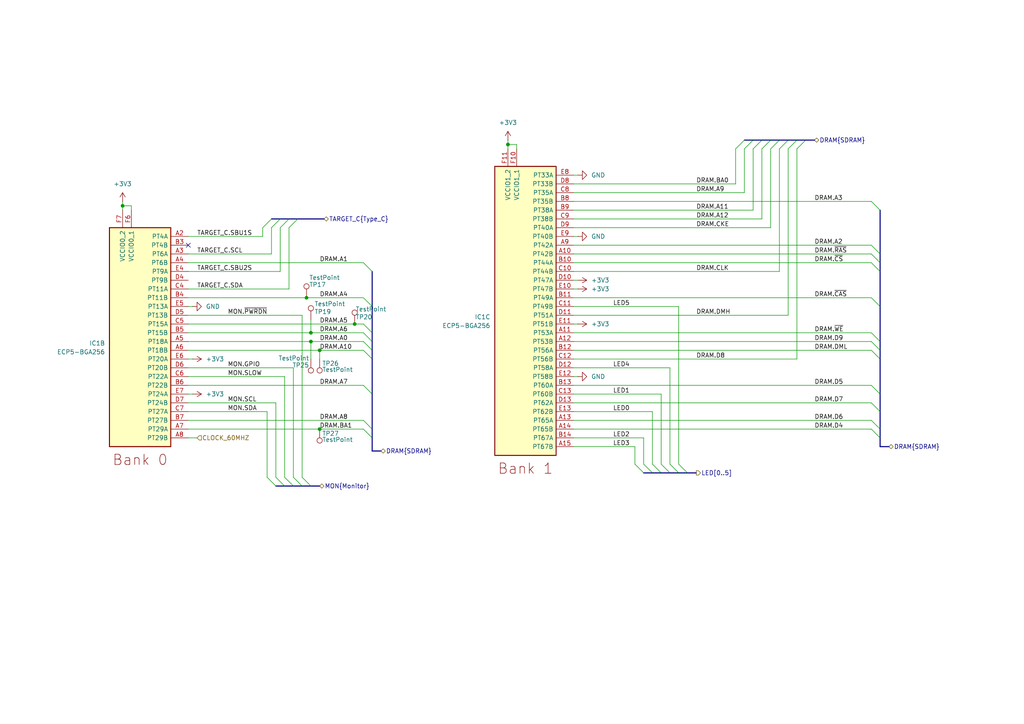
<source format=kicad_sch>
(kicad_sch
	(version 20231120)
	(generator "eeschema")
	(generator_version "8.0")
	(uuid "c42d0540-a9ce-47a1-933e-2e2fece13f67")
	(paper "A4")
	(title_block
		(title "${TITLE}")
		(date "${DATE}")
		(rev "${VERSION}")
		(company "${COPYRIGHT}")
		(comment 1 "${LICENSE}")
	)
	(lib_symbols
		(symbol "Connector:TestPoint"
			(pin_numbers hide)
			(pin_names
				(offset 0.762) hide)
			(exclude_from_sim no)
			(in_bom yes)
			(on_board yes)
			(property "Reference" "TP"
				(at 0 6.858 0)
				(effects
					(font
						(size 1.27 1.27)
					)
				)
			)
			(property "Value" "TestPoint"
				(at 0 5.08 0)
				(effects
					(font
						(size 1.27 1.27)
					)
				)
			)
			(property "Footprint" ""
				(at 5.08 0 0)
				(effects
					(font
						(size 1.27 1.27)
					)
					(hide yes)
				)
			)
			(property "Datasheet" "~"
				(at 5.08 0 0)
				(effects
					(font
						(size 1.27 1.27)
					)
					(hide yes)
				)
			)
			(property "Description" "test point"
				(at 0 0 0)
				(effects
					(font
						(size 1.27 1.27)
					)
					(hide yes)
				)
			)
			(property "ki_keywords" "test point tp"
				(at 0 0 0)
				(effects
					(font
						(size 1.27 1.27)
					)
					(hide yes)
				)
			)
			(property "ki_fp_filters" "Pin* Test*"
				(at 0 0 0)
				(effects
					(font
						(size 1.27 1.27)
					)
					(hide yes)
				)
			)
			(symbol "TestPoint_0_1"
				(circle
					(center 0 3.302)
					(radius 0.762)
					(stroke
						(width 0)
						(type default)
					)
					(fill
						(type none)
					)
				)
			)
			(symbol "TestPoint_1_1"
				(pin passive line
					(at 0 0 90)
					(length 2.54)
					(name "1"
						(effects
							(font
								(size 1.27 1.27)
							)
						)
					)
					(number "1"
						(effects
							(font
								(size 1.27 1.27)
							)
						)
					)
				)
			)
		)
		(symbol "fpgas_and_processors:ECP5-BGA256"
			(pin_names
				(offset 0.762)
			)
			(exclude_from_sim no)
			(in_bom yes)
			(on_board yes)
			(property "Reference" "IC"
				(at 1.27 45.72 0)
				(effects
					(font
						(size 1.27 1.27)
					)
					(justify left)
				)
			)
			(property "Value" "ECP5-BGA256"
				(at 1.27 43.18 0)
				(effects
					(font
						(size 1.27 1.27)
					)
					(justify left)
				)
			)
			(property "Footprint" "BGA256C80P16X16_1400X1400X170"
				(at -81.28 87.63 0)
				(effects
					(font
						(size 1.27 1.27)
					)
					(justify left)
					(hide yes)
				)
			)
			(property "Datasheet" ""
				(at -92.71 111.76 0)
				(effects
					(font
						(size 1.27 1.27)
					)
					(justify left)
					(hide yes)
				)
			)
			(property "Description" "FPGA - Field Programmable Gate Array ECP5; 12k LUTs; 1.1V"
				(at -92.71 109.22 0)
				(effects
					(font
						(size 1.27 1.27)
					)
					(justify left)
					(hide yes)
				)
			)
			(property "Manufacturer" "Lattice"
				(at -91.44 133.35 0)
				(effects
					(font
						(size 1.27 1.27)
					)
					(justify left)
					(hide yes)
				)
			)
			(property "Part Number" "LFE5U-12F-6BG256C"
				(at -91.44 130.81 0)
				(effects
					(font
						(size 1.27 1.27)
					)
					(justify left)
					(hide yes)
				)
			)
			(property "ki_locked" ""
				(at 0 0 0)
				(effects
					(font
						(size 1.27 1.27)
					)
				)
			)
			(symbol "ECP5-BGA256_1_0"
				(rectangle
					(start -13.97 35.56)
					(end 13.97 -35.56)
					(stroke
						(width 0.3048)
						(type default)
					)
					(fill
						(type background)
					)
				)
			)
			(symbol "ECP5-BGA256_1_1"
				(text "FPGA Supplies"
					(at 0 -39.37 0)
					(effects
						(font
							(size 2.9972 2.9972)
						)
					)
				)
				(pin power_in line
					(at 19.05 33.02 180)
					(length 5.08)
					(name "GND_1"
						(effects
							(font
								(size 1.27 1.27)
							)
						)
					)
					(number "A1"
						(effects
							(font
								(size 1.27 1.27)
							)
						)
					)
				)
				(pin power_in line
					(at 19.05 30.48 180)
					(length 5.08)
					(name "GND_2"
						(effects
							(font
								(size 1.27 1.27)
							)
						)
					)
					(number "A16"
						(effects
							(font
								(size 1.27 1.27)
							)
						)
					)
				)
				(pin power_in line
					(at 19.05 25.4 180)
					(length 5.08)
					(name "GND_4"
						(effects
							(font
								(size 1.27 1.27)
							)
						)
					)
					(number "D15"
						(effects
							(font
								(size 1.27 1.27)
							)
						)
					)
				)
				(pin power_in line
					(at 19.05 27.94 180)
					(length 5.08)
					(name "GND_3"
						(effects
							(font
								(size 1.27 1.27)
							)
						)
					)
					(number "D2"
						(effects
							(font
								(size 1.27 1.27)
							)
						)
					)
				)
				(pin power_in line
					(at 19.05 22.86 180)
					(length 5.08)
					(name "GND_5"
						(effects
							(font
								(size 1.27 1.27)
							)
						)
					)
					(number "F8"
						(effects
							(font
								(size 1.27 1.27)
							)
						)
					)
				)
				(pin power_in line
					(at 19.05 20.32 180)
					(length 5.08)
					(name "GND_6"
						(effects
							(font
								(size 1.27 1.27)
							)
						)
					)
					(number "F9"
						(effects
							(font
								(size 1.27 1.27)
							)
						)
					)
				)
				(pin power_in line
					(at 19.05 15.24 180)
					(length 5.08)
					(name "GND_8"
						(effects
							(font
								(size 1.27 1.27)
							)
						)
					)
					(number "G10"
						(effects
							(font
								(size 1.27 1.27)
							)
						)
					)
				)
				(pin power_in line
					(at -19.05 -30.48 0)
					(length 5.08)
					(name "VCCAUX_1"
						(effects
							(font
								(size 1.27 1.27)
							)
						)
					)
					(number "G11"
						(effects
							(font
								(size 1.27 1.27)
							)
						)
					)
				)
				(pin power_in line
					(at -19.05 33.02 0)
					(length 5.08)
					(name "VCC_1"
						(effects
							(font
								(size 1.27 1.27)
							)
						)
					)
					(number "G6"
						(effects
							(font
								(size 1.27 1.27)
							)
						)
					)
				)
				(pin power_in line
					(at -19.05 30.48 0)
					(length 5.08)
					(name "VCC_2"
						(effects
							(font
								(size 1.27 1.27)
							)
						)
					)
					(number "G7"
						(effects
							(font
								(size 1.27 1.27)
							)
						)
					)
				)
				(pin power_in line
					(at 19.05 17.78 180)
					(length 5.08)
					(name "GND_7"
						(effects
							(font
								(size 1.27 1.27)
							)
						)
					)
					(number "G8"
						(effects
							(font
								(size 1.27 1.27)
							)
						)
					)
				)
				(pin power_in line
					(at -19.05 27.94 0)
					(length 5.08)
					(name "VCC_3"
						(effects
							(font
								(size 1.27 1.27)
							)
						)
					)
					(number "G9"
						(effects
							(font
								(size 1.27 1.27)
							)
						)
					)
				)
				(pin power_in line
					(at 19.05 12.7 180)
					(length 5.08)
					(name "GND_9"
						(effects
							(font
								(size 1.27 1.27)
							)
						)
					)
					(number "H1"
						(effects
							(font
								(size 1.27 1.27)
							)
						)
					)
				)
				(pin power_in line
					(at 19.05 5.08 180)
					(length 5.08)
					(name "GND_12"
						(effects
							(font
								(size 1.27 1.27)
							)
						)
					)
					(number "H10"
						(effects
							(font
								(size 1.27 1.27)
							)
						)
					)
				)
				(pin power_in line
					(at 19.05 2.54 180)
					(length 5.08)
					(name "GND_13"
						(effects
							(font
								(size 1.27 1.27)
							)
						)
					)
					(number "H16"
						(effects
							(font
								(size 1.27 1.27)
							)
						)
					)
				)
				(pin power_in line
					(at 19.05 10.16 180)
					(length 5.08)
					(name "GND_10"
						(effects
							(font
								(size 1.27 1.27)
							)
						)
					)
					(number "H8"
						(effects
							(font
								(size 1.27 1.27)
							)
						)
					)
				)
				(pin power_in line
					(at 19.05 7.62 180)
					(length 5.08)
					(name "GND_11"
						(effects
							(font
								(size 1.27 1.27)
							)
						)
					)
					(number "H9"
						(effects
							(font
								(size 1.27 1.27)
							)
						)
					)
				)
				(pin power_in line
					(at 19.05 -5.08 180)
					(length 5.08)
					(name "GND_16"
						(effects
							(font
								(size 1.27 1.27)
							)
						)
					)
					(number "J10"
						(effects
							(font
								(size 1.27 1.27)
							)
						)
					)
				)
				(pin power_in line
					(at 19.05 0 180)
					(length 5.08)
					(name "GND_14"
						(effects
							(font
								(size 1.27 1.27)
							)
						)
					)
					(number "J8"
						(effects
							(font
								(size 1.27 1.27)
							)
						)
					)
				)
				(pin power_in line
					(at 19.05 -2.54 180)
					(length 5.08)
					(name "GND_15"
						(effects
							(font
								(size 1.27 1.27)
							)
						)
					)
					(number "J9"
						(effects
							(font
								(size 1.27 1.27)
							)
						)
					)
				)
				(pin power_in line
					(at 19.05 -17.78 180)
					(length 5.08)
					(name "GND_21"
						(effects
							(font
								(size 1.27 1.27)
							)
						)
					)
					(number "K10"
						(effects
							(font
								(size 1.27 1.27)
							)
						)
					)
				)
				(pin power_in line
					(at 19.05 -7.62 180)
					(length 5.08)
					(name "GND_17"
						(effects
							(font
								(size 1.27 1.27)
							)
						)
					)
					(number "K6"
						(effects
							(font
								(size 1.27 1.27)
							)
						)
					)
				)
				(pin power_in line
					(at 19.05 -10.16 180)
					(length 5.08)
					(name "GND_18"
						(effects
							(font
								(size 1.27 1.27)
							)
						)
					)
					(number "K7"
						(effects
							(font
								(size 1.27 1.27)
							)
						)
					)
				)
				(pin power_in line
					(at 19.05 -12.7 180)
					(length 5.08)
					(name "GND_19"
						(effects
							(font
								(size 1.27 1.27)
							)
						)
					)
					(number "K8"
						(effects
							(font
								(size 1.27 1.27)
							)
						)
					)
				)
				(pin power_in line
					(at 19.05 -15.24 180)
					(length 5.08)
					(name "GND_20"
						(effects
							(font
								(size 1.27 1.27)
							)
						)
					)
					(number "K9"
						(effects
							(font
								(size 1.27 1.27)
							)
						)
					)
				)
				(pin power_in line
					(at -19.05 20.32 0)
					(length 5.08)
					(name "VCC_6"
						(effects
							(font
								(size 1.27 1.27)
							)
						)
					)
					(number "L10"
						(effects
							(font
								(size 1.27 1.27)
							)
						)
					)
				)
				(pin power_in line
					(at -19.05 -33.02 0)
					(length 5.08)
					(name "VCCAUX_2"
						(effects
							(font
								(size 1.27 1.27)
							)
						)
					)
					(number "L7"
						(effects
							(font
								(size 1.27 1.27)
							)
						)
					)
				)
				(pin power_in line
					(at -19.05 25.4 0)
					(length 5.08)
					(name "VCC_4"
						(effects
							(font
								(size 1.27 1.27)
							)
						)
					)
					(number "L8"
						(effects
							(font
								(size 1.27 1.27)
							)
						)
					)
				)
				(pin power_in line
					(at -19.05 22.86 0)
					(length 5.08)
					(name "VCC_5"
						(effects
							(font
								(size 1.27 1.27)
							)
						)
					)
					(number "L9"
						(effects
							(font
								(size 1.27 1.27)
							)
						)
					)
				)
				(pin power_in line
					(at 19.05 -22.86 180)
					(length 5.08)
					(name "GND_23"
						(effects
							(font
								(size 1.27 1.27)
							)
						)
					)
					(number "N15"
						(effects
							(font
								(size 1.27 1.27)
							)
						)
					)
				)
				(pin power_in line
					(at 19.05 -20.32 180)
					(length 5.08)
					(name "GND_22"
						(effects
							(font
								(size 1.27 1.27)
							)
						)
					)
					(number "N2"
						(effects
							(font
								(size 1.27 1.27)
							)
						)
					)
				)
				(pin power_in line
					(at 19.05 -25.4 180)
					(length 5.08)
					(name "GND_24"
						(effects
							(font
								(size 1.27 1.27)
							)
						)
					)
					(number "T1"
						(effects
							(font
								(size 1.27 1.27)
							)
						)
					)
				)
				(pin power_in line
					(at 19.05 -30.48 180)
					(length 5.08)
					(name "GND_26"
						(effects
							(font
								(size 1.27 1.27)
							)
						)
					)
					(number "T12"
						(effects
							(font
								(size 1.27 1.27)
							)
						)
					)
				)
				(pin power_in line
					(at 19.05 -33.02 180)
					(length 5.08)
					(name "GND_27"
						(effects
							(font
								(size 1.27 1.27)
							)
						)
					)
					(number "T16"
						(effects
							(font
								(size 1.27 1.27)
							)
						)
					)
				)
				(pin power_in line
					(at 19.05 -27.94 180)
					(length 5.08)
					(name "GND_25"
						(effects
							(font
								(size 1.27 1.27)
							)
						)
					)
					(number "T5"
						(effects
							(font
								(size 1.27 1.27)
							)
						)
					)
				)
			)
			(symbol "ECP5-BGA256_2_1"
				(rectangle
					(start -8.89 31.75)
					(end 8.89 -31.75)
					(stroke
						(width 0.3048)
						(type default)
					)
					(fill
						(type background)
					)
				)
				(text "Bank 0"
					(at 0 -35.56 0)
					(effects
						(font
							(size 2.9972 2.9972)
						)
					)
				)
				(pin bidirectional line
					(at 13.97 29.21 180)
					(length 5.08)
					(name "PT4A"
						(effects
							(font
								(size 1.27 1.27)
							)
						)
					)
					(number "A2"
						(effects
							(font
								(size 1.27 1.27)
							)
						)
					)
				)
				(pin bidirectional line
					(at 13.97 24.13 180)
					(length 5.08)
					(name "PT6A"
						(effects
							(font
								(size 1.27 1.27)
							)
						)
					)
					(number "A3"
						(effects
							(font
								(size 1.27 1.27)
							)
						)
					)
				)
				(pin bidirectional line
					(at 13.97 21.59 180)
					(length 5.08)
					(name "PT6B"
						(effects
							(font
								(size 1.27 1.27)
							)
						)
					)
					(number "A4"
						(effects
							(font
								(size 1.27 1.27)
							)
						)
					)
				)
				(pin bidirectional line
					(at 13.97 -1.27 180)
					(length 5.08)
					(name "PT18A"
						(effects
							(font
								(size 1.27 1.27)
							)
						)
					)
					(number "A5"
						(effects
							(font
								(size 1.27 1.27)
							)
						)
					)
				)
				(pin bidirectional line
					(at 13.97 -3.81 180)
					(length 5.08)
					(name "PT18B"
						(effects
							(font
								(size 1.27 1.27)
							)
						)
					)
					(number "A6"
						(effects
							(font
								(size 1.27 1.27)
							)
						)
					)
				)
				(pin bidirectional line
					(at 13.97 -26.67 180)
					(length 5.08)
					(name "PT29A"
						(effects
							(font
								(size 1.27 1.27)
							)
						)
					)
					(number "A7"
						(effects
							(font
								(size 1.27 1.27)
							)
						)
					)
				)
				(pin bidirectional line
					(at 13.97 -29.21 180)
					(length 5.08)
					(name "PT29B"
						(effects
							(font
								(size 1.27 1.27)
							)
						)
					)
					(number "A8"
						(effects
							(font
								(size 1.27 1.27)
							)
						)
					)
				)
				(pin bidirectional line
					(at 13.97 26.67 180)
					(length 5.08)
					(name "PT4B"
						(effects
							(font
								(size 1.27 1.27)
							)
						)
					)
					(number "B3"
						(effects
							(font
								(size 1.27 1.27)
							)
						)
					)
				)
				(pin bidirectional line
					(at 13.97 11.43 180)
					(length 5.08)
					(name "PT11B"
						(effects
							(font
								(size 1.27 1.27)
							)
						)
					)
					(number "B4"
						(effects
							(font
								(size 1.27 1.27)
							)
						)
					)
				)
				(pin bidirectional line
					(at 13.97 1.27 180)
					(length 5.08)
					(name "PT15B"
						(effects
							(font
								(size 1.27 1.27)
							)
						)
					)
					(number "B5"
						(effects
							(font
								(size 1.27 1.27)
							)
						)
					)
				)
				(pin bidirectional line
					(at 13.97 -13.97 180)
					(length 5.08)
					(name "PT22B"
						(effects
							(font
								(size 1.27 1.27)
							)
						)
					)
					(number "B6"
						(effects
							(font
								(size 1.27 1.27)
							)
						)
					)
				)
				(pin bidirectional line
					(at 13.97 -24.13 180)
					(length 5.08)
					(name "PT27B"
						(effects
							(font
								(size 1.27 1.27)
							)
						)
					)
					(number "B7"
						(effects
							(font
								(size 1.27 1.27)
							)
						)
					)
				)
				(pin bidirectional line
					(at 13.97 13.97 180)
					(length 5.08)
					(name "PT11A"
						(effects
							(font
								(size 1.27 1.27)
							)
						)
					)
					(number "C4"
						(effects
							(font
								(size 1.27 1.27)
							)
						)
					)
				)
				(pin bidirectional line
					(at 13.97 3.81 180)
					(length 5.08)
					(name "PT15A"
						(effects
							(font
								(size 1.27 1.27)
							)
						)
					)
					(number "C5"
						(effects
							(font
								(size 1.27 1.27)
							)
						)
					)
				)
				(pin bidirectional line
					(at 13.97 -11.43 180)
					(length 5.08)
					(name "PT22A"
						(effects
							(font
								(size 1.27 1.27)
							)
						)
					)
					(number "C6"
						(effects
							(font
								(size 1.27 1.27)
							)
						)
					)
				)
				(pin bidirectional line
					(at 13.97 -21.59 180)
					(length 5.08)
					(name "PT27A"
						(effects
							(font
								(size 1.27 1.27)
							)
						)
					)
					(number "C7"
						(effects
							(font
								(size 1.27 1.27)
							)
						)
					)
				)
				(pin bidirectional line
					(at 13.97 16.51 180)
					(length 5.08)
					(name "PT9B"
						(effects
							(font
								(size 1.27 1.27)
							)
						)
					)
					(number "D4"
						(effects
							(font
								(size 1.27 1.27)
							)
						)
					)
				)
				(pin bidirectional line
					(at 13.97 6.35 180)
					(length 5.08)
					(name "PT13B"
						(effects
							(font
								(size 1.27 1.27)
							)
						)
					)
					(number "D5"
						(effects
							(font
								(size 1.27 1.27)
							)
						)
					)
				)
				(pin bidirectional line
					(at 13.97 -8.89 180)
					(length 5.08)
					(name "PT20B"
						(effects
							(font
								(size 1.27 1.27)
							)
						)
					)
					(number "D6"
						(effects
							(font
								(size 1.27 1.27)
							)
						)
					)
				)
				(pin bidirectional line
					(at 13.97 -19.05 180)
					(length 5.08)
					(name "PT24B"
						(effects
							(font
								(size 1.27 1.27)
							)
						)
					)
					(number "D7"
						(effects
							(font
								(size 1.27 1.27)
							)
						)
					)
				)
				(pin bidirectional line
					(at 13.97 19.05 180)
					(length 5.08)
					(name "PT9A"
						(effects
							(font
								(size 1.27 1.27)
							)
						)
					)
					(number "E4"
						(effects
							(font
								(size 1.27 1.27)
							)
						)
					)
				)
				(pin bidirectional line
					(at 13.97 8.89 180)
					(length 5.08)
					(name "PT13A"
						(effects
							(font
								(size 1.27 1.27)
							)
						)
					)
					(number "E5"
						(effects
							(font
								(size 1.27 1.27)
							)
						)
					)
				)
				(pin bidirectional line
					(at 13.97 -6.35 180)
					(length 5.08)
					(name "PT20A"
						(effects
							(font
								(size 1.27 1.27)
							)
						)
					)
					(number "E6"
						(effects
							(font
								(size 1.27 1.27)
							)
						)
					)
				)
				(pin bidirectional line
					(at 13.97 -16.51 180)
					(length 5.08)
					(name "PT24A"
						(effects
							(font
								(size 1.27 1.27)
							)
						)
					)
					(number "E7"
						(effects
							(font
								(size 1.27 1.27)
							)
						)
					)
				)
				(pin power_in line
					(at -2.54 36.83 270)
					(length 5.08)
					(name "VCCIO0_1"
						(effects
							(font
								(size 1.27 1.27)
							)
						)
					)
					(number "F6"
						(effects
							(font
								(size 1.27 1.27)
							)
						)
					)
				)
				(pin power_in line
					(at -5.08 36.83 270)
					(length 5.08)
					(name "VCCIO0_2"
						(effects
							(font
								(size 1.27 1.27)
							)
						)
					)
					(number "F7"
						(effects
							(font
								(size 1.27 1.27)
							)
						)
					)
				)
			)
			(symbol "ECP5-BGA256_3_0"
				(rectangle
					(start -8.89 41.91)
					(end 8.89 -41.91)
					(stroke
						(width 0.3048)
						(type default)
					)
					(fill
						(type background)
					)
				)
			)
			(symbol "ECP5-BGA256_3_1"
				(text "Bank 1"
					(at 0 -45.72 0)
					(effects
						(font
							(size 2.9972 2.9972)
						)
					)
				)
				(pin bidirectional line
					(at 13.97 16.51 180)
					(length 5.08)
					(name "PT42B"
						(effects
							(font
								(size 1.27 1.27)
							)
						)
					)
					(number "A10"
						(effects
							(font
								(size 1.27 1.27)
							)
						)
					)
				)
				(pin bidirectional line
					(at 13.97 -6.35 180)
					(length 5.08)
					(name "PT53A"
						(effects
							(font
								(size 1.27 1.27)
							)
						)
					)
					(number "A11"
						(effects
							(font
								(size 1.27 1.27)
							)
						)
					)
				)
				(pin bidirectional line
					(at 13.97 -8.89 180)
					(length 5.08)
					(name "PT53B"
						(effects
							(font
								(size 1.27 1.27)
							)
						)
					)
					(number "A12"
						(effects
							(font
								(size 1.27 1.27)
							)
						)
					)
				)
				(pin bidirectional line
					(at 13.97 -31.75 180)
					(length 5.08)
					(name "PT65A"
						(effects
							(font
								(size 1.27 1.27)
							)
						)
					)
					(number "A13"
						(effects
							(font
								(size 1.27 1.27)
							)
						)
					)
				)
				(pin bidirectional line
					(at 13.97 -34.29 180)
					(length 5.08)
					(name "PT65B"
						(effects
							(font
								(size 1.27 1.27)
							)
						)
					)
					(number "A14"
						(effects
							(font
								(size 1.27 1.27)
							)
						)
					)
				)
				(pin bidirectional line
					(at 13.97 -39.37 180)
					(length 5.08)
					(name "PT67B"
						(effects
							(font
								(size 1.27 1.27)
							)
						)
					)
					(number "A15"
						(effects
							(font
								(size 1.27 1.27)
							)
						)
					)
				)
				(pin bidirectional line
					(at 13.97 19.05 180)
					(length 5.08)
					(name "PT42A"
						(effects
							(font
								(size 1.27 1.27)
							)
						)
					)
					(number "A9"
						(effects
							(font
								(size 1.27 1.27)
							)
						)
					)
				)
				(pin bidirectional line
					(at 13.97 13.97 180)
					(length 5.08)
					(name "PT44A"
						(effects
							(font
								(size 1.27 1.27)
							)
						)
					)
					(number "B10"
						(effects
							(font
								(size 1.27 1.27)
							)
						)
					)
				)
				(pin bidirectional line
					(at 13.97 3.81 180)
					(length 5.08)
					(name "PT49A"
						(effects
							(font
								(size 1.27 1.27)
							)
						)
					)
					(number "B11"
						(effects
							(font
								(size 1.27 1.27)
							)
						)
					)
				)
				(pin bidirectional line
					(at 13.97 -11.43 180)
					(length 5.08)
					(name "PT56A"
						(effects
							(font
								(size 1.27 1.27)
							)
						)
					)
					(number "B12"
						(effects
							(font
								(size 1.27 1.27)
							)
						)
					)
				)
				(pin bidirectional line
					(at 13.97 -21.59 180)
					(length 5.08)
					(name "PT60A"
						(effects
							(font
								(size 1.27 1.27)
							)
						)
					)
					(number "B13"
						(effects
							(font
								(size 1.27 1.27)
							)
						)
					)
				)
				(pin bidirectional line
					(at 13.97 -36.83 180)
					(length 5.08)
					(name "PT67A"
						(effects
							(font
								(size 1.27 1.27)
							)
						)
					)
					(number "B14"
						(effects
							(font
								(size 1.27 1.27)
							)
						)
					)
				)
				(pin bidirectional line
					(at 13.97 31.75 180)
					(length 5.08)
					(name "PT35B"
						(effects
							(font
								(size 1.27 1.27)
							)
						)
					)
					(number "B8"
						(effects
							(font
								(size 1.27 1.27)
							)
						)
					)
				)
				(pin bidirectional line
					(at 13.97 29.21 180)
					(length 5.08)
					(name "PT38A"
						(effects
							(font
								(size 1.27 1.27)
							)
						)
					)
					(number "B9"
						(effects
							(font
								(size 1.27 1.27)
							)
						)
					)
				)
				(pin bidirectional line
					(at 13.97 11.43 180)
					(length 5.08)
					(name "PT44B"
						(effects
							(font
								(size 1.27 1.27)
							)
						)
					)
					(number "C10"
						(effects
							(font
								(size 1.27 1.27)
							)
						)
					)
				)
				(pin bidirectional line
					(at 13.97 1.27 180)
					(length 5.08)
					(name "PT49B"
						(effects
							(font
								(size 1.27 1.27)
							)
						)
					)
					(number "C11"
						(effects
							(font
								(size 1.27 1.27)
							)
						)
					)
				)
				(pin bidirectional line
					(at 13.97 -13.97 180)
					(length 5.08)
					(name "PT56B"
						(effects
							(font
								(size 1.27 1.27)
							)
						)
					)
					(number "C12"
						(effects
							(font
								(size 1.27 1.27)
							)
						)
					)
				)
				(pin bidirectional line
					(at 13.97 -24.13 180)
					(length 5.08)
					(name "PT60B"
						(effects
							(font
								(size 1.27 1.27)
							)
						)
					)
					(number "C13"
						(effects
							(font
								(size 1.27 1.27)
							)
						)
					)
				)
				(pin bidirectional line
					(at 13.97 34.29 180)
					(length 5.08)
					(name "PT35A"
						(effects
							(font
								(size 1.27 1.27)
							)
						)
					)
					(number "C8"
						(effects
							(font
								(size 1.27 1.27)
							)
						)
					)
				)
				(pin bidirectional line
					(at 13.97 26.67 180)
					(length 5.08)
					(name "PT38B"
						(effects
							(font
								(size 1.27 1.27)
							)
						)
					)
					(number "C9"
						(effects
							(font
								(size 1.27 1.27)
							)
						)
					)
				)
				(pin bidirectional line
					(at 13.97 8.89 180)
					(length 5.08)
					(name "PT47A"
						(effects
							(font
								(size 1.27 1.27)
							)
						)
					)
					(number "D10"
						(effects
							(font
								(size 1.27 1.27)
							)
						)
					)
				)
				(pin bidirectional line
					(at 13.97 -1.27 180)
					(length 5.08)
					(name "PT51A"
						(effects
							(font
								(size 1.27 1.27)
							)
						)
					)
					(number "D11"
						(effects
							(font
								(size 1.27 1.27)
							)
						)
					)
				)
				(pin bidirectional line
					(at 13.97 -16.51 180)
					(length 5.08)
					(name "PT58A"
						(effects
							(font
								(size 1.27 1.27)
							)
						)
					)
					(number "D12"
						(effects
							(font
								(size 1.27 1.27)
							)
						)
					)
				)
				(pin bidirectional line
					(at 13.97 -26.67 180)
					(length 5.08)
					(name "PT62A"
						(effects
							(font
								(size 1.27 1.27)
							)
						)
					)
					(number "D13"
						(effects
							(font
								(size 1.27 1.27)
							)
						)
					)
				)
				(pin bidirectional line
					(at 13.97 36.83 180)
					(length 5.08)
					(name "PT33B"
						(effects
							(font
								(size 1.27 1.27)
							)
						)
					)
					(number "D8"
						(effects
							(font
								(size 1.27 1.27)
							)
						)
					)
				)
				(pin bidirectional line
					(at 13.97 24.13 180)
					(length 5.08)
					(name "PT40A"
						(effects
							(font
								(size 1.27 1.27)
							)
						)
					)
					(number "D9"
						(effects
							(font
								(size 1.27 1.27)
							)
						)
					)
				)
				(pin bidirectional line
					(at 13.97 6.35 180)
					(length 5.08)
					(name "PT47B"
						(effects
							(font
								(size 1.27 1.27)
							)
						)
					)
					(number "E10"
						(effects
							(font
								(size 1.27 1.27)
							)
						)
					)
				)
				(pin bidirectional line
					(at 13.97 -3.81 180)
					(length 5.08)
					(name "PT51B"
						(effects
							(font
								(size 1.27 1.27)
							)
						)
					)
					(number "E11"
						(effects
							(font
								(size 1.27 1.27)
							)
						)
					)
				)
				(pin bidirectional line
					(at 13.97 -19.05 180)
					(length 5.08)
					(name "PT58B"
						(effects
							(font
								(size 1.27 1.27)
							)
						)
					)
					(number "E12"
						(effects
							(font
								(size 1.27 1.27)
							)
						)
					)
				)
				(pin bidirectional line
					(at 13.97 -29.21 180)
					(length 5.08)
					(name "PT62B"
						(effects
							(font
								(size 1.27 1.27)
							)
						)
					)
					(number "E13"
						(effects
							(font
								(size 1.27 1.27)
							)
						)
					)
				)
				(pin bidirectional line
					(at 13.97 39.37 180)
					(length 5.08)
					(name "PT33A"
						(effects
							(font
								(size 1.27 1.27)
							)
						)
					)
					(number "E8"
						(effects
							(font
								(size 1.27 1.27)
							)
						)
					)
				)
				(pin bidirectional line
					(at 13.97 21.59 180)
					(length 5.08)
					(name "PT40B"
						(effects
							(font
								(size 1.27 1.27)
							)
						)
					)
					(number "E9"
						(effects
							(font
								(size 1.27 1.27)
							)
						)
					)
				)
				(pin power_in line
					(at -2.54 46.99 270)
					(length 5.08)
					(name "VCCIO1_1"
						(effects
							(font
								(size 1.27 1.27)
							)
						)
					)
					(number "F10"
						(effects
							(font
								(size 1.27 1.27)
							)
						)
					)
				)
				(pin power_in line
					(at -5.08 46.99 270)
					(length 5.08)
					(name "VCCIO1_2"
						(effects
							(font
								(size 1.27 1.27)
							)
						)
					)
					(number "F11"
						(effects
							(font
								(size 1.27 1.27)
							)
						)
					)
				)
			)
			(symbol "ECP5-BGA256_4_1"
				(rectangle
					(start -8.89 41.91)
					(end 8.89 -41.91)
					(stroke
						(width 0.3048)
						(type default)
					)
					(fill
						(type background)
					)
				)
				(text "Bank 2"
					(at 0 -45.72 0)
					(effects
						(font
							(size 2.9972 2.9972)
						)
					)
				)
				(pin bidirectional line
					(at 13.97 36.83 180)
					(length 5.08)
					(name "PR2B"
						(effects
							(font
								(size 1.27 1.27)
							)
						)
					)
					(number "B15"
						(effects
							(font
								(size 1.27 1.27)
							)
						)
					)
				)
				(pin bidirectional line
					(at 13.97 39.37 180)
					(length 5.08)
					(name "PR2A"
						(effects
							(font
								(size 1.27 1.27)
							)
						)
					)
					(number "B16"
						(effects
							(font
								(size 1.27 1.27)
							)
						)
					)
				)
				(pin bidirectional line
					(at 13.97 34.29 180)
					(length 5.08)
					(name "PR2C"
						(effects
							(font
								(size 1.27 1.27)
							)
						)
					)
					(number "C14"
						(effects
							(font
								(size 1.27 1.27)
							)
						)
					)
				)
				(pin bidirectional line
					(at 13.97 26.67 180)
					(length 5.08)
					(name "PR5B"
						(effects
							(font
								(size 1.27 1.27)
							)
						)
					)
					(number "C15"
						(effects
							(font
								(size 1.27 1.27)
							)
						)
					)
				)
				(pin bidirectional line
					(at 13.97 29.21 180)
					(length 5.08)
					(name "PR5A"
						(effects
							(font
								(size 1.27 1.27)
							)
						)
					)
					(number "C16"
						(effects
							(font
								(size 1.27 1.27)
							)
						)
					)
				)
				(pin bidirectional line
					(at 13.97 31.75 180)
					(length 5.08)
					(name "PR2D"
						(effects
							(font
								(size 1.27 1.27)
							)
						)
					)
					(number "D14"
						(effects
							(font
								(size 1.27 1.27)
							)
						)
					)
				)
				(pin bidirectional line
					(at 13.97 19.05 180)
					(length 5.08)
					(name "PR8A"
						(effects
							(font
								(size 1.27 1.27)
							)
						)
					)
					(number "D16"
						(effects
							(font
								(size 1.27 1.27)
							)
						)
					)
				)
				(pin bidirectional line
					(at 13.97 24.13 180)
					(length 5.08)
					(name "PR5C"
						(effects
							(font
								(size 1.27 1.27)
							)
						)
					)
					(number "E14"
						(effects
							(font
								(size 1.27 1.27)
							)
						)
					)
				)
				(pin bidirectional line
					(at 13.97 16.51 180)
					(length 5.08)
					(name "PR8B"
						(effects
							(font
								(size 1.27 1.27)
							)
						)
					)
					(number "E15"
						(effects
							(font
								(size 1.27 1.27)
							)
						)
					)
				)
				(pin bidirectional line
					(at 13.97 1.27 180)
					(length 5.08)
					(name "PR11D"
						(effects
							(font
								(size 1.27 1.27)
							)
						)
					)
					(number "E16"
						(effects
							(font
								(size 1.27 1.27)
							)
						)
					)
				)
				(pin bidirectional line
					(at 13.97 11.43 180)
					(length 5.08)
					(name "PR8D"
						(effects
							(font
								(size 1.27 1.27)
							)
						)
					)
					(number "F12"
						(effects
							(font
								(size 1.27 1.27)
							)
						)
					)
				)
				(pin bidirectional line
					(at 13.97 13.97 180)
					(length 5.08)
					(name "PR8C"
						(effects
							(font
								(size 1.27 1.27)
							)
						)
					)
					(number "F13"
						(effects
							(font
								(size 1.27 1.27)
							)
						)
					)
				)
				(pin bidirectional line
					(at 13.97 21.59 180)
					(length 5.08)
					(name "PR5D"
						(effects
							(font
								(size 1.27 1.27)
							)
						)
					)
					(number "F14"
						(effects
							(font
								(size 1.27 1.27)
							)
						)
					)
				)
				(pin bidirectional line
					(at 13.97 3.81 180)
					(length 5.08)
					(name "PR11C"
						(effects
							(font
								(size 1.27 1.27)
							)
						)
					)
					(number "F15"
						(effects
							(font
								(size 1.27 1.27)
							)
						)
					)
				)
				(pin bidirectional line
					(at 13.97 -1.27 180)
					(length 5.08)
					(name "PR14A"
						(effects
							(font
								(size 1.27 1.27)
							)
						)
					)
					(number "F16"
						(effects
							(font
								(size 1.27 1.27)
							)
						)
					)
				)
				(pin bidirectional line
					(at 13.97 8.89 180)
					(length 5.08)
					(name "PR11A"
						(effects
							(font
								(size 1.27 1.27)
							)
						)
					)
					(number "G12"
						(effects
							(font
								(size 1.27 1.27)
							)
						)
					)
				)
				(pin bidirectional line
					(at 13.97 6.35 180)
					(length 5.08)
					(name "PR11B"
						(effects
							(font
								(size 1.27 1.27)
							)
						)
					)
					(number "G13"
						(effects
							(font
								(size 1.27 1.27)
							)
						)
					)
				)
				(pin bidirectional line
					(at 13.97 -6.35 180)
					(length 5.08)
					(name "PR14C"
						(effects
							(font
								(size 1.27 1.27)
							)
						)
					)
					(number "G14"
						(effects
							(font
								(size 1.27 1.27)
							)
						)
					)
				)
				(pin bidirectional line
					(at 13.97 -3.81 180)
					(length 5.08)
					(name "PR14B"
						(effects
							(font
								(size 1.27 1.27)
							)
						)
					)
					(number "G15"
						(effects
							(font
								(size 1.27 1.27)
							)
						)
					)
				)
				(pin bidirectional line
					(at 13.97 -21.59 180)
					(length 5.08)
					(name "PR20A"
						(effects
							(font
								(size 1.27 1.27)
							)
						)
					)
					(number "G16"
						(effects
							(font
								(size 1.27 1.27)
							)
						)
					)
				)
				(pin power_in line
					(at -5.08 46.99 270)
					(length 5.08)
					(name "VCCIO2_1"
						(effects
							(font
								(size 1.27 1.27)
							)
						)
					)
					(number "H11"
						(effects
							(font
								(size 1.27 1.27)
							)
						)
					)
				)
				(pin bidirectional line
					(at 13.97 -11.43 180)
					(length 5.08)
					(name "PR17A"
						(effects
							(font
								(size 1.27 1.27)
							)
						)
					)
					(number "H12"
						(effects
							(font
								(size 1.27 1.27)
							)
						)
					)
				)
				(pin bidirectional line
					(at 13.97 -13.97 180)
					(length 5.08)
					(name "PR17B"
						(effects
							(font
								(size 1.27 1.27)
							)
						)
					)
					(number "H13"
						(effects
							(font
								(size 1.27 1.27)
							)
						)
					)
				)
				(pin bidirectional line
					(at 13.97 -8.89 180)
					(length 5.08)
					(name "PR14D"
						(effects
							(font
								(size 1.27 1.27)
							)
						)
					)
					(number "H14"
						(effects
							(font
								(size 1.27 1.27)
							)
						)
					)
				)
				(pin bidirectional line
					(at 13.97 -24.13 180)
					(length 5.08)
					(name "PR20B"
						(effects
							(font
								(size 1.27 1.27)
							)
						)
					)
					(number "H15"
						(effects
							(font
								(size 1.27 1.27)
							)
						)
					)
				)
				(pin power_in line
					(at -2.54 46.99 270)
					(length 5.08)
					(name "VCCIO2_2"
						(effects
							(font
								(size 1.27 1.27)
							)
						)
					)
					(number "J11"
						(effects
							(font
								(size 1.27 1.27)
							)
						)
					)
				)
				(pin bidirectional line
					(at 13.97 -19.05 180)
					(length 5.08)
					(name "PR17D"
						(effects
							(font
								(size 1.27 1.27)
							)
						)
					)
					(number "J12"
						(effects
							(font
								(size 1.27 1.27)
							)
						)
					)
				)
				(pin bidirectional line
					(at 13.97 -16.51 180)
					(length 5.08)
					(name "PR17C"
						(effects
							(font
								(size 1.27 1.27)
							)
						)
					)
					(number "J13"
						(effects
							(font
								(size 1.27 1.27)
							)
						)
					)
				)
				(pin bidirectional line
					(at 13.97 -26.67 180)
					(length 5.08)
					(name "PR20C"
						(effects
							(font
								(size 1.27 1.27)
							)
						)
					)
					(number "J14"
						(effects
							(font
								(size 1.27 1.27)
							)
						)
					)
				)
				(pin bidirectional line
					(at 13.97 -34.29 180)
					(length 5.08)
					(name "PR23B"
						(effects
							(font
								(size 1.27 1.27)
							)
						)
					)
					(number "J15"
						(effects
							(font
								(size 1.27 1.27)
							)
						)
					)
				)
				(pin bidirectional line
					(at 13.97 -31.75 180)
					(length 5.08)
					(name "PR23A"
						(effects
							(font
								(size 1.27 1.27)
							)
						)
					)
					(number "J16"
						(effects
							(font
								(size 1.27 1.27)
							)
						)
					)
				)
				(pin bidirectional line
					(at 13.97 -29.21 180)
					(length 5.08)
					(name "PR20D"
						(effects
							(font
								(size 1.27 1.27)
							)
						)
					)
					(number "K14"
						(effects
							(font
								(size 1.27 1.27)
							)
						)
					)
				)
				(pin bidirectional line
					(at 13.97 -39.37 180)
					(length 5.08)
					(name "PR23D"
						(effects
							(font
								(size 1.27 1.27)
							)
						)
					)
					(number "K15"
						(effects
							(font
								(size 1.27 1.27)
							)
						)
					)
				)
				(pin bidirectional line
					(at 13.97 -36.83 180)
					(length 5.08)
					(name "PR23C"
						(effects
							(font
								(size 1.27 1.27)
							)
						)
					)
					(number "K16"
						(effects
							(font
								(size 1.27 1.27)
							)
						)
					)
				)
			)
			(symbol "ECP5-BGA256_5_0"
				(rectangle
					(start -8.89 41.91)
					(end 8.89 -41.91)
					(stroke
						(width 0.3048)
						(type default)
					)
					(fill
						(type background)
					)
				)
			)
			(symbol "ECP5-BGA256_5_1"
				(text "Bank 3"
					(at 0 -45.72 0)
					(effects
						(font
							(size 2.9972 2.9972)
						)
					)
				)
				(pin power_in line
					(at -5.08 46.99 270)
					(length 5.08)
					(name "VCCIO3_1"
						(effects
							(font
								(size 1.27 1.27)
							)
						)
					)
					(number "K11"
						(effects
							(font
								(size 1.27 1.27)
							)
						)
					)
				)
				(pin bidirectional line
					(at 13.97 26.67 180)
					(length 5.08)
					(name "PR29B"
						(effects
							(font
								(size 1.27 1.27)
							)
						)
					)
					(number "K12"
						(effects
							(font
								(size 1.27 1.27)
							)
						)
					)
				)
				(pin bidirectional line
					(at 13.97 29.21 180)
					(length 5.08)
					(name "PR29A"
						(effects
							(font
								(size 1.27 1.27)
							)
						)
					)
					(number "K13"
						(effects
							(font
								(size 1.27 1.27)
							)
						)
					)
				)
				(pin power_in line
					(at -2.54 46.99 270)
					(length 5.08)
					(name "VCCIO3_2"
						(effects
							(font
								(size 1.27 1.27)
							)
						)
					)
					(number "L11"
						(effects
							(font
								(size 1.27 1.27)
							)
						)
					)
				)
				(pin bidirectional line
					(at 13.97 21.59 180)
					(length 5.08)
					(name "PR29D"
						(effects
							(font
								(size 1.27 1.27)
							)
						)
					)
					(number "L12"
						(effects
							(font
								(size 1.27 1.27)
							)
						)
					)
				)
				(pin bidirectional line
					(at 13.97 24.13 180)
					(length 5.08)
					(name "PR29C"
						(effects
							(font
								(size 1.27 1.27)
							)
						)
					)
					(number "L13"
						(effects
							(font
								(size 1.27 1.27)
							)
						)
					)
				)
				(pin bidirectional line
					(at 13.97 13.97 180)
					(length 5.08)
					(name "PR32C"
						(effects
							(font
								(size 1.27 1.27)
							)
						)
					)
					(number "L14"
						(effects
							(font
								(size 1.27 1.27)
							)
						)
					)
				)
				(pin bidirectional line
					(at 13.97 36.83 180)
					(length 5.08)
					(name "PR26B"
						(effects
							(font
								(size 1.27 1.27)
							)
						)
					)
					(number "L15"
						(effects
							(font
								(size 1.27 1.27)
							)
						)
					)
				)
				(pin bidirectional line
					(at 13.97 39.37 180)
					(length 5.08)
					(name "PR26A"
						(effects
							(font
								(size 1.27 1.27)
							)
						)
					)
					(number "L16"
						(effects
							(font
								(size 1.27 1.27)
							)
						)
					)
				)
				(pin bidirectional line
					(at 13.97 -31.75 180)
					(length 5.08)
					(name "PR47A"
						(effects
							(font
								(size 1.27 1.27)
							)
						)
					)
					(number "M11"
						(effects
							(font
								(size 1.27 1.27)
							)
						)
					)
				)
				(pin bidirectional line
					(at 13.97 -26.67 180)
					(length 5.08)
					(name "PR44C"
						(effects
							(font
								(size 1.27 1.27)
							)
						)
					)
					(number "M12"
						(effects
							(font
								(size 1.27 1.27)
							)
						)
					)
				)
				(pin bidirectional line
					(at 13.97 3.81 180)
					(length 5.08)
					(name "PR35C"
						(effects
							(font
								(size 1.27 1.27)
							)
						)
					)
					(number "M13"
						(effects
							(font
								(size 1.27 1.27)
							)
						)
					)
				)
				(pin bidirectional line
					(at 13.97 11.43 180)
					(length 5.08)
					(name "PR32D"
						(effects
							(font
								(size 1.27 1.27)
							)
						)
					)
					(number "M14"
						(effects
							(font
								(size 1.27 1.27)
							)
						)
					)
				)
				(pin bidirectional line
					(at 13.97 31.75 180)
					(length 5.08)
					(name "PR26D"
						(effects
							(font
								(size 1.27 1.27)
							)
						)
					)
					(number "M15"
						(effects
							(font
								(size 1.27 1.27)
							)
						)
					)
				)
				(pin bidirectional line
					(at 13.97 34.29 180)
					(length 5.08)
					(name "PR26C"
						(effects
							(font
								(size 1.27 1.27)
							)
						)
					)
					(number "M16"
						(effects
							(font
								(size 1.27 1.27)
							)
						)
					)
				)
				(pin bidirectional line
					(at 13.97 -34.29 180)
					(length 5.08)
					(name "PR47B"
						(effects
							(font
								(size 1.27 1.27)
							)
						)
					)
					(number "N11"
						(effects
							(font
								(size 1.27 1.27)
							)
						)
					)
				)
				(pin bidirectional line
					(at 13.97 -29.21 180)
					(length 5.08)
					(name "PR44D"
						(effects
							(font
								(size 1.27 1.27)
							)
						)
					)
					(number "N12"
						(effects
							(font
								(size 1.27 1.27)
							)
						)
					)
				)
				(pin bidirectional line
					(at 13.97 -1.27 180)
					(length 5.08)
					(name "PR38A"
						(effects
							(font
								(size 1.27 1.27)
							)
						)
					)
					(number "N13"
						(effects
							(font
								(size 1.27 1.27)
							)
						)
					)
				)
				(pin bidirectional line
					(at 13.97 1.27 180)
					(length 5.08)
					(name "PR35D"
						(effects
							(font
								(size 1.27 1.27)
							)
						)
					)
					(number "N14"
						(effects
							(font
								(size 1.27 1.27)
							)
						)
					)
				)
				(pin bidirectional line
					(at 13.97 19.05 180)
					(length 5.08)
					(name "PR32A"
						(effects
							(font
								(size 1.27 1.27)
							)
						)
					)
					(number "N16"
						(effects
							(font
								(size 1.27 1.27)
							)
						)
					)
				)
				(pin bidirectional line
					(at 13.97 -36.83 180)
					(length 5.08)
					(name "PR47C"
						(effects
							(font
								(size 1.27 1.27)
							)
						)
					)
					(number "P11"
						(effects
							(font
								(size 1.27 1.27)
							)
						)
					)
				)
				(pin bidirectional line
					(at 13.97 -39.37 180)
					(length 5.08)
					(name "PR47D"
						(effects
							(font
								(size 1.27 1.27)
							)
						)
					)
					(number "P12"
						(effects
							(font
								(size 1.27 1.27)
							)
						)
					)
				)
				(pin bidirectional line
					(at 13.97 -11.43 180)
					(length 5.08)
					(name "PR41A"
						(effects
							(font
								(size 1.27 1.27)
							)
						)
					)
					(number "P13"
						(effects
							(font
								(size 1.27 1.27)
							)
						)
					)
				)
				(pin bidirectional line
					(at 13.97 -3.81 180)
					(length 5.08)
					(name "PR38B"
						(effects
							(font
								(size 1.27 1.27)
							)
						)
					)
					(number "P14"
						(effects
							(font
								(size 1.27 1.27)
							)
						)
					)
				)
				(pin bidirectional line
					(at 13.97 16.51 180)
					(length 5.08)
					(name "PR32B"
						(effects
							(font
								(size 1.27 1.27)
							)
						)
					)
					(number "P15"
						(effects
							(font
								(size 1.27 1.27)
							)
						)
					)
				)
				(pin bidirectional line
					(at 13.97 8.89 180)
					(length 5.08)
					(name "PR35A"
						(effects
							(font
								(size 1.27 1.27)
							)
						)
					)
					(number "P16"
						(effects
							(font
								(size 1.27 1.27)
							)
						)
					)
				)
				(pin bidirectional line
					(at 13.97 -21.59 180)
					(length 5.08)
					(name "PR44A"
						(effects
							(font
								(size 1.27 1.27)
							)
						)
					)
					(number "R12"
						(effects
							(font
								(size 1.27 1.27)
							)
						)
					)
				)
				(pin bidirectional line
					(at 13.97 -16.51 180)
					(length 5.08)
					(name "PR41C"
						(effects
							(font
								(size 1.27 1.27)
							)
						)
					)
					(number "R13"
						(effects
							(font
								(size 1.27 1.27)
							)
						)
					)
				)
				(pin bidirectional line
					(at 13.97 -13.97 180)
					(length 5.08)
					(name "PR41B"
						(effects
							(font
								(size 1.27 1.27)
							)
						)
					)
					(number "R14"
						(effects
							(font
								(size 1.27 1.27)
							)
						)
					)
				)
				(pin bidirectional line
					(at 13.97 -6.35 180)
					(length 5.08)
					(name "PR38C"
						(effects
							(font
								(size 1.27 1.27)
							)
						)
					)
					(number "R15"
						(effects
							(font
								(size 1.27 1.27)
							)
						)
					)
				)
				(pin bidirectional line
					(at 13.97 6.35 180)
					(length 5.08)
					(name "PR35B"
						(effects
							(font
								(size 1.27 1.27)
							)
						)
					)
					(number "R16"
						(effects
							(font
								(size 1.27 1.27)
							)
						)
					)
				)
				(pin bidirectional line
					(at 13.97 -24.13 180)
					(length 5.08)
					(name "PR44B"
						(effects
							(font
								(size 1.27 1.27)
							)
						)
					)
					(number "T13"
						(effects
							(font
								(size 1.27 1.27)
							)
						)
					)
				)
				(pin bidirectional line
					(at 13.97 -19.05 180)
					(length 5.08)
					(name "PR41D"
						(effects
							(font
								(size 1.27 1.27)
							)
						)
					)
					(number "T14"
						(effects
							(font
								(size 1.27 1.27)
							)
						)
					)
				)
				(pin bidirectional line
					(at 13.97 -8.89 180)
					(length 5.08)
					(name "PR38D"
						(effects
							(font
								(size 1.27 1.27)
							)
						)
					)
					(number "T15"
						(effects
							(font
								(size 1.27 1.27)
							)
						)
					)
				)
			)
			(symbol "ECP5-BGA256_6_1"
				(rectangle
					(start -8.89 41.91)
					(end 8.89 -41.91)
					(stroke
						(width 0.3048)
						(type default)
					)
					(fill
						(type background)
					)
				)
				(text "Bank 6"
					(at 0 -45.72 0)
					(effects
						(font
							(size 2.9972 2.9972)
						)
					)
				)
				(pin power_in line
					(at -5.08 46.99 270)
					(length 5.08)
					(name "VCCIO6_1"
						(effects
							(font
								(size 1.27 1.27)
							)
						)
					)
					(number "J6"
						(effects
							(font
								(size 1.27 1.27)
							)
						)
					)
				)
				(pin power_in line
					(at -2.54 46.99 270)
					(length 5.08)
					(name "VCCIO6_2"
						(effects
							(font
								(size 1.27 1.27)
							)
						)
					)
					(number "J7"
						(effects
							(font
								(size 1.27 1.27)
							)
						)
					)
				)
				(pin bidirectional line
					(at 13.97 29.21 180)
					(length 5.08)
					(name "PL29A"
						(effects
							(font
								(size 1.27 1.27)
							)
						)
					)
					(number "K4"
						(effects
							(font
								(size 1.27 1.27)
							)
						)
					)
				)
				(pin bidirectional line
					(at 13.97 26.67 180)
					(length 5.08)
					(name "PL29B"
						(effects
							(font
								(size 1.27 1.27)
							)
						)
					)
					(number "K5"
						(effects
							(font
								(size 1.27 1.27)
							)
						)
					)
				)
				(pin bidirectional line
					(at 13.97 39.37 180)
					(length 5.08)
					(name "PL26A"
						(effects
							(font
								(size 1.27 1.27)
							)
						)
					)
					(number "L1"
						(effects
							(font
								(size 1.27 1.27)
							)
						)
					)
				)
				(pin bidirectional line
					(at 13.97 36.83 180)
					(length 5.08)
					(name "PL26B"
						(effects
							(font
								(size 1.27 1.27)
							)
						)
					)
					(number "L2"
						(effects
							(font
								(size 1.27 1.27)
							)
						)
					)
				)
				(pin bidirectional line
					(at 13.97 13.97 180)
					(length 5.08)
					(name "PL32C"
						(effects
							(font
								(size 1.27 1.27)
							)
						)
					)
					(number "L3"
						(effects
							(font
								(size 1.27 1.27)
							)
						)
					)
				)
				(pin bidirectional line
					(at 13.97 24.13 180)
					(length 5.08)
					(name "PL29C"
						(effects
							(font
								(size 1.27 1.27)
							)
						)
					)
					(number "L4"
						(effects
							(font
								(size 1.27 1.27)
							)
						)
					)
				)
				(pin bidirectional line
					(at 13.97 21.59 180)
					(length 5.08)
					(name "PL29D"
						(effects
							(font
								(size 1.27 1.27)
							)
						)
					)
					(number "L5"
						(effects
							(font
								(size 1.27 1.27)
							)
						)
					)
				)
				(pin bidirectional line
					(at 13.97 34.29 180)
					(length 5.08)
					(name "PL26C"
						(effects
							(font
								(size 1.27 1.27)
							)
						)
					)
					(number "M1"
						(effects
							(font
								(size 1.27 1.27)
							)
						)
					)
				)
				(pin bidirectional line
					(at 13.97 31.75 180)
					(length 5.08)
					(name "PL26D"
						(effects
							(font
								(size 1.27 1.27)
							)
						)
					)
					(number "M2"
						(effects
							(font
								(size 1.27 1.27)
							)
						)
					)
				)
				(pin bidirectional line
					(at 13.97 11.43 180)
					(length 5.08)
					(name "PL32D"
						(effects
							(font
								(size 1.27 1.27)
							)
						)
					)
					(number "M3"
						(effects
							(font
								(size 1.27 1.27)
							)
						)
					)
				)
				(pin bidirectional line
					(at 13.97 3.81 180)
					(length 5.08)
					(name "PL35C"
						(effects
							(font
								(size 1.27 1.27)
							)
						)
					)
					(number "M4"
						(effects
							(font
								(size 1.27 1.27)
							)
						)
					)
				)
				(pin bidirectional line
					(at 13.97 -16.51 180)
					(length 5.08)
					(name "PL44C"
						(effects
							(font
								(size 1.27 1.27)
							)
						)
					)
					(number "M5"
						(effects
							(font
								(size 1.27 1.27)
							)
						)
					)
				)
				(pin bidirectional line
					(at 13.97 -31.75 180)
					(length 5.08)
					(name "PL47A"
						(effects
							(font
								(size 1.27 1.27)
							)
						)
					)
					(number "M6"
						(effects
							(font
								(size 1.27 1.27)
							)
						)
					)
				)
				(pin bidirectional line
					(at 13.97 19.05 180)
					(length 5.08)
					(name "PL32A"
						(effects
							(font
								(size 1.27 1.27)
							)
						)
					)
					(number "N1"
						(effects
							(font
								(size 1.27 1.27)
							)
						)
					)
				)
				(pin bidirectional line
					(at 13.97 1.27 180)
					(length 5.08)
					(name "PL35D"
						(effects
							(font
								(size 1.27 1.27)
							)
						)
					)
					(number "N3"
						(effects
							(font
								(size 1.27 1.27)
							)
						)
					)
				)
				(pin bidirectional line
					(at 13.97 -1.27 180)
					(length 5.08)
					(name "PL38A"
						(effects
							(font
								(size 1.27 1.27)
							)
						)
					)
					(number "N4"
						(effects
							(font
								(size 1.27 1.27)
							)
						)
					)
				)
				(pin bidirectional line
					(at 13.97 -19.05 180)
					(length 5.08)
					(name "PL44D"
						(effects
							(font
								(size 1.27 1.27)
							)
						)
					)
					(number "N5"
						(effects
							(font
								(size 1.27 1.27)
							)
						)
					)
				)
				(pin bidirectional line
					(at 13.97 -34.29 180)
					(length 5.08)
					(name "PL47B"
						(effects
							(font
								(size 1.27 1.27)
							)
						)
					)
					(number "N6"
						(effects
							(font
								(size 1.27 1.27)
							)
						)
					)
				)
				(pin bidirectional line
					(at 13.97 8.89 180)
					(length 5.08)
					(name "PL35A"
						(effects
							(font
								(size 1.27 1.27)
							)
						)
					)
					(number "P1"
						(effects
							(font
								(size 1.27 1.27)
							)
						)
					)
				)
				(pin bidirectional line
					(at 13.97 16.51 180)
					(length 5.08)
					(name "PL32B"
						(effects
							(font
								(size 1.27 1.27)
							)
						)
					)
					(number "P2"
						(effects
							(font
								(size 1.27 1.27)
							)
						)
					)
				)
				(pin bidirectional line
					(at 13.97 -3.81 180)
					(length 5.08)
					(name "PL38B"
						(effects
							(font
								(size 1.27 1.27)
							)
						)
					)
					(number "P3"
						(effects
							(font
								(size 1.27 1.27)
							)
						)
					)
				)
				(pin bidirectional line
					(at 13.97 -21.59 180)
					(length 5.08)
					(name "PL41A"
						(effects
							(font
								(size 1.27 1.27)
							)
						)
					)
					(number "P4"
						(effects
							(font
								(size 1.27 1.27)
							)
						)
					)
				)
				(pin bidirectional line
					(at 13.97 -36.83 180)
					(length 5.08)
					(name "PL47D"
						(effects
							(font
								(size 1.27 1.27)
							)
						)
					)
					(number "P5"
						(effects
							(font
								(size 1.27 1.27)
							)
						)
					)
				)
				(pin bidirectional line
					(at 13.97 -39.37 180)
					(length 5.08)
					(name "PL47C"
						(effects
							(font
								(size 1.27 1.27)
							)
						)
					)
					(number "P6"
						(effects
							(font
								(size 1.27 1.27)
							)
						)
					)
				)
				(pin bidirectional line
					(at 13.97 6.35 180)
					(length 5.08)
					(name "PL35B"
						(effects
							(font
								(size 1.27 1.27)
							)
						)
					)
					(number "R1"
						(effects
							(font
								(size 1.27 1.27)
							)
						)
					)
				)
				(pin bidirectional line
					(at 13.97 -6.35 180)
					(length 5.08)
					(name "PL38C"
						(effects
							(font
								(size 1.27 1.27)
							)
						)
					)
					(number "R2"
						(effects
							(font
								(size 1.27 1.27)
							)
						)
					)
				)
				(pin bidirectional line
					(at 13.97 -24.13 180)
					(length 5.08)
					(name "PL41B"
						(effects
							(font
								(size 1.27 1.27)
							)
						)
					)
					(number "R3"
						(effects
							(font
								(size 1.27 1.27)
							)
						)
					)
				)
				(pin bidirectional line
					(at 13.97 -26.67 180)
					(length 5.08)
					(name "PL41C"
						(effects
							(font
								(size 1.27 1.27)
							)
						)
					)
					(number "R4"
						(effects
							(font
								(size 1.27 1.27)
							)
						)
					)
				)
				(pin bidirectional line
					(at 13.97 -11.43 180)
					(length 5.08)
					(name "PL44A"
						(effects
							(font
								(size 1.27 1.27)
							)
						)
					)
					(number "R5"
						(effects
							(font
								(size 1.27 1.27)
							)
						)
					)
				)
				(pin bidirectional line
					(at 13.97 -8.89 180)
					(length 5.08)
					(name "PL38D"
						(effects
							(font
								(size 1.27 1.27)
							)
						)
					)
					(number "T2"
						(effects
							(font
								(size 1.27 1.27)
							)
						)
					)
				)
				(pin bidirectional line
					(at 13.97 -29.21 180)
					(length 5.08)
					(name "PL41D"
						(effects
							(font
								(size 1.27 1.27)
							)
						)
					)
					(number "T3"
						(effects
							(font
								(size 1.27 1.27)
							)
						)
					)
				)
				(pin bidirectional line
					(at 13.97 -13.97 180)
					(length 5.08)
					(name "PL44B"
						(effects
							(font
								(size 1.27 1.27)
							)
						)
					)
					(number "T4"
						(effects
							(font
								(size 1.27 1.27)
							)
						)
					)
				)
			)
			(symbol "ECP5-BGA256_7_1"
				(rectangle
					(start -8.89 41.91)
					(end 8.89 -41.91)
					(stroke
						(width 0.3048)
						(type default)
					)
					(fill
						(type background)
					)
				)
				(text "Bank 7"
					(at 0 -45.72 0)
					(effects
						(font
							(size 2.9972 2.9972)
						)
					)
				)
				(pin bidirectional line
					(at 13.97 39.37 180)
					(length 5.08)
					(name "PL2A"
						(effects
							(font
								(size 1.27 1.27)
							)
						)
					)
					(number "B1"
						(effects
							(font
								(size 1.27 1.27)
							)
						)
					)
				)
				(pin bidirectional line
					(at 13.97 36.83 180)
					(length 5.08)
					(name "PL2B"
						(effects
							(font
								(size 1.27 1.27)
							)
						)
					)
					(number "B2"
						(effects
							(font
								(size 1.27 1.27)
							)
						)
					)
				)
				(pin bidirectional line
					(at 13.97 29.21 180)
					(length 5.08)
					(name "PL5A"
						(effects
							(font
								(size 1.27 1.27)
							)
						)
					)
					(number "C1"
						(effects
							(font
								(size 1.27 1.27)
							)
						)
					)
				)
				(pin bidirectional line
					(at 13.97 26.67 180)
					(length 5.08)
					(name "PL5B"
						(effects
							(font
								(size 1.27 1.27)
							)
						)
					)
					(number "C2"
						(effects
							(font
								(size 1.27 1.27)
							)
						)
					)
				)
				(pin bidirectional line
					(at 13.97 34.29 180)
					(length 5.08)
					(name "PL2C"
						(effects
							(font
								(size 1.27 1.27)
							)
						)
					)
					(number "C3"
						(effects
							(font
								(size 1.27 1.27)
							)
						)
					)
				)
				(pin bidirectional line
					(at 13.97 19.05 180)
					(length 5.08)
					(name "PL8A"
						(effects
							(font
								(size 1.27 1.27)
							)
						)
					)
					(number "D1"
						(effects
							(font
								(size 1.27 1.27)
							)
						)
					)
				)
				(pin bidirectional line
					(at 13.97 31.75 180)
					(length 5.08)
					(name "PL2D"
						(effects
							(font
								(size 1.27 1.27)
							)
						)
					)
					(number "D3"
						(effects
							(font
								(size 1.27 1.27)
							)
						)
					)
				)
				(pin bidirectional line
					(at 13.97 1.27 180)
					(length 5.08)
					(name "PL11D"
						(effects
							(font
								(size 1.27 1.27)
							)
						)
					)
					(number "E1"
						(effects
							(font
								(size 1.27 1.27)
							)
						)
					)
				)
				(pin bidirectional line
					(at 13.97 16.51 180)
					(length 5.08)
					(name "PL8B"
						(effects
							(font
								(size 1.27 1.27)
							)
						)
					)
					(number "E2"
						(effects
							(font
								(size 1.27 1.27)
							)
						)
					)
				)
				(pin bidirectional line
					(at 13.97 24.13 180)
					(length 5.08)
					(name "PL5C"
						(effects
							(font
								(size 1.27 1.27)
							)
						)
					)
					(number "E3"
						(effects
							(font
								(size 1.27 1.27)
							)
						)
					)
				)
				(pin bidirectional line
					(at 13.97 -1.27 180)
					(length 5.08)
					(name "PL14A"
						(effects
							(font
								(size 1.27 1.27)
							)
						)
					)
					(number "F1"
						(effects
							(font
								(size 1.27 1.27)
							)
						)
					)
				)
				(pin bidirectional line
					(at 13.97 3.81 180)
					(length 5.08)
					(name "PL11C"
						(effects
							(font
								(size 1.27 1.27)
							)
						)
					)
					(number "F2"
						(effects
							(font
								(size 1.27 1.27)
							)
						)
					)
				)
				(pin bidirectional line
					(at 13.97 21.59 180)
					(length 5.08)
					(name "PL5D"
						(effects
							(font
								(size 1.27 1.27)
							)
						)
					)
					(number "F3"
						(effects
							(font
								(size 1.27 1.27)
							)
						)
					)
				)
				(pin bidirectional line
					(at 13.97 13.97 180)
					(length 5.08)
					(name "PL8C"
						(effects
							(font
								(size 1.27 1.27)
							)
						)
					)
					(number "F4"
						(effects
							(font
								(size 1.27 1.27)
							)
						)
					)
				)
				(pin bidirectional line
					(at 13.97 11.43 180)
					(length 5.08)
					(name "PL8D"
						(effects
							(font
								(size 1.27 1.27)
							)
						)
					)
					(number "F5"
						(effects
							(font
								(size 1.27 1.27)
							)
						)
					)
				)
				(pin bidirectional line
					(at 13.97 -21.59 180)
					(length 5.08)
					(name "PL20A"
						(effects
							(font
								(size 1.27 1.27)
							)
						)
					)
					(number "G1"
						(effects
							(font
								(size 1.27 1.27)
							)
						)
					)
				)
				(pin bidirectional line
					(at 13.97 -3.81 180)
					(length 5.08)
					(name "PL14B"
						(effects
							(font
								(size 1.27 1.27)
							)
						)
					)
					(number "G2"
						(effects
							(font
								(size 1.27 1.27)
							)
						)
					)
				)
				(pin bidirectional line
					(at 13.97 -6.35 180)
					(length 5.08)
					(name "PL14C"
						(effects
							(font
								(size 1.27 1.27)
							)
						)
					)
					(number "G3"
						(effects
							(font
								(size 1.27 1.27)
							)
						)
					)
				)
				(pin bidirectional line
					(at 13.97 6.35 180)
					(length 5.08)
					(name "PL11B"
						(effects
							(font
								(size 1.27 1.27)
							)
						)
					)
					(number "G4"
						(effects
							(font
								(size 1.27 1.27)
							)
						)
					)
				)
				(pin bidirectional line
					(at 13.97 8.89 180)
					(length 5.08)
					(name "PL11A"
						(effects
							(font
								(size 1.27 1.27)
							)
						)
					)
					(number "G5"
						(effects
							(font
								(size 1.27 1.27)
							)
						)
					)
				)
				(pin bidirectional line
					(at 13.97 -24.13 180)
					(length 5.08)
					(name "PL20B"
						(effects
							(font
								(size 1.27 1.27)
							)
						)
					)
					(number "H2"
						(effects
							(font
								(size 1.27 1.27)
							)
						)
					)
				)
				(pin bidirectional line
					(at 13.97 -8.89 180)
					(length 5.08)
					(name "PL14D"
						(effects
							(font
								(size 1.27 1.27)
							)
						)
					)
					(number "H3"
						(effects
							(font
								(size 1.27 1.27)
							)
						)
					)
				)
				(pin bidirectional line
					(at 13.97 -13.97 180)
					(length 5.08)
					(name "PL17B"
						(effects
							(font
								(size 1.27 1.27)
							)
						)
					)
					(number "H4"
						(effects
							(font
								(size 1.27 1.27)
							)
						)
					)
				)
				(pin bidirectional line
					(at 13.97 -11.43 180)
					(length 5.08)
					(name "PL17A"
						(effects
							(font
								(size 1.27 1.27)
							)
						)
					)
					(number "H5"
						(effects
							(font
								(size 1.27 1.27)
							)
						)
					)
				)
				(pin power_in line
					(at -2.54 46.99 270)
					(length 5.08)
					(name "VCCIO7_1"
						(effects
							(font
								(size 1.27 1.27)
							)
						)
					)
					(number "H6"
						(effects
							(font
								(size 1.27 1.27)
							)
						)
					)
				)
				(pin power_in line
					(at -5.08 46.99 270)
					(length 5.08)
					(name "VCCIO7_2"
						(effects
							(font
								(size 1.27 1.27)
							)
						)
					)
					(number "H7"
						(effects
							(font
								(size 1.27 1.27)
							)
						)
					)
				)
				(pin bidirectional line
					(at 13.97 -31.75 180)
					(length 5.08)
					(name "PL23A"
						(effects
							(font
								(size 1.27 1.27)
							)
						)
					)
					(number "J1"
						(effects
							(font
								(size 1.27 1.27)
							)
						)
					)
				)
				(pin bidirectional line
					(at 13.97 -34.29 180)
					(length 5.08)
					(name "PL23B"
						(effects
							(font
								(size 1.27 1.27)
							)
						)
					)
					(number "J2"
						(effects
							(font
								(size 1.27 1.27)
							)
						)
					)
				)
				(pin bidirectional line
					(at 13.97 -26.67 180)
					(length 5.08)
					(name "PL20C"
						(effects
							(font
								(size 1.27 1.27)
							)
						)
					)
					(number "J3"
						(effects
							(font
								(size 1.27 1.27)
							)
						)
					)
				)
				(pin bidirectional line
					(at 13.97 -16.51 180)
					(length 5.08)
					(name "PL17C"
						(effects
							(font
								(size 1.27 1.27)
							)
						)
					)
					(number "J4"
						(effects
							(font
								(size 1.27 1.27)
							)
						)
					)
				)
				(pin bidirectional line
					(at 13.97 -19.05 180)
					(length 5.08)
					(name "PL17D"
						(effects
							(font
								(size 1.27 1.27)
							)
						)
					)
					(number "J5"
						(effects
							(font
								(size 1.27 1.27)
							)
						)
					)
				)
				(pin bidirectional line
					(at 13.97 -36.83 180)
					(length 5.08)
					(name "PL23C"
						(effects
							(font
								(size 1.27 1.27)
							)
						)
					)
					(number "K1"
						(effects
							(font
								(size 1.27 1.27)
							)
						)
					)
				)
				(pin bidirectional line
					(at 13.97 -39.37 180)
					(length 5.08)
					(name "PL23D"
						(effects
							(font
								(size 1.27 1.27)
							)
						)
					)
					(number "K2"
						(effects
							(font
								(size 1.27 1.27)
							)
						)
					)
				)
				(pin bidirectional line
					(at 13.97 -29.21 180)
					(length 5.08)
					(name "PL20D"
						(effects
							(font
								(size 1.27 1.27)
							)
						)
					)
					(number "K3"
						(effects
							(font
								(size 1.27 1.27)
							)
						)
					)
				)
			)
			(symbol "ECP5-BGA256_8_0"
				(text "Bank 8 (Config)"
					(at 0 -43.18 0)
					(effects
						(font
							(size 2.9972 2.9972)
						)
					)
				)
			)
			(symbol "ECP5-BGA256_8_1"
				(rectangle
					(start -15.24 39.37)
					(end 15.24 -39.37)
					(stroke
						(width 0.3048)
						(type default)
					)
					(fill
						(type background)
					)
				)
				(pin power_in line
					(at -10.16 44.45 270)
					(length 5.08)
					(name "VCCIO8"
						(effects
							(font
								(size 1.27 1.27)
							)
						)
					)
					(number "L6"
						(effects
							(font
								(size 1.27 1.27)
							)
						)
					)
				)
				(pin output line
					(at 20.32 -8.89 180)
					(length 5.08)
					(name "TDO"
						(effects
							(font
								(size 1.27 1.27)
							)
						)
					)
					(number "M10"
						(effects
							(font
								(size 1.27 1.27)
							)
						)
					)
				)
				(pin bidirectional line
					(at 20.32 24.13 180)
					(length 5.08)
					(name "D2/IO2/PB9B"
						(effects
							(font
								(size 1.27 1.27)
							)
						)
					)
					(number "M7"
						(effects
							(font
								(size 1.27 1.27)
							)
						)
					)
				)
				(pin bidirectional line
					(at 20.32 8.89 180)
					(length 5.08)
					(name "DOUT/~{CSO}/PB15B"
						(effects
							(font
								(size 1.27 1.27)
							)
						)
					)
					(number "M8"
						(effects
							(font
								(size 1.27 1.27)
							)
						)
					)
				)
				(pin bidirectional line
					(at 20.32 6.35 180)
					(length 5.08)
					(name "~{WRITE}/PB18A"
						(effects
							(font
								(size 1.27 1.27)
							)
						)
					)
					(number "M9"
						(effects
							(font
								(size 1.27 1.27)
							)
						)
					)
				)
				(pin input line
					(at 20.32 -20.32 180)
					(length 5.08)
					(name "CFG0"
						(effects
							(font
								(size 1.27 1.27)
							)
						)
					)
					(number "N10"
						(effects
							(font
								(size 1.27 1.27)
							)
						)
					)
				)
				(pin bidirectional line
					(at 20.32 26.67 180)
					(length 5.08)
					(name "D3/IO3/PB9A"
						(effects
							(font
								(size 1.27 1.27)
							)
						)
					)
					(number "N7"
						(effects
							(font
								(size 1.27 1.27)
							)
						)
					)
				)
				(pin bidirectional line
					(at 20.32 11.43 180)
					(length 5.08)
					(name "~{HOLD}/DI/BUSY/~{CSSPI}/PB15A"
						(effects
							(font
								(size 1.27 1.27)
							)
						)
					)
					(number "N8"
						(effects
							(font
								(size 1.27 1.27)
							)
						)
					)
				)
				(pin bidirectional line
					(at 20.32 -15.24 180)
					(length 5.08)
					(name "MCLK/CCLK"
						(effects
							(font
								(size 1.27 1.27)
							)
						)
					)
					(number "N9"
						(effects
							(font
								(size 1.27 1.27)
							)
						)
					)
				)
				(pin input line
					(at 20.32 -22.86 180)
					(length 5.08)
					(name "CFG1"
						(effects
							(font
								(size 1.27 1.27)
							)
						)
					)
					(number "P10"
						(effects
							(font
								(size 1.27 1.27)
							)
						)
					)
				)
				(pin bidirectional line
					(at 20.32 29.21 180)
					(length 5.08)
					(name "D4/PICO2/PB6B"
						(effects
							(font
								(size 1.27 1.27)
							)
						)
					)
					(number "P7"
						(effects
							(font
								(size 1.27 1.27)
							)
						)
					)
				)
				(pin bidirectional line
					(at 20.32 13.97 180)
					(length 5.08)
					(name "~{CS1}/PB13B"
						(effects
							(font
								(size 1.27 1.27)
							)
						)
					)
					(number "P8"
						(effects
							(font
								(size 1.27 1.27)
							)
						)
					)
				)
				(pin bidirectional line
					(at 20.32 -31.75 180)
					(length 5.08)
					(name "DONE"
						(effects
							(font
								(size 1.27 1.27)
							)
						)
					)
					(number "P9"
						(effects
							(font
								(size 1.27 1.27)
							)
						)
					)
				)
				(pin input line
					(at 20.32 -25.4 180)
					(length 5.08)
					(name "CFG2"
						(effects
							(font
								(size 1.27 1.27)
							)
						)
					)
					(number "R10"
						(effects
							(font
								(size 1.27 1.27)
							)
						)
					)
				)
				(pin input line
					(at 20.32 -6.35 180)
					(length 5.08)
					(name "TDI"
						(effects
							(font
								(size 1.27 1.27)
							)
						)
					)
					(number "R11"
						(effects
							(font
								(size 1.27 1.27)
							)
						)
					)
				)
				(pin bidirectional line
					(at 20.32 34.29 180)
					(length 5.08)
					(name "D6/PB4B"
						(effects
							(font
								(size 1.27 1.27)
							)
						)
					)
					(number "R6"
						(effects
							(font
								(size 1.27 1.27)
							)
						)
					)
				)
				(pin bidirectional line
					(at 20.32 31.75 180)
					(length 5.08)
					(name "D5/POCI2/PB6A"
						(effects
							(font
								(size 1.27 1.27)
							)
						)
					)
					(number "R7"
						(effects
							(font
								(size 1.27 1.27)
							)
						)
					)
				)
				(pin bidirectional line
					(at 20.32 16.51 180)
					(length 5.08)
					(name "~{CS}/~{S}/PB13A"
						(effects
							(font
								(size 1.27 1.27)
							)
						)
					)
					(number "R8"
						(effects
							(font
								(size 1.27 1.27)
							)
						)
					)
				)
				(pin bidirectional line
					(at 20.32 -36.83 180)
					(length 5.08)
					(name "~{PROGRAM}"
						(effects
							(font
								(size 1.27 1.27)
							)
						)
					)
					(number "R9"
						(effects
							(font
								(size 1.27 1.27)
							)
						)
					)
				)
				(pin input line
					(at 20.32 -3.81 180)
					(length 5.08)
					(name "TCK"
						(effects
							(font
								(size 1.27 1.27)
							)
						)
					)
					(number "T10"
						(effects
							(font
								(size 1.27 1.27)
							)
						)
					)
				)
				(pin input line
					(at 20.32 -1.27 180)
					(length 5.08)
					(name "TMS"
						(effects
							(font
								(size 1.27 1.27)
							)
						)
					)
					(number "T11"
						(effects
							(font
								(size 1.27 1.27)
							)
						)
					)
				)
				(pin bidirectional line
					(at 20.32 36.83 180)
					(length 5.08)
					(name "D7/PB4A"
						(effects
							(font
								(size 1.27 1.27)
							)
						)
					)
					(number "T6"
						(effects
							(font
								(size 1.27 1.27)
							)
						)
					)
				)
				(pin bidirectional line
					(at 20.32 21.59 180)
					(length 5.08)
					(name "D1/POCI/IO1/PB11A"
						(effects
							(font
								(size 1.27 1.27)
							)
						)
					)
					(number "T7"
						(effects
							(font
								(size 1.27 1.27)
							)
						)
					)
				)
				(pin bidirectional line
					(at 20.32 19.05 180)
					(length 5.08)
					(name "D0/PICO/IO0/PB11B"
						(effects
							(font
								(size 1.27 1.27)
							)
						)
					)
					(number "T8"
						(effects
							(font
								(size 1.27 1.27)
							)
						)
					)
				)
				(pin bidirectional line
					(at 20.32 -34.29 180)
					(length 5.08)
					(name "~{INIT}"
						(effects
							(font
								(size 1.27 1.27)
							)
						)
					)
					(number "T9"
						(effects
							(font
								(size 1.27 1.27)
							)
						)
					)
				)
			)
		)
		(symbol "power:+3V3"
			(power)
			(pin_numbers hide)
			(pin_names
				(offset 0) hide)
			(exclude_from_sim no)
			(in_bom yes)
			(on_board yes)
			(property "Reference" "#PWR"
				(at 0 -3.81 0)
				(effects
					(font
						(size 1.27 1.27)
					)
					(hide yes)
				)
			)
			(property "Value" "+3V3"
				(at 0 3.556 0)
				(effects
					(font
						(size 1.27 1.27)
					)
				)
			)
			(property "Footprint" ""
				(at 0 0 0)
				(effects
					(font
						(size 1.27 1.27)
					)
					(hide yes)
				)
			)
			(property "Datasheet" ""
				(at 0 0 0)
				(effects
					(font
						(size 1.27 1.27)
					)
					(hide yes)
				)
			)
			(property "Description" "Power symbol creates a global label with name \"+3V3\""
				(at 0 0 0)
				(effects
					(font
						(size 1.27 1.27)
					)
					(hide yes)
				)
			)
			(property "ki_keywords" "global power"
				(at 0 0 0)
				(effects
					(font
						(size 1.27 1.27)
					)
					(hide yes)
				)
			)
			(symbol "+3V3_0_1"
				(polyline
					(pts
						(xy -0.762 1.27) (xy 0 2.54)
					)
					(stroke
						(width 0)
						(type default)
					)
					(fill
						(type none)
					)
				)
				(polyline
					(pts
						(xy 0 0) (xy 0 2.54)
					)
					(stroke
						(width 0)
						(type default)
					)
					(fill
						(type none)
					)
				)
				(polyline
					(pts
						(xy 0 2.54) (xy 0.762 1.27)
					)
					(stroke
						(width 0)
						(type default)
					)
					(fill
						(type none)
					)
				)
			)
			(symbol "+3V3_1_1"
				(pin power_in line
					(at 0 0 90)
					(length 0)
					(name "~"
						(effects
							(font
								(size 1.27 1.27)
							)
						)
					)
					(number "1"
						(effects
							(font
								(size 1.27 1.27)
							)
						)
					)
				)
			)
		)
		(symbol "power:GND"
			(power)
			(pin_numbers hide)
			(pin_names
				(offset 0) hide)
			(exclude_from_sim no)
			(in_bom yes)
			(on_board yes)
			(property "Reference" "#PWR"
				(at 0 -6.35 0)
				(effects
					(font
						(size 1.27 1.27)
					)
					(hide yes)
				)
			)
			(property "Value" "GND"
				(at 0 -3.81 0)
				(effects
					(font
						(size 1.27 1.27)
					)
				)
			)
			(property "Footprint" ""
				(at 0 0 0)
				(effects
					(font
						(size 1.27 1.27)
					)
					(hide yes)
				)
			)
			(property "Datasheet" ""
				(at 0 0 0)
				(effects
					(font
						(size 1.27 1.27)
					)
					(hide yes)
				)
			)
			(property "Description" "Power symbol creates a global label with name \"GND\" , ground"
				(at 0 0 0)
				(effects
					(font
						(size 1.27 1.27)
					)
					(hide yes)
				)
			)
			(property "ki_keywords" "global power"
				(at 0 0 0)
				(effects
					(font
						(size 1.27 1.27)
					)
					(hide yes)
				)
			)
			(symbol "GND_0_1"
				(polyline
					(pts
						(xy 0 0) (xy 0 -1.27) (xy 1.27 -1.27) (xy 0 -2.54) (xy -1.27 -1.27) (xy 0 -1.27)
					)
					(stroke
						(width 0)
						(type default)
					)
					(fill
						(type none)
					)
				)
			)
			(symbol "GND_1_1"
				(pin power_in line
					(at 0 0 270)
					(length 0)
					(name "~"
						(effects
							(font
								(size 1.27 1.27)
							)
						)
					)
					(number "1"
						(effects
							(font
								(size 1.27 1.27)
							)
						)
					)
				)
			)
		)
	)
	(junction
		(at 90.17 99.06)
		(diameter 0)
		(color 0 0 0 0)
		(uuid "034ca393-5f2e-4544-b342-6da7b15030f9")
	)
	(junction
		(at 35.56 59.69)
		(diameter 0)
		(color 0 0 0 0)
		(uuid "0b484bb0-4c59-49bb-ac17-c25fbb07449e")
	)
	(junction
		(at 92.71 101.6)
		(diameter 0)
		(color 0 0 0 0)
		(uuid "26c12c72-2baf-46ed-aebe-1ba39a7b471b")
	)
	(junction
		(at 90.17 96.52)
		(diameter 0)
		(color 0 0 0 0)
		(uuid "3a965122-2194-43dd-80b9-dde5dde27426")
	)
	(junction
		(at 102.87 93.98)
		(diameter 0)
		(color 0 0 0 0)
		(uuid "4f02667e-fd6a-47ac-b207-10d8c6be439a")
	)
	(junction
		(at 88.9 86.36)
		(diameter 0)
		(color 0 0 0 0)
		(uuid "81f5dd20-7607-4bb5-a651-1cf97f707ee2")
	)
	(junction
		(at 92.71 124.46)
		(diameter 0)
		(color 0 0 0 0)
		(uuid "a3298bae-e65f-4b64-8fc6-72000807e684")
	)
	(junction
		(at 147.32 41.91)
		(diameter 0)
		(color 0 0 0 0)
		(uuid "c17f60db-119f-4e6c-af88-0206e6669f2d")
	)
	(no_connect
		(at 54.61 71.12)
		(uuid "185cb81d-7d50-4ef6-ad27-b7625ccc8556")
	)
	(bus_entry
		(at 86.36 63.5)
		(size -2.54 2.54)
		(stroke
			(width 0)
			(type default)
		)
		(uuid "0017b343-537e-4482-b6a9-9ccbfef2a333")
	)
	(bus_entry
		(at 231.14 40.64)
		(size -2.54 2.54)
		(stroke
			(width 0)
			(type default)
		)
		(uuid "06927b52-53e6-4e9d-ac93-d3a0fcfd6760")
	)
	(bus_entry
		(at 255.27 99.06)
		(size -2.54 -2.54)
		(stroke
			(width 0)
			(type default)
		)
		(uuid "081831d9-e15d-417e-a85e-16a145ef1aa4")
	)
	(bus_entry
		(at 105.41 76.2)
		(size 2.54 2.54)
		(stroke
			(width 0)
			(type default)
		)
		(uuid "0aaf8536-d7c1-4d48-82ae-7ddd08c0405c")
	)
	(bus_entry
		(at 255.27 60.96)
		(size -2.54 -2.54)
		(stroke
			(width 0)
			(type default)
		)
		(uuid "14f3425d-9797-4000-b7f6-b09cc9896984")
	)
	(bus_entry
		(at 186.69 137.16)
		(size -2.54 -2.54)
		(stroke
			(width 0)
			(type default)
		)
		(uuid "21ec48ae-5d9c-4559-bbc1-9debf5fce30f")
	)
	(bus_entry
		(at 81.28 63.5)
		(size -2.54 2.54)
		(stroke
			(width 0)
			(type default)
		)
		(uuid "24416a6f-ce9d-47fd-9b8e-7b4a7cc48e53")
	)
	(bus_entry
		(at 78.74 63.5)
		(size -2.54 2.54)
		(stroke
			(width 0)
			(type default)
		)
		(uuid "245413d0-50a8-4343-b12e-252831d29d95")
	)
	(bus_entry
		(at 105.41 99.06)
		(size 2.54 2.54)
		(stroke
			(width 0)
			(type default)
		)
		(uuid "3aa5c00e-919f-4236-baec-cba4f4962175")
	)
	(bus_entry
		(at 105.41 101.6)
		(size 2.54 2.54)
		(stroke
			(width 0)
			(type default)
		)
		(uuid "3b8c3637-3070-4055-b9bd-3d50873c05e0")
	)
	(bus_entry
		(at 105.41 93.98)
		(size 2.54 2.54)
		(stroke
			(width 0)
			(type default)
		)
		(uuid "3ca0dbf6-ce69-4282-ad12-ef68685f2f02")
	)
	(bus_entry
		(at 196.85 137.16)
		(size -2.54 -2.54)
		(stroke
			(width 0)
			(type default)
		)
		(uuid "42cebd3f-7bec-40aa-8077-f7268f41373d")
	)
	(bus_entry
		(at 255.27 76.2)
		(size -2.54 -2.54)
		(stroke
			(width 0)
			(type default)
		)
		(uuid "47073a38-4a09-4596-9550-eaae3ba07b7d")
	)
	(bus_entry
		(at 255.27 88.9)
		(size -2.54 -2.54)
		(stroke
			(width 0)
			(type default)
		)
		(uuid "57f86e58-3ef1-4598-9df9-eb9ca0f6ef1a")
	)
	(bus_entry
		(at 255.27 104.14)
		(size -2.54 -2.54)
		(stroke
			(width 0)
			(type default)
		)
		(uuid "5841f008-0adc-4bce-acb6-6be2ba72ff6c")
	)
	(bus_entry
		(at 189.23 137.16)
		(size -2.54 -2.54)
		(stroke
			(width 0)
			(type default)
		)
		(uuid "59772066-3eef-4479-8c3c-c62bc757c7ac")
	)
	(bus_entry
		(at 233.68 40.64)
		(size -2.54 2.54)
		(stroke
			(width 0)
			(type default)
		)
		(uuid "5aa705b8-462a-4543-ab47-0b3e2a49bcfb")
	)
	(bus_entry
		(at 226.06 40.64)
		(size -2.54 2.54)
		(stroke
			(width 0)
			(type default)
		)
		(uuid "5e585a65-f348-4dd9-8b71-5e4124b24ac1")
	)
	(bus_entry
		(at 90.17 140.97)
		(size -2.54 -2.54)
		(stroke
			(width 0)
			(type default)
		)
		(uuid "6e5144b7-fad5-4faf-9370-36ef11c9b18c")
	)
	(bus_entry
		(at 215.9 40.64)
		(size -2.54 2.54)
		(stroke
			(width 0)
			(type default)
		)
		(uuid "75909cb8-c28a-485a-ae04-36c2877bcd40")
	)
	(bus_entry
		(at 80.01 140.97)
		(size -2.54 -2.54)
		(stroke
			(width 0)
			(type default)
		)
		(uuid "78eaab6b-ec46-4504-b197-196cf43bf6ec")
	)
	(bus_entry
		(at 105.41 124.46)
		(size 2.54 2.54)
		(stroke
			(width 0)
			(type default)
		)
		(uuid "7a97a99e-61ca-4e57-b13d-4c4c3641fbfd")
	)
	(bus_entry
		(at 83.82 63.5)
		(size -2.54 2.54)
		(stroke
			(width 0)
			(type default)
		)
		(uuid "7f872513-db5b-41cb-a5f2-61e5bba64288")
	)
	(bus_entry
		(at 105.41 96.52)
		(size 2.54 2.54)
		(stroke
			(width 0)
			(type default)
		)
		(uuid "82a46e04-7814-47d5-9451-614e30cae7b2")
	)
	(bus_entry
		(at 199.39 137.16)
		(size -2.54 -2.54)
		(stroke
			(width 0)
			(type default)
		)
		(uuid "8faf71d5-ef05-4105-b7b2-56aa9d2ac61e")
	)
	(bus_entry
		(at 220.98 40.64)
		(size -2.54 2.54)
		(stroke
			(width 0)
			(type default)
		)
		(uuid "9706fac7-b8c5-4446-bedd-5693062ba97a")
	)
	(bus_entry
		(at 255.27 114.3)
		(size -2.54 -2.54)
		(stroke
			(width 0)
			(type default)
		)
		(uuid "a1824b7c-772d-4f85-85c5-469db651de0d")
	)
	(bus_entry
		(at 194.31 137.16)
		(size -2.54 -2.54)
		(stroke
			(width 0)
			(type default)
		)
		(uuid "a4901ad3-32f1-4754-8222-513223dcaaf6")
	)
	(bus_entry
		(at 255.27 73.66)
		(size -2.54 -2.54)
		(stroke
			(width 0)
			(type default)
		)
		(uuid "a6dd12cc-4cc2-4ba7-bb51-c469f7569087")
	)
	(bus_entry
		(at 105.41 111.76)
		(size 2.54 2.54)
		(stroke
			(width 0)
			(type default)
		)
		(uuid "a8a77646-b3e2-422f-93bb-3bffe84c0610")
	)
	(bus_entry
		(at 85.09 140.97)
		(size -2.54 -2.54)
		(stroke
			(width 0)
			(type default)
		)
		(uuid "b07947ea-1fe0-4bc6-aa55-dabd9692b9d6")
	)
	(bus_entry
		(at 255.27 124.46)
		(size -2.54 -2.54)
		(stroke
			(width 0)
			(type default)
		)
		(uuid "be1cc3b7-465e-4bf8-aed1-9b2d4ea7fa0c")
	)
	(bus_entry
		(at 87.63 140.97)
		(size -2.54 -2.54)
		(stroke
			(width 0)
			(type default)
		)
		(uuid "bf2f81f4-9b30-4dde-b9e2-98deac6c51b9")
	)
	(bus_entry
		(at 105.41 86.36)
		(size 2.54 2.54)
		(stroke
			(width 0)
			(type default)
		)
		(uuid "bfc934ee-1a72-4c36-beff-c64137025a5b")
	)
	(bus_entry
		(at 255.27 127)
		(size -2.54 -2.54)
		(stroke
			(width 0)
			(type default)
		)
		(uuid "cdc79ba0-0561-4e4f-9148-be3bde030135")
	)
	(bus_entry
		(at 105.41 121.92)
		(size 2.54 2.54)
		(stroke
			(width 0)
			(type default)
		)
		(uuid "d1d2d0d0-9776-4dd6-b86d-d92ceb5f4cd2")
	)
	(bus_entry
		(at 255.27 101.6)
		(size -2.54 -2.54)
		(stroke
			(width 0)
			(type default)
		)
		(uuid "da36bbd6-8448-465b-8539-b7c704535b27")
	)
	(bus_entry
		(at 191.77 137.16)
		(size -2.54 -2.54)
		(stroke
			(width 0)
			(type default)
		)
		(uuid "dd4cb780-2cdf-4563-be5a-eb849f2469e1")
	)
	(bus_entry
		(at 255.27 78.74)
		(size -2.54 -2.54)
		(stroke
			(width 0)
			(type default)
		)
		(uuid "de409528-86ec-405e-9d46-a82a34f9f2b7")
	)
	(bus_entry
		(at 218.44 40.64)
		(size -2.54 2.54)
		(stroke
			(width 0)
			(type default)
		)
		(uuid "de670447-e24d-42c3-aecd-250d4ba22026")
	)
	(bus_entry
		(at 255.27 119.38)
		(size -2.54 -2.54)
		(stroke
			(width 0)
			(type default)
		)
		(uuid "e22eab6a-3909-4d02-a3f4-8cf003a7af4d")
	)
	(bus_entry
		(at 228.6 40.64)
		(size -2.54 2.54)
		(stroke
			(width 0)
			(type default)
		)
		(uuid "e3b7d12d-30f4-4884-8c61-56145afc9de0")
	)
	(bus_entry
		(at 223.52 40.64)
		(size -2.54 2.54)
		(stroke
			(width 0)
			(type default)
		)
		(uuid "ee6bb079-3dd2-4b9d-96c8-0505eafcf0da")
	)
	(bus_entry
		(at 82.55 140.97)
		(size -2.54 -2.54)
		(stroke
			(width 0)
			(type default)
		)
		(uuid "fc03ecae-8c92-496d-b203-cf3173ea2365")
	)
	(bus
		(pts
			(xy 255.27 101.6) (xy 255.27 104.14)
		)
		(stroke
			(width 0)
			(type default)
		)
		(uuid "004ff53c-b3d3-41f5-9c96-f55ffa555aec")
	)
	(wire
		(pts
			(xy 228.6 43.18) (xy 228.6 91.44)
		)
		(stroke
			(width 0)
			(type default)
		)
		(uuid "035dd337-7e3a-4c94-ab21-2e32243a9715")
	)
	(wire
		(pts
			(xy 35.56 60.96) (xy 35.56 59.69)
		)
		(stroke
			(width 0)
			(type default)
		)
		(uuid "09091433-92ff-47aa-a680-cb056b3bf65c")
	)
	(wire
		(pts
			(xy 166.37 50.8) (xy 167.64 50.8)
		)
		(stroke
			(width 0)
			(type default)
		)
		(uuid "09557b82-dfca-44e4-b8bd-2217839f2174")
	)
	(wire
		(pts
			(xy 54.61 106.68) (xy 85.09 106.68)
		)
		(stroke
			(width 0)
			(type default)
		)
		(uuid "0a73ba13-b33f-4eb6-9475-4cc2308ae90d")
	)
	(wire
		(pts
			(xy 166.37 76.2) (xy 252.73 76.2)
		)
		(stroke
			(width 0)
			(type default)
		)
		(uuid "0af395e5-e9cd-4616-bd0f-8d5e1f3bdd10")
	)
	(bus
		(pts
			(xy 186.69 137.16) (xy 189.23 137.16)
		)
		(stroke
			(width 0)
			(type default)
		)
		(uuid "0bb69908-e16c-4f6c-9039-b9442f77e95c")
	)
	(wire
		(pts
			(xy 166.37 101.6) (xy 252.73 101.6)
		)
		(stroke
			(width 0)
			(type default)
		)
		(uuid "0d6cb605-5ea4-4989-9a20-e210ac1a1505")
	)
	(wire
		(pts
			(xy 167.64 83.82) (xy 166.37 83.82)
		)
		(stroke
			(width 0)
			(type default)
		)
		(uuid "0ea72ebb-f95c-48c5-a003-4a51adc56304")
	)
	(wire
		(pts
			(xy 54.61 78.74) (xy 81.28 78.74)
		)
		(stroke
			(width 0)
			(type default)
		)
		(uuid "13109b69-3862-47ea-b26c-85b86b87a995")
	)
	(bus
		(pts
			(xy 107.95 124.46) (xy 107.95 127)
		)
		(stroke
			(width 0)
			(type default)
		)
		(uuid "14922b19-0a94-4a54-ba38-3dfd79b863e4")
	)
	(bus
		(pts
			(xy 107.95 96.52) (xy 107.95 99.06)
		)
		(stroke
			(width 0)
			(type default)
		)
		(uuid "15b120d3-8d77-4ff7-9187-8e70eb709731")
	)
	(wire
		(pts
			(xy 54.61 99.06) (xy 90.17 99.06)
		)
		(stroke
			(width 0)
			(type default)
		)
		(uuid "181ceb15-3730-4463-808f-d7d187b329a4")
	)
	(wire
		(pts
			(xy 54.61 68.58) (xy 76.2 68.58)
		)
		(stroke
			(width 0)
			(type default)
		)
		(uuid "1d864110-aa7a-4d5e-a113-d25505694c09")
	)
	(bus
		(pts
			(xy 85.09 140.97) (xy 87.63 140.97)
		)
		(stroke
			(width 0)
			(type default)
		)
		(uuid "1e1bd893-df42-40e6-a04d-bf845dbdf680")
	)
	(bus
		(pts
			(xy 228.6 40.64) (xy 231.14 40.64)
		)
		(stroke
			(width 0)
			(type default)
		)
		(uuid "2041349a-4335-496b-a034-62e6c1a9fd9f")
	)
	(wire
		(pts
			(xy 82.55 109.22) (xy 82.55 138.43)
		)
		(stroke
			(width 0)
			(type default)
		)
		(uuid "210badbb-989d-45e6-b33d-8dc1b14ddb17")
	)
	(wire
		(pts
			(xy 90.17 99.06) (xy 105.41 99.06)
		)
		(stroke
			(width 0)
			(type default)
		)
		(uuid "22fd090c-9be5-4a55-a3eb-579b95a8fd71")
	)
	(wire
		(pts
			(xy 54.61 109.22) (xy 82.55 109.22)
		)
		(stroke
			(width 0)
			(type default)
		)
		(uuid "2381edb3-5efe-4398-b6ca-c18ee2fc0905")
	)
	(bus
		(pts
			(xy 226.06 40.64) (xy 228.6 40.64)
		)
		(stroke
			(width 0)
			(type default)
		)
		(uuid "255ac3cf-2301-4a4b-83dd-7e8085926935")
	)
	(wire
		(pts
			(xy 88.9 86.36) (xy 105.41 86.36)
		)
		(stroke
			(width 0)
			(type default)
		)
		(uuid "2c47a9b2-938f-44b0-ab28-da21b649dcae")
	)
	(wire
		(pts
			(xy 166.37 86.36) (xy 252.73 86.36)
		)
		(stroke
			(width 0)
			(type default)
		)
		(uuid "2fa6f4cd-2fc2-4177-af27-1e4708cbd990")
	)
	(wire
		(pts
			(xy 80.01 116.84) (xy 80.01 138.43)
		)
		(stroke
			(width 0)
			(type default)
		)
		(uuid "318c4baf-d712-4a14-bac4-dd67d162d864")
	)
	(wire
		(pts
			(xy 186.69 127) (xy 186.69 134.62)
		)
		(stroke
			(width 0)
			(type default)
		)
		(uuid "322c4582-0954-4b6a-b6b7-75bc224afef2")
	)
	(wire
		(pts
			(xy 166.37 116.84) (xy 252.73 116.84)
		)
		(stroke
			(width 0)
			(type default)
		)
		(uuid "32630269-9728-4d4b-94e4-8d9b3f6f0d2d")
	)
	(wire
		(pts
			(xy 166.37 96.52) (xy 252.73 96.52)
		)
		(stroke
			(width 0)
			(type default)
		)
		(uuid "32ba5b43-f1cc-458f-881a-405ef4631ef0")
	)
	(bus
		(pts
			(xy 218.44 40.64) (xy 220.98 40.64)
		)
		(stroke
			(width 0)
			(type default)
		)
		(uuid "32db5233-c57c-4765-b017-2caaae0f214e")
	)
	(wire
		(pts
			(xy 35.56 58.42) (xy 35.56 59.69)
		)
		(stroke
			(width 0)
			(type default)
		)
		(uuid "33da626b-7c3c-4b1f-9140-37c91f31d7c1")
	)
	(wire
		(pts
			(xy 92.71 124.46) (xy 105.41 124.46)
		)
		(stroke
			(width 0)
			(type default)
		)
		(uuid "34c3e419-38ed-4289-bb4e-0a20b0a9b3b2")
	)
	(wire
		(pts
			(xy 76.2 68.58) (xy 76.2 66.04)
		)
		(stroke
			(width 0)
			(type default)
		)
		(uuid "3a8b6882-0140-44c8-9189-dd8c8930ff0f")
	)
	(wire
		(pts
			(xy 83.82 83.82) (xy 54.61 83.82)
		)
		(stroke
			(width 0)
			(type default)
		)
		(uuid "3be00506-29a0-4bad-b749-e1b8cf08d6b4")
	)
	(wire
		(pts
			(xy 166.37 93.98) (xy 167.64 93.98)
		)
		(stroke
			(width 0)
			(type default)
		)
		(uuid "3c5ff9c8-7c5f-4440-b909-7332855a6783")
	)
	(wire
		(pts
			(xy 81.28 78.74) (xy 81.28 66.04)
		)
		(stroke
			(width 0)
			(type default)
		)
		(uuid "420c7010-7bbc-40ae-af55-1f01f817ba61")
	)
	(wire
		(pts
			(xy 166.37 121.92) (xy 252.73 121.92)
		)
		(stroke
			(width 0)
			(type default)
		)
		(uuid "4289cf53-eba9-4af0-950d-a791a7832fb6")
	)
	(wire
		(pts
			(xy 226.06 43.18) (xy 226.06 78.74)
		)
		(stroke
			(width 0)
			(type default)
		)
		(uuid "45d9b136-0331-444d-8bd6-d7ae28ff051d")
	)
	(bus
		(pts
			(xy 107.95 104.14) (xy 107.95 114.3)
		)
		(stroke
			(width 0)
			(type default)
		)
		(uuid "48270078-056d-465d-b4a7-879148638a78")
	)
	(bus
		(pts
			(xy 255.27 124.46) (xy 255.27 127)
		)
		(stroke
			(width 0)
			(type default)
		)
		(uuid "4aac7b83-3e6a-4ad5-a5f3-adf7cd8ab6b3")
	)
	(wire
		(pts
			(xy 105.41 101.6) (xy 92.71 101.6)
		)
		(stroke
			(width 0)
			(type default)
		)
		(uuid "4c837c9b-d818-4cc8-828d-bf82c3663eb6")
	)
	(bus
		(pts
			(xy 81.28 63.5) (xy 83.82 63.5)
		)
		(stroke
			(width 0)
			(type default)
		)
		(uuid "4d88fdd2-d609-4949-94d4-846e2727b835")
	)
	(wire
		(pts
			(xy 54.61 88.9) (xy 55.88 88.9)
		)
		(stroke
			(width 0)
			(type default)
		)
		(uuid "4e1d848d-ef67-4ccd-b2e4-392a6220a94d")
	)
	(wire
		(pts
			(xy 83.82 83.82) (xy 83.82 66.04)
		)
		(stroke
			(width 0)
			(type default)
		)
		(uuid "507a5faa-14ee-45f1-becb-bf55f5855b8d")
	)
	(wire
		(pts
			(xy 223.52 43.18) (xy 223.52 66.04)
		)
		(stroke
			(width 0)
			(type default)
		)
		(uuid "514ac77b-e346-4145-9102-a213f01d0322")
	)
	(wire
		(pts
			(xy 213.36 43.18) (xy 213.36 53.34)
		)
		(stroke
			(width 0)
			(type default)
		)
		(uuid "524b3924-4097-48f9-98ec-ccbfa050b62e")
	)
	(bus
		(pts
			(xy 83.82 63.5) (xy 86.36 63.5)
		)
		(stroke
			(width 0)
			(type default)
		)
		(uuid "546fb1fc-d8bb-4084-a4c6-76be5f2b195c")
	)
	(wire
		(pts
			(xy 54.61 73.66) (xy 78.74 73.66)
		)
		(stroke
			(width 0)
			(type default)
		)
		(uuid "554bee39-8c6e-47fa-9d87-d9850543f377")
	)
	(wire
		(pts
			(xy 54.61 76.2) (xy 105.41 76.2)
		)
		(stroke
			(width 0)
			(type default)
		)
		(uuid "5742fbf0-35ce-4a83-8795-82744c78bb7d")
	)
	(bus
		(pts
			(xy 80.01 140.97) (xy 82.55 140.97)
		)
		(stroke
			(width 0)
			(type default)
		)
		(uuid "5932c481-f92b-4755-b3c9-14991282df78")
	)
	(bus
		(pts
			(xy 110.49 130.81) (xy 107.95 130.81)
		)
		(stroke
			(width 0)
			(type default)
		)
		(uuid "5947833b-83ee-47da-b6df-f3cdff8f32ff")
	)
	(wire
		(pts
			(xy 166.37 53.34) (xy 213.36 53.34)
		)
		(stroke
			(width 0)
			(type default)
		)
		(uuid "5980c14b-7766-43a6-8e6d-ebb634abbe24")
	)
	(wire
		(pts
			(xy 166.37 60.96) (xy 218.44 60.96)
		)
		(stroke
			(width 0)
			(type default)
		)
		(uuid "5a37fa31-7410-482e-83c0-13a828eb2291")
	)
	(bus
		(pts
			(xy 255.27 73.66) (xy 255.27 76.2)
		)
		(stroke
			(width 0)
			(type default)
		)
		(uuid "6165590d-e14e-4c16-a5a2-355c7edf88f2")
	)
	(bus
		(pts
			(xy 255.27 78.74) (xy 255.27 88.9)
		)
		(stroke
			(width 0)
			(type default)
		)
		(uuid "62283513-4564-4ce5-8765-b8a8a5941500")
	)
	(wire
		(pts
			(xy 54.61 116.84) (xy 80.01 116.84)
		)
		(stroke
			(width 0)
			(type default)
		)
		(uuid "650820e9-91e7-4c28-95f8-85f3cfab1f68")
	)
	(wire
		(pts
			(xy 78.74 73.66) (xy 78.74 66.04)
		)
		(stroke
			(width 0)
			(type default)
		)
		(uuid "66d7ff3f-6bf5-4e72-8a3f-1d9d2c5ac80f")
	)
	(wire
		(pts
			(xy 54.61 93.98) (xy 102.87 93.98)
		)
		(stroke
			(width 0)
			(type default)
		)
		(uuid "674fd5d1-5389-4078-be41-ee6fc71c4eeb")
	)
	(wire
		(pts
			(xy 54.61 111.76) (xy 105.41 111.76)
		)
		(stroke
			(width 0)
			(type default)
		)
		(uuid "6750883a-8883-4e51-8855-595a8b3a6124")
	)
	(wire
		(pts
			(xy 184.15 129.54) (xy 184.15 134.62)
		)
		(stroke
			(width 0)
			(type default)
		)
		(uuid "6868ea90-66aa-4062-8569-5d4b2b1ed580")
	)
	(wire
		(pts
			(xy 87.63 91.44) (xy 87.63 138.43)
		)
		(stroke
			(width 0)
			(type default)
		)
		(uuid "697d56fe-89f2-466e-ace8-7f69195a07c5")
	)
	(wire
		(pts
			(xy 90.17 99.06) (xy 90.17 104.14)
		)
		(stroke
			(width 0)
			(type default)
		)
		(uuid "69c00d50-40d7-401e-9355-312dc32f31bb")
	)
	(wire
		(pts
			(xy 189.23 119.38) (xy 166.37 119.38)
		)
		(stroke
			(width 0)
			(type default)
		)
		(uuid "6a4fb397-3f0b-486b-8454-80b0597339c3")
	)
	(bus
		(pts
			(xy 189.23 137.16) (xy 191.77 137.16)
		)
		(stroke
			(width 0)
			(type default)
		)
		(uuid "6ebbf4b9-5d0b-430c-8446-e9ec6a3c2adb")
	)
	(wire
		(pts
			(xy 92.71 101.6) (xy 54.61 101.6)
		)
		(stroke
			(width 0)
			(type default)
		)
		(uuid "710268cc-f710-4544-9d82-a2509c475209")
	)
	(bus
		(pts
			(xy 220.98 40.64) (xy 223.52 40.64)
		)
		(stroke
			(width 0)
			(type default)
		)
		(uuid "718816e7-e83e-4eae-bb80-849078afc35a")
	)
	(wire
		(pts
			(xy 55.88 104.14) (xy 54.61 104.14)
		)
		(stroke
			(width 0)
			(type default)
		)
		(uuid "72457726-82bc-4889-b3f2-5a7b2ba24e96")
	)
	(wire
		(pts
			(xy 147.32 40.64) (xy 147.32 41.91)
		)
		(stroke
			(width 0)
			(type default)
		)
		(uuid "76f819ef-3fd7-463a-a767-734577b7208f")
	)
	(wire
		(pts
			(xy 166.37 106.68) (xy 194.31 106.68)
		)
		(stroke
			(width 0)
			(type default)
		)
		(uuid "7bc78ae9-3f3c-4c23-b1df-254ae565e607")
	)
	(wire
		(pts
			(xy 85.09 106.68) (xy 85.09 138.43)
		)
		(stroke
			(width 0)
			(type default)
		)
		(uuid "7c0fa936-e52e-45c7-a589-ad9b93961490")
	)
	(wire
		(pts
			(xy 166.37 78.74) (xy 226.06 78.74)
		)
		(stroke
			(width 0)
			(type default)
		)
		(uuid "7cd46857-e86e-4406-935d-f0e10fdae891")
	)
	(bus
		(pts
			(xy 199.39 137.16) (xy 201.93 137.16)
		)
		(stroke
			(width 0)
			(type default)
		)
		(uuid "7e1d07fc-b011-4000-a34a-6d654cec70cd")
	)
	(bus
		(pts
			(xy 107.95 127) (xy 107.95 130.81)
		)
		(stroke
			(width 0)
			(type default)
		)
		(uuid "7f77449a-89d2-47a3-9fcd-27a4b5a6e76f")
	)
	(bus
		(pts
			(xy 255.27 104.14) (xy 255.27 114.3)
		)
		(stroke
			(width 0)
			(type default)
		)
		(uuid "7f8f7a91-5055-42b0-9b8b-2d0539ae59f5")
	)
	(bus
		(pts
			(xy 255.27 88.9) (xy 255.27 99.06)
		)
		(stroke
			(width 0)
			(type default)
		)
		(uuid "81921a93-7b95-4167-8154-a7eec0a6ad61")
	)
	(bus
		(pts
			(xy 233.68 40.64) (xy 236.22 40.64)
		)
		(stroke
			(width 0)
			(type default)
		)
		(uuid "82a00141-8b7e-4ce3-8806-de9de0a305a0")
	)
	(wire
		(pts
			(xy 54.61 91.44) (xy 87.63 91.44)
		)
		(stroke
			(width 0)
			(type default)
		)
		(uuid "8961e446-539f-4178-b9e2-0be04d667358")
	)
	(bus
		(pts
			(xy 191.77 137.16) (xy 194.31 137.16)
		)
		(stroke
			(width 0)
			(type default)
		)
		(uuid "8a9addd8-ba18-4d85-9bed-0893861e393d")
	)
	(wire
		(pts
			(xy 196.85 88.9) (xy 166.37 88.9)
		)
		(stroke
			(width 0)
			(type default)
		)
		(uuid "90973c77-a1af-450d-aa8d-3d6d8b80164c")
	)
	(wire
		(pts
			(xy 147.32 41.91) (xy 149.86 41.91)
		)
		(stroke
			(width 0)
			(type default)
		)
		(uuid "90aec295-69e5-4979-ac7a-37c95be1240b")
	)
	(wire
		(pts
			(xy 166.37 73.66) (xy 252.73 73.66)
		)
		(stroke
			(width 0)
			(type default)
		)
		(uuid "9278f6a2-94f4-41d4-9f6e-1c2a9829110a")
	)
	(wire
		(pts
			(xy 166.37 58.42) (xy 252.73 58.42)
		)
		(stroke
			(width 0)
			(type default)
		)
		(uuid "94a659e1-0d4c-4f74-b6a7-3aa812df7246")
	)
	(bus
		(pts
			(xy 255.27 76.2) (xy 255.27 78.74)
		)
		(stroke
			(width 0)
			(type default)
		)
		(uuid "960a83ac-11c4-4c95-af32-947513542a79")
	)
	(wire
		(pts
			(xy 231.14 43.18) (xy 231.14 104.14)
		)
		(stroke
			(width 0)
			(type default)
		)
		(uuid "99985c7d-bd17-447f-bb9c-b89c7840973f")
	)
	(wire
		(pts
			(xy 166.37 91.44) (xy 228.6 91.44)
		)
		(stroke
			(width 0)
			(type default)
		)
		(uuid "9a0a9a9f-2a2a-4e85-9514-9a51619b0165")
	)
	(wire
		(pts
			(xy 189.23 119.38) (xy 189.23 134.62)
		)
		(stroke
			(width 0)
			(type default)
		)
		(uuid "9dcb7c2c-e7e0-4e0d-9cde-8296e9dacc0e")
	)
	(wire
		(pts
			(xy 166.37 55.88) (xy 215.9 55.88)
		)
		(stroke
			(width 0)
			(type default)
		)
		(uuid "9f7c000d-5e47-44fd-bcb8-b046be5c584a")
	)
	(wire
		(pts
			(xy 147.32 43.18) (xy 147.32 41.91)
		)
		(stroke
			(width 0)
			(type default)
		)
		(uuid "a0c9c567-e132-4058-998e-26078a7a5f4a")
	)
	(wire
		(pts
			(xy 191.77 114.3) (xy 166.37 114.3)
		)
		(stroke
			(width 0)
			(type default)
		)
		(uuid "a3c0b101-78b4-4a3f-8b5b-1fa4b569420f")
	)
	(wire
		(pts
			(xy 54.61 127) (xy 57.15 127)
		)
		(stroke
			(width 0)
			(type default)
		)
		(uuid "a822be32-b0ca-435f-9deb-d9bffd86c413")
	)
	(wire
		(pts
			(xy 186.69 127) (xy 166.37 127)
		)
		(stroke
			(width 0)
			(type default)
		)
		(uuid "ab2d6b3b-f604-4459-9d12-228e0db6eb8f")
	)
	(wire
		(pts
			(xy 54.61 119.38) (xy 77.47 119.38)
		)
		(stroke
			(width 0)
			(type default)
		)
		(uuid "ae67d481-e5d1-4143-b962-1cb64d87a7d0")
	)
	(wire
		(pts
			(xy 166.37 124.46) (xy 252.73 124.46)
		)
		(stroke
			(width 0)
			(type default)
		)
		(uuid "ae698210-f70c-455f-a03f-eee049bac711")
	)
	(bus
		(pts
			(xy 78.74 63.5) (xy 81.28 63.5)
		)
		(stroke
			(width 0)
			(type default)
		)
		(uuid "af012fc8-0fbf-4530-b93d-586adb7b8fce")
	)
	(bus
		(pts
			(xy 196.85 137.16) (xy 199.39 137.16)
		)
		(stroke
			(width 0)
			(type default)
		)
		(uuid "b23938a5-f349-444f-a783-2ff01237de06")
	)
	(wire
		(pts
			(xy 166.37 63.5) (xy 220.98 63.5)
		)
		(stroke
			(width 0)
			(type default)
		)
		(uuid "b2a9850e-d240-41a6-b987-225824fac11d")
	)
	(wire
		(pts
			(xy 166.37 99.06) (xy 252.73 99.06)
		)
		(stroke
			(width 0)
			(type default)
		)
		(uuid "b425459d-f591-486c-b926-4efb036cd338")
	)
	(wire
		(pts
			(xy 35.56 59.69) (xy 38.1 59.69)
		)
		(stroke
			(width 0)
			(type default)
		)
		(uuid "b52a8a38-a35c-49f4-9f69-7bba72e3c9c7")
	)
	(wire
		(pts
			(xy 166.37 104.14) (xy 231.14 104.14)
		)
		(stroke
			(width 0)
			(type default)
		)
		(uuid "b840365b-8ca9-419b-8a01-12bb44642df6")
	)
	(bus
		(pts
			(xy 255.27 60.96) (xy 255.27 73.66)
		)
		(stroke
			(width 0)
			(type default)
		)
		(uuid "b92afe56-a56a-42ea-8ce5-6a9ef8281161")
	)
	(wire
		(pts
			(xy 166.37 71.12) (xy 252.73 71.12)
		)
		(stroke
			(width 0)
			(type default)
		)
		(uuid "bfcd6206-5475-47f5-8691-7b7b560a7d59")
	)
	(bus
		(pts
			(xy 107.95 101.6) (xy 107.95 104.14)
		)
		(stroke
			(width 0)
			(type default)
		)
		(uuid "c52452a3-b19c-4ee3-b0fd-430715d5ae2e")
	)
	(wire
		(pts
			(xy 149.86 41.91) (xy 149.86 43.18)
		)
		(stroke
			(width 0)
			(type default)
		)
		(uuid "c61e33a8-fd26-43f7-b6ca-78770ac36276")
	)
	(bus
		(pts
			(xy 215.9 40.64) (xy 218.44 40.64)
		)
		(stroke
			(width 0)
			(type default)
		)
		(uuid "c6640812-38b6-46e7-9db5-4343d6a44c62")
	)
	(wire
		(pts
			(xy 90.17 96.52) (xy 54.61 96.52)
		)
		(stroke
			(width 0)
			(type default)
		)
		(uuid "c6aad28a-40fd-4011-8075-0ec094f0924c")
	)
	(wire
		(pts
			(xy 105.41 96.52) (xy 90.17 96.52)
		)
		(stroke
			(width 0)
			(type default)
		)
		(uuid "cb145707-c9a9-41b7-8cc3-5e9956c13ca8")
	)
	(wire
		(pts
			(xy 102.87 93.98) (xy 105.41 93.98)
		)
		(stroke
			(width 0)
			(type default)
		)
		(uuid "cb772d06-b27f-451a-b8d9-361e613b4703")
	)
	(wire
		(pts
			(xy 77.47 119.38) (xy 77.47 138.43)
		)
		(stroke
			(width 0)
			(type default)
		)
		(uuid "cba97484-abc1-41b1-8b25-1a56b765c340")
	)
	(wire
		(pts
			(xy 166.37 129.54) (xy 184.15 129.54)
		)
		(stroke
			(width 0)
			(type default)
		)
		(uuid "cc8b3fc0-07d3-448d-9cab-9609fcab7078")
	)
	(bus
		(pts
			(xy 255.27 129.54) (xy 257.81 129.54)
		)
		(stroke
			(width 0)
			(type default)
		)
		(uuid "ce39317a-eac7-4763-9f53-561b095b75d1")
	)
	(bus
		(pts
			(xy 231.14 40.64) (xy 233.68 40.64)
		)
		(stroke
			(width 0)
			(type default)
		)
		(uuid "cea6b694-1c9b-45c3-b855-545f1f6d3d6e")
	)
	(bus
		(pts
			(xy 107.95 88.9) (xy 107.95 96.52)
		)
		(stroke
			(width 0)
			(type default)
		)
		(uuid "d3b75e38-7745-45ac-8d44-db0b058c4f24")
	)
	(wire
		(pts
			(xy 90.17 92.71) (xy 90.17 96.52)
		)
		(stroke
			(width 0)
			(type default)
		)
		(uuid "d3ed9684-415f-4612-9f8c-65f48aba73cd")
	)
	(bus
		(pts
			(xy 255.27 114.3) (xy 255.27 119.38)
		)
		(stroke
			(width 0)
			(type default)
		)
		(uuid "d4f2552e-5889-49a1-a1c8-08e928bff565")
	)
	(wire
		(pts
			(xy 166.37 66.04) (xy 223.52 66.04)
		)
		(stroke
			(width 0)
			(type default)
		)
		(uuid "d69c2107-83a2-4850-8347-30abd95e6ce9")
	)
	(bus
		(pts
			(xy 255.27 119.38) (xy 255.27 124.46)
		)
		(stroke
			(width 0)
			(type default)
		)
		(uuid "d7d55bfd-bc26-4e07-a930-ea3c6d724981")
	)
	(bus
		(pts
			(xy 194.31 137.16) (xy 196.85 137.16)
		)
		(stroke
			(width 0)
			(type default)
		)
		(uuid "d85bb585-35c7-4e7e-bc46-68de769e3ff5")
	)
	(wire
		(pts
			(xy 92.71 101.6) (xy 92.71 104.14)
		)
		(stroke
			(width 0)
			(type default)
		)
		(uuid "d98db5f4-ab73-44a6-9c91-3c8fb5426008")
	)
	(wire
		(pts
			(xy 166.37 109.22) (xy 167.64 109.22)
		)
		(stroke
			(width 0)
			(type default)
		)
		(uuid "dc3d9d5c-aba5-49b7-9614-1a47f2ecfbc2")
	)
	(bus
		(pts
			(xy 107.95 99.06) (xy 107.95 101.6)
		)
		(stroke
			(width 0)
			(type default)
		)
		(uuid "e045a398-103b-4ed0-b652-0206cc1c59b3")
	)
	(wire
		(pts
			(xy 54.61 124.46) (xy 92.71 124.46)
		)
		(stroke
			(width 0)
			(type default)
		)
		(uuid "e425fb29-f120-4d86-895d-cc77999d0946")
	)
	(wire
		(pts
			(xy 38.1 59.69) (xy 38.1 60.96)
		)
		(stroke
			(width 0)
			(type default)
		)
		(uuid "e54f4e81-954c-4d33-804c-63d728b10568")
	)
	(wire
		(pts
			(xy 191.77 114.3) (xy 191.77 134.62)
		)
		(stroke
			(width 0)
			(type default)
		)
		(uuid "e788a9cc-742a-4bb4-836b-b20f3ff8f695")
	)
	(wire
		(pts
			(xy 166.37 68.58) (xy 167.64 68.58)
		)
		(stroke
			(width 0)
			(type default)
		)
		(uuid "e98a53d0-f4c7-450b-9c08-824b73789c68")
	)
	(wire
		(pts
			(xy 54.61 86.36) (xy 88.9 86.36)
		)
		(stroke
			(width 0)
			(type default)
		)
		(uuid "ea3dcbbd-933a-40d4-887d-1e3ab345d519")
	)
	(bus
		(pts
			(xy 255.27 99.06) (xy 255.27 101.6)
		)
		(stroke
			(width 0)
			(type default)
		)
		(uuid "eb0d034d-b654-46c8-a16e-c407bdfcc52d")
	)
	(wire
		(pts
			(xy 215.9 43.18) (xy 215.9 55.88)
		)
		(stroke
			(width 0)
			(type default)
		)
		(uuid "eb2ba69d-f856-4d7e-8c73-c95015d3b5fa")
	)
	(bus
		(pts
			(xy 86.36 63.5) (xy 93.98 63.5)
		)
		(stroke
			(width 0)
			(type default)
		)
		(uuid "ec28ba88-9d4c-4d18-b8b7-dc9b73b65034")
	)
	(wire
		(pts
			(xy 196.85 88.9) (xy 196.85 134.62)
		)
		(stroke
			(width 0)
			(type default)
		)
		(uuid "ec777738-3705-431d-a552-7b4a14bb7f47")
	)
	(bus
		(pts
			(xy 255.27 127) (xy 255.27 129.54)
		)
		(stroke
			(width 0)
			(type default)
		)
		(uuid "ed54a8c1-39df-42f8-bf58-65524db8045a")
	)
	(bus
		(pts
			(xy 90.17 140.97) (xy 92.71 140.97)
		)
		(stroke
			(width 0)
			(type default)
		)
		(uuid "efa81861-5079-4ad9-9d0b-3c31fe8c8caf")
	)
	(wire
		(pts
			(xy 54.61 121.92) (xy 105.41 121.92)
		)
		(stroke
			(width 0)
			(type default)
		)
		(uuid "f137960b-6529-4fbc-b0ed-6be1b606918d")
	)
	(wire
		(pts
			(xy 220.98 43.18) (xy 220.98 63.5)
		)
		(stroke
			(width 0)
			(type default)
		)
		(uuid "f1bab88f-0c66-4559-b849-9d27d339c0f4")
	)
	(wire
		(pts
			(xy 194.31 106.68) (xy 194.31 134.62)
		)
		(stroke
			(width 0)
			(type default)
		)
		(uuid "f3056648-ccfa-44d7-ac60-5c57bd44bc1b")
	)
	(bus
		(pts
			(xy 82.55 140.97) (xy 85.09 140.97)
		)
		(stroke
			(width 0)
			(type default)
		)
		(uuid "f3b65144-cee6-4166-bc7d-ffe28f190805")
	)
	(bus
		(pts
			(xy 107.95 114.3) (xy 107.95 124.46)
		)
		(stroke
			(width 0)
			(type default)
		)
		(uuid "f4345a4e-0267-42bf-86f7-8c1b74537e84")
	)
	(wire
		(pts
			(xy 166.37 111.76) (xy 252.73 111.76)
		)
		(stroke
			(width 0)
			(type default)
		)
		(uuid "f4a5d7ad-369a-48cf-aa0e-ff1094c09981")
	)
	(bus
		(pts
			(xy 107.95 78.74) (xy 107.95 88.9)
		)
		(stroke
			(width 0)
			(type default)
		)
		(uuid "f549ccac-0778-4531-a0fc-9a885c7823d1")
	)
	(bus
		(pts
			(xy 87.63 140.97) (xy 90.17 140.97)
		)
		(stroke
			(width 0)
			(type default)
		)
		(uuid "f808bbe0-c7e2-4196-a512-e2e752962e79")
	)
	(bus
		(pts
			(xy 223.52 40.64) (xy 226.06 40.64)
		)
		(stroke
			(width 0)
			(type default)
		)
		(uuid "fa357e35-d502-4011-ab1b-218ef15dbad8")
	)
	(wire
		(pts
			(xy 218.44 43.18) (xy 218.44 60.96)
		)
		(stroke
			(width 0)
			(type default)
		)
		(uuid "fc8d0028-ab77-48f3-ac7f-49d214428439")
	)
	(wire
		(pts
			(xy 167.64 81.28) (xy 166.37 81.28)
		)
		(stroke
			(width 0)
			(type default)
		)
		(uuid "fdd6a690-7017-4248-8d56-3dc2edf39614")
	)
	(wire
		(pts
			(xy 54.61 114.3) (xy 55.88 114.3)
		)
		(stroke
			(width 0)
			(type default)
		)
		(uuid "ffc77042-3f99-4593-a542-db1b067b6644")
	)
	(label "DRAM.A2"
		(at 236.22 71.12 0)
		(fields_autoplaced yes)
		(effects
			(font
				(size 1.27 1.27)
			)
			(justify left bottom)
		)
		(uuid "00b3c7b9-21e1-4ca3-8172-4f1278b921c6")
	)
	(label "TARGET_C.SBU2S"
		(at 57.15 78.74 0)
		(fields_autoplaced yes)
		(effects
			(font
				(size 1.27 1.27)
			)
			(justify left bottom)
		)
		(uuid "13c1246f-0469-47bb-8771-b3133416b993")
	)
	(label "TARGET_C.SDA"
		(at 57.15 83.82 0)
		(fields_autoplaced yes)
		(effects
			(font
				(size 1.27 1.27)
			)
			(justify left bottom)
		)
		(uuid "143f9751-81e4-469b-9f79-97e3accd4113")
	)
	(label "MON.SLOW"
		(at 66.04 109.22 0)
		(fields_autoplaced yes)
		(effects
			(font
				(size 1.27 1.27)
			)
			(justify left bottom)
		)
		(uuid "14ba4696-ad1a-4269-b5e3-fb2b78570e72")
	)
	(label "DRAM.~{WE}"
		(at 236.22 96.52 0)
		(fields_autoplaced yes)
		(effects
			(font
				(size 1.27 1.27)
			)
			(justify left bottom)
		)
		(uuid "18da95ce-26e2-4874-9309-394076518b80")
	)
	(label "DRAM.A9"
		(at 201.93 55.88 0)
		(fields_autoplaced yes)
		(effects
			(font
				(size 1.27 1.27)
			)
			(justify left bottom)
		)
		(uuid "197ce0af-297a-41b4-afd5-9485b49fdb90")
	)
	(label "LED4"
		(at 177.8 106.68 0)
		(fields_autoplaced yes)
		(effects
			(font
				(size 1.27 1.27)
			)
			(justify left bottom)
		)
		(uuid "1e602e52-ae27-4fba-a66c-d999c46df638")
	)
	(label "DRAM.A8"
		(at 92.71 121.92 0)
		(fields_autoplaced yes)
		(effects
			(font
				(size 1.27 1.27)
			)
			(justify left bottom)
		)
		(uuid "1ef6bba1-17a0-421e-bc45-7e1d356730f9")
	)
	(label "DRAM.A4"
		(at 92.71 86.36 0)
		(fields_autoplaced yes)
		(effects
			(font
				(size 1.27 1.27)
			)
			(justify left bottom)
		)
		(uuid "2e2a3298-6fbb-4728-8c81-1200dd9a6401")
	)
	(label "DRAM.A3"
		(at 236.22 58.42 0)
		(fields_autoplaced yes)
		(effects
			(font
				(size 1.27 1.27)
			)
			(justify left bottom)
		)
		(uuid "34e2f256-c7e4-41ac-b1e4-733bcd662712")
	)
	(label "DRAM.D7"
		(at 236.22 116.84 0)
		(fields_autoplaced yes)
		(effects
			(font
				(size 1.27 1.27)
			)
			(justify left bottom)
		)
		(uuid "3f1bf2a6-4f1c-48da-a5d4-564a59b6b017")
	)
	(label "DRAM.A10"
		(at 92.71 101.6 0)
		(fields_autoplaced yes)
		(effects
			(font
				(size 1.27 1.27)
			)
			(justify left bottom)
		)
		(uuid "460000f2-7cfd-4a96-b241-53def81a62f4")
	)
	(label "MON.SCL"
		(at 66.04 116.84 0)
		(fields_autoplaced yes)
		(effects
			(font
				(size 1.27 1.27)
			)
			(justify left bottom)
		)
		(uuid "4cf13512-879f-4dc6-8f66-afdb09008b32")
	)
	(label "DRAM.CKE"
		(at 201.93 66.04 0)
		(fields_autoplaced yes)
		(effects
			(font
				(size 1.27 1.27)
			)
			(justify left bottom)
		)
		(uuid "4dc2db54-b70a-47d4-92b2-d7a02b5cd4ca")
	)
	(label "DRAM.DMH"
		(at 201.93 91.44 0)
		(fields_autoplaced yes)
		(effects
			(font
				(size 1.27 1.27)
			)
			(justify left bottom)
		)
		(uuid "57d3d131-1c29-438b-b4e6-edf61ee549cd")
	)
	(label "DRAM.A12"
		(at 201.93 63.5 0)
		(fields_autoplaced yes)
		(effects
			(font
				(size 1.27 1.27)
			)
			(justify left bottom)
		)
		(uuid "667460c4-55eb-4068-97a7-c65a12d688f5")
	)
	(label "DRAM.A7"
		(at 92.71 111.76 0)
		(fields_autoplaced yes)
		(effects
			(font
				(size 1.27 1.27)
			)
			(justify left bottom)
		)
		(uuid "7172088c-bc2d-4ad4-8074-27cf6df0d307")
	)
	(label "DRAM.BA1"
		(at 92.71 124.46 0)
		(fields_autoplaced yes)
		(effects
			(font
				(size 1.27 1.27)
			)
			(justify left bottom)
		)
		(uuid "7add8945-2146-48ff-b425-a70eb1121f28")
	)
	(label "DRAM.A1"
		(at 92.71 76.2 0)
		(fields_autoplaced yes)
		(effects
			(font
				(size 1.27 1.27)
			)
			(justify left bottom)
		)
		(uuid "7ea0eff7-cc86-4eea-8c7c-48b0b6b3268f")
	)
	(label "DRAM.D9"
		(at 236.22 99.06 0)
		(fields_autoplaced yes)
		(effects
			(font
				(size 1.27 1.27)
			)
			(justify left bottom)
		)
		(uuid "8073c945-c1ff-42a1-b7d6-9f6ef27c143e")
	)
	(label "DRAM.D5"
		(at 236.22 111.76 0)
		(fields_autoplaced yes)
		(effects
			(font
				(size 1.27 1.27)
			)
			(justify left bottom)
		)
		(uuid "810493bf-fa4a-43ab-9de8-da5b039bc75d")
	)
	(label "MON.GPIO"
		(at 66.04 106.68 0)
		(fields_autoplaced yes)
		(effects
			(font
				(size 1.27 1.27)
			)
			(justify left bottom)
		)
		(uuid "834d3a89-dd94-440f-8448-2aead45be2d0")
	)
	(label "DRAM.D4"
		(at 236.22 124.46 0)
		(fields_autoplaced yes)
		(effects
			(font
				(size 1.27 1.27)
			)
			(justify left bottom)
		)
		(uuid "86433148-9e4c-404d-aaa8-d1cce3ef384e")
	)
	(label "LED2"
		(at 177.8 127 0)
		(fields_autoplaced yes)
		(effects
			(font
				(size 1.27 1.27)
			)
			(justify left bottom)
		)
		(uuid "94f83adc-c17e-4dfa-85ea-613ca9e94c4e")
	)
	(label "DRAM.~{RAS}"
		(at 236.22 73.66 0)
		(fields_autoplaced yes)
		(effects
			(font
				(size 1.27 1.27)
			)
			(justify left bottom)
		)
		(uuid "995a9a41-218b-410a-b7a5-53aad6f0bca7")
	)
	(label "LED3"
		(at 177.8 129.54 0)
		(fields_autoplaced yes)
		(effects
			(font
				(size 1.27 1.27)
			)
			(justify left bottom)
		)
		(uuid "a03cb443-f3c7-43c5-b9dd-aff3568fccef")
	)
	(label "DRAM.A5"
		(at 92.71 93.98 0)
		(fields_autoplaced yes)
		(effects
			(font
				(size 1.27 1.27)
			)
			(justify left bottom)
		)
		(uuid "abf21620-f7dc-44ff-94f8-81ee0955ef0d")
	)
	(label "DRAM.~{CAS}"
		(at 236.22 86.36 0)
		(fields_autoplaced yes)
		(effects
			(font
				(size 1.27 1.27)
			)
			(justify left bottom)
		)
		(uuid "b6b866bc-a5b9-4eec-8248-6e7f81de000d")
	)
	(label "DRAM.A11"
		(at 201.93 60.96 0)
		(fields_autoplaced yes)
		(effects
			(font
				(size 1.27 1.27)
			)
			(justify left bottom)
		)
		(uuid "b6ce87af-8ab6-420d-a9d0-89252c7298c5")
	)
	(label "MON.SDA"
		(at 66.04 119.38 0)
		(fields_autoplaced yes)
		(effects
			(font
				(size 1.27 1.27)
			)
			(justify left bottom)
		)
		(uuid "b754f96d-01fb-487b-96d3-47edb5612c5f")
	)
	(label "MON.~{PWRDN}"
		(at 66.04 91.44 0)
		(fields_autoplaced yes)
		(effects
			(font
				(size 1.27 1.27)
			)
			(justify left bottom)
		)
		(uuid "c62688e4-cd65-4b03-9226-2cbb9df4c6fa")
	)
	(label "TARGET_C.SCL"
		(at 57.15 73.66 0)
		(fields_autoplaced yes)
		(effects
			(font
				(size 1.27 1.27)
			)
			(justify left bottom)
		)
		(uuid "d3ed23b0-ca0d-41c6-a5ef-2d9109ed2007")
	)
	(label "DRAM.D8"
		(at 201.93 104.14 0)
		(fields_autoplaced yes)
		(effects
			(font
				(size 1.27 1.27)
			)
			(justify left bottom)
		)
		(uuid "d5f75a33-ff77-4a75-975c-534496cbd2e3")
	)
	(label "DRAM.DML"
		(at 236.22 101.6 0)
		(fields_autoplaced yes)
		(effects
			(font
				(size 1.27 1.27)
			)
			(justify left bottom)
		)
		(uuid "d63c6c45-ab56-400a-8b6d-2c0ebab609c3")
	)
	(label "DRAM.A0"
		(at 92.71 99.06 0)
		(fields_autoplaced yes)
		(effects
			(font
				(size 1.27 1.27)
			)
			(justify left bottom)
		)
		(uuid "dae22201-9f5c-42b3-bd0e-563e29ad8080")
	)
	(label "DRAM.~{CS}"
		(at 236.22 76.2 0)
		(fields_autoplaced yes)
		(effects
			(font
				(size 1.27 1.27)
			)
			(justify left bottom)
		)
		(uuid "e3776224-888b-43a7-b7c1-7f9b6b270ce1")
	)
	(label "DRAM.BA0"
		(at 201.93 53.34 0)
		(fields_autoplaced yes)
		(effects
			(font
				(size 1.27 1.27)
			)
			(justify left bottom)
		)
		(uuid "e48e797d-8a31-4add-91d9-f26549da25ae")
	)
	(label "DRAM.CLK"
		(at 201.93 78.74 0)
		(fields_autoplaced yes)
		(effects
			(font
				(size 1.27 1.27)
			)
			(justify left bottom)
		)
		(uuid "e4e3b95b-74c3-4bd5-83b2-e6bd68b62f27")
	)
	(label "LED0"
		(at 177.8 119.38 0)
		(fields_autoplaced yes)
		(effects
			(font
				(size 1.27 1.27)
			)
			(justify left bottom)
		)
		(uuid "e55b2f4d-5af8-4df0-b8e3-1d8b07c09acc")
	)
	(label "LED1"
		(at 177.8 114.3 0)
		(fields_autoplaced yes)
		(effects
			(font
				(size 1.27 1.27)
			)
			(justify left bottom)
		)
		(uuid "e6e49a85-0084-4ab0-876a-597c1e0bdfb9")
	)
	(label "DRAM.A6"
		(at 92.71 96.52 0)
		(fields_autoplaced yes)
		(effects
			(font
				(size 1.27 1.27)
			)
			(justify left bottom)
		)
		(uuid "e9530bba-3a21-4675-ae2c-6ff81eeb7183")
	)
	(label "LED5"
		(at 177.8 88.9 0)
		(fields_autoplaced yes)
		(effects
			(font
				(size 1.27 1.27)
			)
			(justify left bottom)
		)
		(uuid "f404ef27-5207-4ae5-a449-bd54cb21714d")
	)
	(label "TARGET_C.SBU1S"
		(at 57.15 68.58 0)
		(fields_autoplaced yes)
		(effects
			(font
				(size 1.27 1.27)
			)
			(justify left bottom)
		)
		(uuid "f9c05f25-535e-46d1-9941-ff148d4c88cc")
	)
	(label "DRAM.D6"
		(at 236.22 121.92 0)
		(fields_autoplaced yes)
		(effects
			(font
				(size 1.27 1.27)
			)
			(justify left bottom)
		)
		(uuid "fb4c13d1-6dd3-4c05-830c-6da3fdcab433")
	)
	(hierarchical_label "LED[0..5]"
		(shape output)
		(at 201.93 137.16 0)
		(fields_autoplaced yes)
		(effects
			(font
				(size 1.27 1.27)
			)
			(justify left)
		)
		(uuid "0ed54528-4faf-4ee3-bd6e-ce2bb6089d82")
	)
	(hierarchical_label "CLOCK_60MHZ"
		(shape input)
		(at 57.15 127 0)
		(fields_autoplaced yes)
		(effects
			(font
				(size 1.27 1.27)
			)
			(justify left)
		)
		(uuid "13a40b79-6c3c-4bc1-aae5-a92ef7900a3a")
	)
	(hierarchical_label "DRAM{SDRAM}"
		(shape bidirectional)
		(at 236.22 40.64 0)
		(fields_autoplaced yes)
		(effects
			(font
				(size 1.27 1.27)
			)
			(justify left)
		)
		(uuid "1f35a047-e139-430d-b70b-1cba70e13154")
	)
	(hierarchical_label "DRAM{SDRAM}"
		(shape bidirectional)
		(at 257.81 129.54 0)
		(fields_autoplaced yes)
		(effects
			(font
				(size 1.27 1.27)
			)
			(justify left)
		)
		(uuid "308230ac-35df-4e8a-be3d-a22fd4ee31a3")
	)
	(hierarchical_label "DRAM{SDRAM}"
		(shape bidirectional)
		(at 110.49 130.81 0)
		(fields_autoplaced yes)
		(effects
			(font
				(size 1.27 1.27)
			)
			(justify left)
		)
		(uuid "8163c8fc-8dfe-468a-b1c6-44396383ca6a")
	)
	(hierarchical_label "MON{Monitor}"
		(shape bidirectional)
		(at 92.71 140.97 0)
		(fields_autoplaced yes)
		(effects
			(font
				(size 1.27 1.27)
			)
			(justify left)
		)
		(uuid "ce355de7-0488-433c-bb8a-f95eeff37442")
	)
	(hierarchical_label "TARGET_C{Type_C}"
		(shape bidirectional)
		(at 93.98 63.5 0)
		(fields_autoplaced yes)
		(effects
			(font
				(size 1.27 1.27)
			)
			(justify left)
		)
		(uuid "d9f5d2d8-5dec-487a-9ea5-49024c9bcad5")
	)
	(symbol
		(lib_id "fpgas_and_processors:ECP5-BGA256")
		(at 40.64 97.79 0)
		(unit 2)
		(exclude_from_sim no)
		(in_bom yes)
		(on_board yes)
		(dnp no)
		(fields_autoplaced yes)
		(uuid "00000000-0000-0000-0000-00005dff5299")
		(property "Reference" "IC1"
			(at 30.48 99.5543 0)
			(effects
				(font
					(size 1.27 1.27)
				)
				(justify right)
			)
		)
		(property "Value" "ECP5-BGA256"
			(at 30.48 102.0943 0)
			(effects
				(font
					(size 1.27 1.27)
				)
				(justify right)
			)
		)
		(property "Footprint" "BGA256C80P16X16_1400X1400X170"
			(at -40.64 10.16 0)
			(effects
				(font
					(size 1.27 1.27)
				)
				(justify left)
				(hide yes)
			)
		)
		(property "Datasheet" "https://www.latticesemi.com/-/media/LatticeSemi/Documents/DataSheets/ECP5/FPGA-DS-02012-2-2-ECP5-ECP5G-Family-Data-Sheet.ashx?document_id=50461"
			(at -52.07 -13.97 0)
			(effects
				(font
					(size 1.27 1.27)
				)
				(justify left)
				(hide yes)
			)
		)
		(property "Description" "FPGA - Field Programmable Gate Array ECP5; 12k LUTs; 1.1V"
			(at -52.07 -11.43 0)
			(effects
				(font
					(size 1.27 1.27)
				)
				(justify left)
				(hide yes)
			)
		)
		(property "Manufacturer" "Lattice"
			(at -50.8 -35.56 0)
			(effects
				(font
					(size 1.27 1.27)
				)
				(justify left)
				(hide yes)
			)
		)
		(property "Part Number" "LFE5U-12F-6BG256C"
			(at -50.8 -33.02 0)
			(effects
				(font
					(size 1.27 1.27)
				)
				(justify left)
				(hide yes)
			)
		)
		(property "Substitution" "LFE5U-12F-*BG256*, LFE5U-25F-*BG256*"
			(at 40.64 97.79 0)
			(effects
				(font
					(size 1.27 1.27)
				)
				(hide yes)
			)
		)
		(pin "A1"
			(uuid "1257faf3-c14a-44d2-87d4-34e142e463b2")
		)
		(pin "A16"
			(uuid "9144f07e-4667-4ad5-bc65-a0b0e5bf7590")
		)
		(pin "D15"
			(uuid "d859d4bc-4eb9-4aed-a3ad-88d408566e6f")
		)
		(pin "D2"
			(uuid "08b14c86-f150-4bdc-838b-47015eb38942")
		)
		(pin "F8"
			(uuid "743d68f0-da47-4b84-bdd6-8fc87afafa23")
		)
		(pin "F9"
			(uuid "51d989cf-8adf-4c8d-bdd1-79bbec8101bf")
		)
		(pin "G10"
			(uuid "7591962e-35e5-4a4f-aaf2-26e01f2ac417")
		)
		(pin "G11"
			(uuid "8c7d741c-e4eb-4a05-b584-c77ee6f75a8f")
		)
		(pin "G6"
			(uuid "5ccc25bf-6c5f-4ee7-b4e4-e36675b7cab6")
		)
		(pin "G7"
			(uuid "9134fa69-2e05-48e9-a220-8116d3698a45")
		)
		(pin "G8"
			(uuid "f72a9c40-50d2-43cc-822b-99ba89cf3180")
		)
		(pin "G9"
			(uuid "6016efca-bd9a-4796-bbfd-670d4f0c4070")
		)
		(pin "H1"
			(uuid "5f139473-c139-4cba-830c-7fc503c406e4")
		)
		(pin "H10"
			(uuid "67753bb2-a45b-4ba0-b050-56be06c0fbc8")
		)
		(pin "H16"
			(uuid "706677bd-111e-442b-a958-723a71e297f8")
		)
		(pin "H8"
			(uuid "587d1b10-88c5-449e-beec-f6091174941b")
		)
		(pin "H9"
			(uuid "ad5d6cac-37c8-4471-9594-7aa446d4614f")
		)
		(pin "J10"
			(uuid "53ee0998-6dd2-408e-b3ff-2ed3d925e494")
		)
		(pin "J8"
			(uuid "f3961634-de3b-4349-82ae-d6557f48fd9d")
		)
		(pin "J9"
			(uuid "db870a5a-f9a5-4b87-94aa-5b0d88b97a81")
		)
		(pin "K10"
			(uuid "97785c64-a457-4e92-b6f5-25454ce80c41")
		)
		(pin "K6"
			(uuid "1ea413b6-605b-49ce-9845-9c68d96dac4e")
		)
		(pin "K7"
			(uuid "3934c18e-aad0-408e-a6f3-94d6a41da4ea")
		)
		(pin "K8"
			(uuid "95f5aeb6-0b78-4e5e-b699-c1717f77f7a8")
		)
		(pin "K9"
			(uuid "e01c1a8f-3335-4d45-9be0-e5ee02e06aa4")
		)
		(pin "L10"
			(uuid "28598e65-da31-487c-9ad5-d78894db8c9b")
		)
		(pin "L7"
			(uuid "86485cbb-1e08-40e2-b9a7-a5b57e2231e3")
		)
		(pin "L8"
			(uuid "0d589659-d18e-4f3e-8d6e-24a53622cd74")
		)
		(pin "L9"
			(uuid "00f48947-bf2f-4862-8688-4524c7dcb1ae")
		)
		(pin "N15"
			(uuid "ed73e5e8-0fdb-4577-b94c-d780abfcf2ec")
		)
		(pin "N2"
			(uuid "f3d069bc-aab7-45ec-a274-b5e8ca951a38")
		)
		(pin "T1"
			(uuid "c5aa6a47-cd3f-4acf-8004-db295c63dda1")
		)
		(pin "T12"
			(uuid "490a8199-b06c-411d-b658-8ff3690f2755")
		)
		(pin "T16"
			(uuid "c5796db9-9812-437d-b524-5fe4e0eec50c")
		)
		(pin "T5"
			(uuid "5766de4c-19da-4f51-bae0-e9e79e786c5f")
		)
		(pin "A2"
			(uuid "109902df-c3ee-41c4-85e2-b5ff1b6071db")
		)
		(pin "A3"
			(uuid "264a22ea-4b9b-4f9e-839a-e0657c9463d5")
		)
		(pin "A4"
			(uuid "6463dedb-1307-4228-a94b-899e069b2adb")
		)
		(pin "A5"
			(uuid "6f145e57-3af1-44fe-8a78-4374204d6144")
		)
		(pin "A6"
			(uuid "c4f65194-ffba-4c72-884c-f8ae505b76b2")
		)
		(pin "A7"
			(uuid "fff429fa-c8ed-43ed-a49e-5f57ee7d5ace")
		)
		(pin "A8"
			(uuid "a50e59cf-5edf-43da-91c2-8dd5cee60ba9")
		)
		(pin "B3"
			(uuid "ead69872-68c5-4346-8f1b-942eb75053bc")
		)
		(pin "B4"
			(uuid "676f7a02-9340-4bb7-87dd-bd9f59e0df18")
		)
		(pin "B5"
			(uuid "ae582898-4fc4-4d21-a76f-0c47ff29fd3c")
		)
		(pin "B6"
			(uuid "4f377018-f18d-4425-9805-7918d9449901")
		)
		(pin "B7"
			(uuid "905de4f0-4ebe-4376-8d4c-2f8c1dfe51ca")
		)
		(pin "C4"
			(uuid "2abea2bf-a09d-4d87-8fa3-d9c247da2cc4")
		)
		(pin "C5"
			(uuid "433e288f-67cb-4a0f-9f2c-5f11873ac149")
		)
		(pin "C6"
			(uuid "31045e61-c8e2-41bf-89dc-31ee44f8050f")
		)
		(pin "C7"
			(uuid "24003c90-8993-40e8-9eaa-b077aa227429")
		)
		(pin "D4"
			(uuid "b6a7d3c8-fe4a-4b96-bec4-8ce2a4ded545")
		)
		(pin "D5"
			(uuid "adebc040-3022-4aef-bc31-aa9bb0d85673")
		)
		(pin "D6"
			(uuid "0a60a5ac-592c-454a-93c4-cb02b9f9b75d")
		)
		(pin "D7"
			(uuid "89a3bd22-5049-4b34-b530-e2b26b5b9449")
		)
		(pin "E4"
			(uuid "1befb921-012b-4c21-83d4-b0be9fe79e73")
		)
		(pin "E5"
			(uuid "65022950-ec3a-48a4-becc-ace3f6e39fbb")
		)
		(pin "E6"
			(uuid "89aa78aa-c8e5-4adf-a8fe-126272a414a4")
		)
		(pin "E7"
			(uuid "d4855bc9-1099-460f-944b-d5a5290607ec")
		)
		(pin "F6"
			(uuid "c2b7ebf5-305f-4eec-849d-fb0e30b6e801")
		)
		(pin "F7"
			(uuid "1fa5d276-0548-42fd-9b1b-eaacd42f2ef2")
		)
		(pin "A10"
			(uuid "4da061c6-8a90-4665-ab99-eabb7d0a488b")
		)
		(pin "A11"
			(uuid "9c1355bd-f906-4a61-9ff8-aad86fce1c04")
		)
		(pin "A12"
			(uuid "50d23673-988f-4a14-96e8-e185406b6986")
		)
		(pin "A13"
			(uuid "6553bd5c-03f9-449e-a40a-e2b693a4fc1c")
		)
		(pin "A14"
			(uuid "d7d66faf-e89c-4532-9d21-faf47bff1302")
		)
		(pin "A15"
			(uuid "878affa3-bc63-44d1-ae55-2c0024ddfbec")
		)
		(pin "A9"
			(uuid "4a774a5c-5bab-44c5-a004-0fed96d211a1")
		)
		(pin "B10"
			(uuid "62e91ef1-a5ff-46bf-a139-0c016509cd41")
		)
		(pin "B11"
			(uuid "8323c6ab-d45b-4b85-9190-97e46adb611c")
		)
		(pin "B12"
			(uuid "f4b08e23-003d-4ff8-b46d-e2449df1a53d")
		)
		(pin "B13"
			(uuid "9f8532de-0153-4871-bd48-309e630cabeb")
		)
		(pin "B14"
			(uuid "13a4139b-b9b2-438d-9cf5-4fd2f1eaabda")
		)
		(pin "B8"
			(uuid "ba77a5c8-3aab-4efb-bc63-94beb582794c")
		)
		(pin "B9"
			(uuid "3bf2195c-50e4-4696-84d5-8660fa300cbd")
		)
		(pin "C10"
			(uuid "c0445980-6773-48cd-8dfc-b6ed0e74f1a6")
		)
		(pin "C11"
			(uuid "42a80fb9-52d3-4f3d-83f2-dd7611f76a7a")
		)
		(pin "C12"
			(uuid "1521aca9-9df8-4d34-8e94-2f4ae2e21a19")
		)
		(pin "C13"
			(uuid "e1d5b7d7-5a9d-458b-8ae9-c38a61d43fc6")
		)
		(pin "C8"
			(uuid "2e1bc42a-ef29-4aa3-a02e-99515f06bf49")
		)
		(pin "C9"
			(uuid "2ccfb213-f1c5-410f-af85-68155fe41879")
		)
		(pin "D10"
			(uuid "9ce7c483-a8d2-4446-abd1-c1f2e320a5b4")
		)
		(pin "D11"
			(uuid "759dd905-2258-4851-8524-acb0674d1e08")
		)
		(pin "D12"
			(uuid "1995eccc-3fb7-4ee5-851d-f93a769eafde")
		)
		(pin "D13"
			(uuid "c31d94ba-c6c4-4ec8-b453-463d21744873")
		)
		(pin "D8"
			(uuid "e44143ae-927c-4921-b911-78a1b19a492d")
		)
		(pin "D9"
			(uuid "3b27fbb4-19fd-4b1b-9e0d-7a9eb01a4d45")
		)
		(pin "E10"
			(uuid "09d6b53c-fa0a-4933-bf22-5fa6d7f24f1a")
		)
		(pin "E11"
			(uuid "22c5e29b-9148-4d8f-a477-957bb48956ca")
		)
		(pin "E12"
			(uuid "f3eaa0d8-8dff-4ee9-afcd-7f66ff2f018d")
		)
		(pin "E13"
			(uuid "c6f7af1c-c82d-41f2-8333-b80b54f68fc2")
		)
		(pin "E8"
			(uuid "e094097c-2e1f-4619-b7fb-4800522bd05c")
		)
		(pin "E9"
			(uuid "0ccdd42e-d8af-453a-83fc-f7c6c61970f4")
		)
		(pin "F10"
			(uuid "0cacd2d7-c214-4217-b08d-33cad5455dad")
		)
		(pin "F11"
			(uuid "8683e711-15ad-4be3-9f15-22335a0a5e95")
		)
		(pin "B15"
			(uuid "b29a99c4-cb85-4ee4-9b64-ac265e2a41c5")
		)
		(pin "B16"
			(uuid "d1920044-6065-4d9c-934c-8b6497879475")
		)
		(pin "C14"
			(uuid "b6e374ea-5381-49e5-b9e5-56bdc516310b")
		)
		(pin "C15"
			(uuid "7df9e59a-c387-403c-b70a-221ffb7361ce")
		)
		(pin "C16"
			(uuid "fcfb4116-0071-4d13-b91c-d38470f2e817")
		)
		(pin "D14"
			(uuid "a52afcdc-9a21-4f07-ad46-aace51385951")
		)
		(pin "D16"
			(uuid "c7f1ed41-f1d9-42a6-9171-53129dae39d8")
		)
		(pin "E14"
			(uuid "c52e301f-ff50-48fb-9776-dbceae345f78")
		)
		(pin "E15"
			(uuid "3a084123-7ab3-4bb7-beb3-2eae8baa096e")
		)
		(pin "E16"
			(uuid "a3b35f2e-e383-44b1-bcf0-bdbf77ae33c3")
		)
		(pin "F12"
			(uuid "455a9cc2-fa9b-4daf-abd9-25559d3bd15b")
		)
		(pin "F13"
			(uuid "9d76dfa6-b19c-4cee-a7f6-7f189a2a6d88")
		)
		(pin "F14"
			(uuid "76f8f7e5-0d3b-4fce-8d35-0eb1de32777c")
		)
		(pin "F15"
			(uuid "3e3b8ca8-391a-4a39-b0d0-38508599aae6")
		)
		(pin "F16"
			(uuid "e49fbb4e-e7b4-42a9-a423-3d69ae107013")
		)
		(pin "G12"
			(uuid "7a7a759e-8eb8-426e-9141-80d93af78e58")
		)
		(pin "G13"
			(uuid "2c23778e-eedb-407d-85ea-64d20f190130")
		)
		(pin "G14"
			(uuid "80b2eb74-b4bd-493f-8e9c-a11b57b1866a")
		)
		(pin "G15"
			(uuid "855fedd5-b649-4e1e-b6ed-5e3042d5bdd0")
		)
		(pin "G16"
			(uuid "f5bfad16-1c4c-4b62-9b6e-056875bd0e85")
		)
		(pin "H11"
			(uuid "501c1814-174b-4d47-8891-87c5cd5e34d8")
		)
		(pin "H12"
			(uuid "781ca7c6-43dd-4f66-a3e1-7abdbbc502f0")
		)
		(pin "H13"
			(uuid "34d89e5f-2778-44e9-9cdc-28ef0a7c4d79")
		)
		(pin "H14"
			(uuid "399ed47c-37ea-48a7-a139-5a5d4fff91d5")
		)
		(pin "H15"
			(uuid "35e03e5e-ac42-4023-b1b2-2c1e55fb4484")
		)
		(pin "J11"
			(uuid "fb44f233-d15f-4d80-b1da-8c707411856a")
		)
		(pin "J12"
			(uuid "588bea30-d5f3-4aa1-8514-87a640c6c3e8")
		)
		(pin "J13"
			(uuid "e252f5f6-aceb-44cc-8e31-d48ac8e8da11")
		)
		(pin "J14"
			(uuid "256ad997-6814-47dd-bfd2-d04375ee5c20")
		)
		(pin "J15"
			(uuid "09731099-2d50-4462-b564-ec9f4ae228d9")
		)
		(pin "J16"
			(uuid "75135f64-9629-429c-8ca9-c099669eabf1")
		)
		(pin "K14"
			(uuid "8ae68525-8126-4625-b440-94f0ea38f5d6")
		)
		(pin "K15"
			(uuid "6d438df0-9c2e-478c-8cf7-ac0870e28ef4")
		)
		(pin "K16"
			(uuid "54e68cb3-f67e-46c2-becd-477a5d3cf44e")
		)
		(pin "K11"
			(uuid "bc0cc23e-7264-42f0-9d04-f463abd6ef73")
		)
		(pin "K12"
			(uuid "4d6e39bf-d46e-4eb4-b4ea-10f5f6992824")
		)
		(pin "K13"
			(uuid "d6964823-7f8b-4f41-b7d2-71cb727fe936")
		)
		(pin "L11"
			(uuid "8b6b61b8-5194-4ed3-8db7-5e7a57933938")
		)
		(pin "L12"
			(uuid "69c94e5a-ab7b-49fe-be95-7abe28b49790")
		)
		(pin "L13"
			(uuid "6411859c-06a1-4e62-9590-145b54418d0e")
		)
		(pin "L14"
			(uuid "871f2615-71c6-47ab-9e34-0b55918be2d1")
		)
		(pin "L15"
			(uuid "72ff6c93-6c98-46e7-bd58-6ac8914b0fc7")
		)
		(pin "L16"
			(uuid "c8ba0f88-8758-4e4e-b672-7c96e4d59088")
		)
		(pin "M11"
			(uuid "8dc5d9e2-677f-4eaa-8d9f-8031f73ee6c2")
		)
		(pin "M12"
			(uuid "c60d498d-1e09-4a38-9465-2d1747cbdb0f")
		)
		(pin "M13"
			(uuid "b9f21044-8a3d-4ab7-908f-b7c7d93f6b59")
		)
		(pin "M14"
			(uuid "d6d73b60-9bd7-40f8-8a34-e7fb7681ca9e")
		)
		(pin "M15"
			(uuid "fb06a788-696e-4e23-ad97-952df8427f55")
		)
		(pin "M16"
			(uuid "eeac97d7-66a3-4764-aaad-a78a68adc3ef")
		)
		(pin "N11"
			(uuid "b6ace61f-885d-4eca-b74e-0fb0b19af8c1")
		)
		(pin "N12"
			(uuid "85e59d5d-fff0-4c9c-88e5-2bb51785e765")
		)
		(pin "N13"
			(uuid "4d940c34-01b8-4e72-a334-28ba86e96eae")
		)
		(pin "N14"
			(uuid "08cd442a-9038-423b-9153-b9ce2520bf27")
		)
		(pin "N16"
			(uuid "967eec81-2970-4234-8c65-0a7765090490")
		)
		(pin "P11"
			(uuid "7e142257-02d7-4e36-80f5-d4927e21b180")
		)
		(pin "P12"
			(uuid "42d4e642-e08f-4402-be8d-8b53c72b2502")
		)
		(pin "P13"
			(uuid "19a7c342-39ef-4307-95d8-a1bbb49a77fe")
		)
		(pin "P14"
			(uuid "cd76cbfc-be22-44ce-810e-0d03f0331b17")
		)
		(pin "P15"
			(uuid "a33b705d-ad81-40b9-9f5c-c3a3264fd1a3")
		)
		(pin "P16"
			(uuid "4dd57423-95d7-4aba-90de-2e3fdcb63c10")
		)
		(pin "R12"
			(uuid "7670e409-09e1-4c4f-b68d-2c29b17f8861")
		)
		(pin "R13"
			(uuid "0a8bdb16-ca75-4b79-8ed9-80ae4393187d")
		)
		(pin "R14"
			(uuid "5f068338-b838-4531-887b-eacc892b29f5")
		)
		(pin "R15"
			(uuid "3cade751-ee04-4d35-a6ee-7013fea9cd64")
		)
		(pin "R16"
			(uuid "38951874-2d14-4196-a866-99d4be8bab1c")
		)
		(pin "T13"
			(uuid "ff0d9764-bd78-4c1e-94d0-7de7f09a5238")
		)
		(pin "T14"
			(uuid "0e0f9e4b-b680-4477-a5af-07e8d8314989")
		)
		(pin "T15"
			(uuid "15dc940e-8671-4355-a084-df49145adbf0")
		)
		(pin "J6"
			(uuid "f1f28b20-9784-4077-aa87-ebf1df4178d1")
		)
		(pin "J7"
			(uuid "473ee035-1b53-4b02-965b-d9aa8c199a18")
		)
		(pin "K4"
			(uuid "8292e350-f30a-4073-ad79-4ef312bbc378")
		)
		(pin "K5"
			(uuid "4ddf6cd0-0508-473e-8247-ecc05f2e7181")
		)
		(pin "L1"
			(uuid "d7c929b4-90b5-41d7-8ae3-f3fd5c5ac3c6")
		)
		(pin "L2"
			(uuid "9e8de648-4506-4c0f-9ede-678231b0dbf9")
		)
		(pin "L3"
			(uuid "32a1e37d-182c-46d6-9794-d07df3674a56")
		)
		(pin "L4"
			(uuid "9da79e2e-0130-4dc9-b9ec-de8e80a3e096")
		)
		(pin "L5"
			(uuid "93000c21-f21c-443c-9a41-7e315d18435f")
		)
		(pin "M1"
			(uuid "3ecef1c8-9093-40f7-bfed-c10c58d98593")
		)
		(pin "M2"
			(uuid "f3fdd642-fbeb-4bb3-99fd-48f178f1423b")
		)
		(pin "M3"
			(uuid "b58f62f2-6e03-4b05-b3b2-a99d9748fa80")
		)
		(pin "M4"
			(uuid "58cec6d8-7393-45a4-9037-6444b4b23857")
		)
		(pin "M5"
			(uuid "4d36ea81-ff99-4c9a-ab99-a179c3ff255e")
		)
		(pin "M6"
			(uuid "9630194f-4e9b-4d3d-a1d5-12a320a33dea")
		)
		(pin "N1"
			(uuid "73376836-60a2-4226-ba78-178f39eac2c6")
		)
		(pin "N3"
			(uuid "6e465365-c186-459a-8319-732fcbcc0801")
		)
		(pin "N4"
			(uuid "9d51b697-ac9e-4f72-9bf3-d7d601a380cf")
		)
		(pin "N5"
			(uuid "60ba2523-42dc-4e37-9bdf-81203503fd38")
		)
		(pin "N6"
			(uuid "47268260-b74b-4c95-8406-4517863e43ec")
		)
		(pin "P1"
			(uuid "d2b73d10-3638-47db-993d-176e11239e0d")
		)
		(pin "P2"
			(uuid "a895e9ee-526a-4be9-a792-216cc7fe4ec3")
		)
		(pin "P3"
			(uuid "8f62da8d-0448-47b3-91d1-cf340190e4d2")
		)
		(pin "P4"
			(uuid "f6aabfc4-fe44-42ac-a8e2-7953be8bec9c")
		)
		(pin "P5"
			(uuid "298a5af9-659c-4d90-a6b2-1beb36199ae5")
		)
		(pin "P6"
			(uuid "01a26286-23b5-4c1d-883a-676272bfbad2")
		)
		(pin "R1"
			(uuid "f2472852-a5bd-4cdc-a01c-458c48512ee5")
		)
		(pin "R2"
			(uuid "b46f7735-6dc2-4386-892b-bda3094c9264")
		)
		(pin "R3"
			(uuid "3204e13e-9513-440d-a93c-d34782da4913")
		)
		(pin "R4"
			(uuid "72060a32-6009-4716-abec-657f114ce0b3")
		)
		(pin "R5"
			(uuid "3d04c27a-b9ca-4cd9-b46b-01d852d51485")
		)
		(pin "T2"
			(uuid "e3de4d8c-c868-4631-b34f-be68ee54f5d0")
		)
		(pin "T3"
			(uuid "53268cd2-72e9-41d0-9fa5-fb5330cd7aef")
		)
		(pin "T4"
			(uuid "743d54b1-f5fc-4c16-97db-68a290fe75a8")
		)
		(pin "B1"
			(uuid "3974bfd1-67d1-4af6-9ccc-658bc150dbf9")
		)
		(pin "B2"
			(uuid "0e379503-3dde-4a86-936e-19fda740243f")
		)
		(pin "C1"
			(uuid "ee752623-8c72-41ed-8670-7e6371bba0d0")
		)
		(pin "C2"
			(uuid "ce6d77f6-5191-4223-9b28-8d76c6cf8223")
		)
		(pin "C3"
			(uuid "b613845b-a759-45f8-8034-41c66f6640e5")
		)
		(pin "D1"
			(uuid "af531984-f4c4-40ff-9f6f-d554824e92eb")
		)
		(pin "D3"
			(uuid "209c2018-2ba5-486a-8713-d4818f756da7")
		)
		(pin "E1"
			(uuid "69975b45-5ce3-4c5d-bd81-3086be52806f")
		)
		(pin "E2"
			(uuid "af175661-8e3c-4c4e-ad44-0a0354e4fb29")
		)
		(pin "E3"
			(uuid "6a1a3200-74e7-4087-b00c-6410af6e5700")
		)
		(pin "F1"
			(uuid "96a07844-2a20-451f-92af-d1de8aa8b49e")
		)
		(pin "F2"
			(uuid "de9c9809-5a51-4632-84dc-7d8898b3dbdc")
		)
		(pin "F3"
			(uuid "72665315-2029-4f20-8dcb-47ff1142d29e")
		)
		(pin "F4"
			(uuid "323f19b9-6f54-49bc-a9f4-d78ce7a812bb")
		)
		(pin "F5"
			(uuid "2850d6e1-8b0e-4aba-906e-daa2bc2136d0")
		)
		(pin "G1"
			(uuid "e08a6c35-ac13-4879-a1d7-e9c893ef9213")
		)
		(pin "G2"
			(uuid "7dd09c28-14aa-40c8-a5b6-6d0701affe70")
		)
		(pin "G3"
			(uuid "525fb5fe-003b-4f7f-9100-3f5494811313")
		)
		(pin "G4"
			(uuid "69c22825-bdc7-4c6e-923d-ce4f47cdb347")
		)
		(pin "G5"
			(uuid "8e444ccb-e3ba-43b2-8d39-fe7176693dd5")
		)
		(pin "H2"
			(uuid "c97ff047-8cd7-4c04-9684-95354aa61ed6")
		)
		(pin "H3"
			(uuid "dd500169-43cb-4553-8dca-eacc764b078e")
		)
		(pin "H4"
			(uuid "90fc12a7-95dd-430f-8316-16d1576d8594")
		)
		(pin "H5"
			(uuid "ab1aba51-f522-486b-9051-1f73409fe44f")
		)
		(pin "H6"
			(uuid "a2867d85-2243-4ed3-aa48-db8184a52fed")
		)
		(pin "H7"
			(uuid "4daf6d5e-f603-4994-91a8-ddbd613b4a85")
		)
		(pin "J1"
			(uuid "f27916cb-467b-4e7a-85e2-bf94220390c5")
		)
		(pin "J2"
			(uuid "2ee4f355-e645-4021-bfb7-6254eecfc321")
		)
		(pin "J3"
			(uuid "56947e04-31a8-442a-9b73-953c37eedba6")
		)
		(pin "J4"
			(uuid "6dcb7cda-495e-457f-beb3-970e4338e4f3")
		)
		(pin "J5"
			(uuid "febc30e2-6467-4f5a-9902-957ee9f048b2")
		)
		(pin "K1"
			(uuid "8fbf61c3-4c3c-4f14-9efe-f8acfc08df4b")
		)
		(pin "K2"
			(uuid "6c847af6-e2ed-4504-beb3-6e6c8b8d68a9")
		)
		(pin "K3"
			(uuid "b6deac94-f3d3-4877-a273-7d6a4e0c23e2")
		)
		(pin "L6"
			(uuid "9e1f4b67-7999-429c-a579-731a3bd16e7d")
		)
		(pin "M10"
			(uuid "317a352c-dcb9-4d95-8a97-d71078bbe480")
		)
		(pin "M7"
			(uuid "613a327d-ce8b-48ad-be6f-be2448ed7bfc")
		)
		(pin "M8"
			(uuid "b30e7d16-9964-45c2-8ed3-7c53d39cf0f9")
		)
		(pin "M9"
			(uuid "5d1db928-3436-4790-b575-91a3984b0805")
		)
		(pin "N10"
			(uuid "f36de41f-b98f-4555-af9c-aa279b607538")
		)
		(pin "N7"
			(uuid "f1936074-198d-4e73-ac6d-a02caa8a2c0e")
		)
		(pin "N8"
			(uuid "54c78493-670e-4b07-8e98-f7fefdb90b25")
		)
		(pin "N9"
			(uuid "6fd5a3d3-71da-45b3-b262-0ccce3f8362c")
		)
		(pin "P10"
			(uuid "334a90bf-4ff4-4042-9e30-44e33d19577c")
		)
		(pin "P7"
			(uuid "fe228c87-2327-4939-a18b-3501583fab3e")
		)
		(pin "P8"
			(uuid "932832e4-1c1f-4f8e-814e-20dc10ce4994")
		)
		(pin "P9"
			(uuid "80d49af1-d5fb-4b97-9598-ed2ac9916f83")
		)
		(pin "R10"
			(uuid "56aad299-b645-4b26-acc1-9406410bf39c")
		)
		(pin "R11"
			(uuid "54b0c751-7c08-4326-b8ca-ca7ef5b5ee1e")
		)
		(pin "R6"
			(uuid "4349444d-cb43-40b6-95b5-b48f12d32932")
		)
		(pin "R7"
			(uuid "e37da9cc-3422-4214-b044-b95b1d910883")
		)
		(pin "R8"
			(uuid "1a727d4d-f759-40ab-bcd3-05ae3dcde289")
		)
		(pin "R9"
			(uuid "f3539e7c-5695-4cc6-8f13-bbc5e1486b64")
		)
		(pin "T10"
			(uuid "efb4cf39-4ef2-40ce-b575-b78aff491613")
		)
		(pin "T11"
			(uuid "492e8a96-f7d7-49f7-93ad-1e04fa25888a")
		)
		(pin "T6"
			(uuid "fcbe51b8-5b44-4a0d-aeb5-e6cbd9f693db")
		)
		(pin "T7"
			(uuid "5123b7ad-65a2-48b7-98be-6254eb3d59d8")
		)
		(pin "T8"
			(uuid "ba6e6f0e-1070-4c42-aee3-a354fce386c8")
		)
		(pin "T9"
			(uuid "4ef50ec2-a746-44b7-8d57-980d0fd7b154")
		)
		(instances
			(project "cynthion"
				(path "/fb621148-8145-4217-9712-738e1b5a4823/d6473fd6-7fca-4f4e-a434-76243f5aa389"
					(reference "IC1")
					(unit 2)
				)
			)
		)
	)
	(symbol
		(lib_id "power:+3V3")
		(at 35.56 58.42 0)
		(unit 1)
		(exclude_from_sim no)
		(in_bom yes)
		(on_board yes)
		(dnp no)
		(fields_autoplaced yes)
		(uuid "00000000-0000-0000-0000-00005e3ece52")
		(property "Reference" "#PWR0105"
			(at 35.56 62.23 0)
			(effects
				(font
					(size 1.27 1.27)
				)
				(hide yes)
			)
		)
		(property "Value" "+3V3"
			(at 35.56 53.34 0)
			(effects
				(font
					(size 1.27 1.27)
				)
			)
		)
		(property "Footprint" ""
			(at 35.56 58.42 0)
			(effects
				(font
					(size 1.27 1.27)
				)
				(hide yes)
			)
		)
		(property "Datasheet" ""
			(at 35.56 58.42 0)
			(effects
				(font
					(size 1.27 1.27)
				)
				(hide yes)
			)
		)
		(property "Description" "Power symbol creates a global label with name \"+3V3\""
			(at 35.56 58.42 0)
			(effects
				(font
					(size 1.27 1.27)
				)
				(hide yes)
			)
		)
		(pin "1"
			(uuid "0b741cae-194e-4f3e-ac2e-3962dfd4f235")
		)
		(instances
			(project "cynthion"
				(path "/fb621148-8145-4217-9712-738e1b5a4823/d6473fd6-7fca-4f4e-a434-76243f5aa389"
					(reference "#PWR0105")
					(unit 1)
				)
			)
		)
	)
	(symbol
		(lib_id "Connector:TestPoint")
		(at 90.17 92.71 0)
		(mirror y)
		(unit 1)
		(exclude_from_sim no)
		(in_bom no)
		(on_board yes)
		(dnp no)
		(uuid "033d33a6-2c91-46ea-97d9-b68d9a65f6ea")
		(property "Reference" "TP19"
			(at 91.186 90.424 0)
			(effects
				(font
					(size 1.27 1.27)
				)
				(justify right)
			)
		)
		(property "Value" "TestPoint"
			(at 91.186 88.138 0)
			(effects
				(font
					(size 1.27 1.27)
				)
				(justify right)
			)
		)
		(property "Footprint" "TestPoint:TestPoint_Pad_D1.0mm"
			(at 85.09 92.71 0)
			(effects
				(font
					(size 1.27 1.27)
				)
				(hide yes)
			)
		)
		(property "Datasheet" "~"
			(at 85.09 92.71 0)
			(effects
				(font
					(size 1.27 1.27)
				)
				(hide yes)
			)
		)
		(property "Description" "test point"
			(at 90.17 92.71 0)
			(effects
				(font
					(size 1.27 1.27)
				)
				(hide yes)
			)
		)
		(pin "1"
			(uuid "0df69238-2ded-43df-991e-8b2132bad6be")
		)
		(instances
			(project "cynthion"
				(path "/fb621148-8145-4217-9712-738e1b5a4823/d6473fd6-7fca-4f4e-a434-76243f5aa389"
					(reference "TP19")
					(unit 1)
				)
			)
		)
	)
	(symbol
		(lib_id "Connector:TestPoint")
		(at 92.71 124.46 0)
		(mirror x)
		(unit 1)
		(exclude_from_sim no)
		(in_bom no)
		(on_board yes)
		(dnp no)
		(uuid "1a3f3cb8-a57d-439d-84e2-53a5e9b1d448")
		(property "Reference" "TP27"
			(at 98.298 125.73 0)
			(effects
				(font
					(size 1.27 1.27)
				)
				(justify right)
			)
		)
		(property "Value" "TestPoint"
			(at 102.362 127.508 0)
			(effects
				(font
					(size 1.27 1.27)
				)
				(justify right)
			)
		)
		(property "Footprint" "TestPoint:TestPoint_Pad_D1.0mm"
			(at 97.79 124.46 0)
			(effects
				(font
					(size 1.27 1.27)
				)
				(hide yes)
			)
		)
		(property "Datasheet" "~"
			(at 97.79 124.46 0)
			(effects
				(font
					(size 1.27 1.27)
				)
				(hide yes)
			)
		)
		(property "Description" "test point"
			(at 92.71 124.46 0)
			(effects
				(font
					(size 1.27 1.27)
				)
				(hide yes)
			)
		)
		(pin "1"
			(uuid "5edea82a-ac61-4da9-b63f-9437949fc222")
		)
		(instances
			(project "cynthion"
				(path "/fb621148-8145-4217-9712-738e1b5a4823/d6473fd6-7fca-4f4e-a434-76243f5aa389"
					(reference "TP27")
					(unit 1)
				)
			)
		)
	)
	(symbol
		(lib_id "fpgas_and_processors:ECP5-BGA256")
		(at 152.4 90.17 0)
		(unit 3)
		(exclude_from_sim no)
		(in_bom yes)
		(on_board yes)
		(dnp no)
		(fields_autoplaced yes)
		(uuid "296629c5-df8f-45a2-9070-13e5892803be")
		(property "Reference" "IC1"
			(at 142.24 91.9343 0)
			(effects
				(font
					(size 1.27 1.27)
				)
				(justify right)
			)
		)
		(property "Value" "ECP5-BGA256"
			(at 142.24 94.4743 0)
			(effects
				(font
					(size 1.27 1.27)
				)
				(justify right)
			)
		)
		(property "Footprint" "BGA256C80P16X16_1400X1400X170"
			(at 71.12 2.54 0)
			(effects
				(font
					(size 1.27 1.27)
				)
				(justify left)
				(hide yes)
			)
		)
		(property "Datasheet" "https://www.latticesemi.com/-/media/LatticeSemi/Documents/DataSheets/ECP5/FPGA-DS-02012-2-2-ECP5-ECP5G-Family-Data-Sheet.ashx?document_id=50461"
			(at 59.69 -21.59 0)
			(effects
				(font
					(size 1.27 1.27)
				)
				(justify left)
				(hide yes)
			)
		)
		(property "Description" "FPGA - Field Programmable Gate Array ECP5; 12k LUTs; 1.1V"
			(at 59.69 -19.05 0)
			(effects
				(font
					(size 1.27 1.27)
				)
				(justify left)
				(hide yes)
			)
		)
		(property "Manufacturer" "Lattice"
			(at 60.96 -43.18 0)
			(effects
				(font
					(size 1.27 1.27)
				)
				(justify left)
				(hide yes)
			)
		)
		(property "Part Number" "LFE5U-12F-6BG256C"
			(at 60.96 -40.64 0)
			(effects
				(font
					(size 1.27 1.27)
				)
				(justify left)
				(hide yes)
			)
		)
		(property "Substitution" "LFE5U-12F-*BG256*, LFE5U-25F-*BG256*"
			(at 152.4 90.17 0)
			(effects
				(font
					(size 1.27 1.27)
				)
				(hide yes)
			)
		)
		(pin "A1"
			(uuid "29c3bc19-e5e4-49d9-aaed-bdb2a66fd013")
		)
		(pin "A16"
			(uuid "07617aa9-7c60-47c3-b282-f26981b256b9")
		)
		(pin "D15"
			(uuid "2df339e6-0cd7-49c1-ae4c-48ec81a16f77")
		)
		(pin "D2"
			(uuid "e2a72a46-bd38-4867-b448-291a30d7553d")
		)
		(pin "F8"
			(uuid "ebb4428a-4704-4924-a45c-b4dd0c2cc630")
		)
		(pin "F9"
			(uuid "00f61a8e-343f-4f39-9b8b-facb10b38fd9")
		)
		(pin "G10"
			(uuid "f477214f-4679-4038-90a6-b48552c846ac")
		)
		(pin "G11"
			(uuid "35e7c506-78fa-4771-956a-c8e1b082baff")
		)
		(pin "G6"
			(uuid "fec517fd-a9a0-4912-8c99-2f1e7a1cdd8e")
		)
		(pin "G7"
			(uuid "02440018-53c7-4abf-a5c4-03691cf2ba7c")
		)
		(pin "G8"
			(uuid "db5150ba-0d7d-40b1-852c-69cea16f58d6")
		)
		(pin "G9"
			(uuid "a4732803-2c39-4334-b1b8-3d1ce841012e")
		)
		(pin "H1"
			(uuid "7e13dc3b-cdde-4038-b6af-02fad80f9918")
		)
		(pin "H10"
			(uuid "e8af1db4-fbd7-4066-8081-312ae759072f")
		)
		(pin "H16"
			(uuid "7727506e-6f74-4713-a42c-a8a544f5eca7")
		)
		(pin "H8"
			(uuid "fb9cb4aa-152d-417c-8ac8-76f0f6522e1f")
		)
		(pin "H9"
			(uuid "0608a4fc-737d-4c29-99d1-165fd6844431")
		)
		(pin "J10"
			(uuid "efa87f1b-caab-4d5b-8af9-d4c60e5df971")
		)
		(pin "J8"
			(uuid "6833d34c-db3a-4b96-a6d1-f6408dfef232")
		)
		(pin "J9"
			(uuid "6bb89c6e-eeda-438e-89b7-ef0b0227fbf2")
		)
		(pin "K10"
			(uuid "0ada93d6-38bc-4272-8203-d6da12599f4f")
		)
		(pin "K6"
			(uuid "b750790b-2242-4d22-ae24-ea7b0e13d5b0")
		)
		(pin "K7"
			(uuid "b8da8ce7-7114-40f4-9a2c-3c6c2196659a")
		)
		(pin "K8"
			(uuid "e44cc5a6-34a1-479b-bc10-2d83e0aa6941")
		)
		(pin "K9"
			(uuid "556c6202-eb5d-45bd-8991-e5023c1e545d")
		)
		(pin "L10"
			(uuid "cdd70d85-32bc-4318-ab91-17d239a07056")
		)
		(pin "L7"
			(uuid "1d2e74f8-eed8-4d0c-8da9-44cf5c7ba51b")
		)
		(pin "L8"
			(uuid "c1e4c2f0-11b6-434a-ba35-52907c162d5a")
		)
		(pin "L9"
			(uuid "e335f8cb-4cda-4243-a74c-9ca9638372a2")
		)
		(pin "N15"
			(uuid "e10f03c8-2c19-4697-bd84-dc43afbc89b7")
		)
		(pin "N2"
			(uuid "c18ce072-f5eb-4bc2-a731-7df097859ae1")
		)
		(pin "T1"
			(uuid "d46c137b-e457-40e5-bc6e-ac2e6933155b")
		)
		(pin "T12"
			(uuid "73d992e6-bc11-4dc9-83cb-60d7b3d7d3ce")
		)
		(pin "T16"
			(uuid "39e5e4b4-3838-4dd7-982a-39f2990188d7")
		)
		(pin "T5"
			(uuid "03c23fa9-8ef2-4053-9815-a844e6eae0ee")
		)
		(pin "A2"
			(uuid "e7067df9-04e3-4bc6-9f14-9a595c660e37")
		)
		(pin "A3"
			(uuid "ea96e322-a0e5-4402-9c5e-6c5a935877f0")
		)
		(pin "A4"
			(uuid "892ffe4a-37d7-4389-be66-4ef4261e1868")
		)
		(pin "A5"
			(uuid "221565c4-5fae-4a0d-b81c-2116bb83694e")
		)
		(pin "A6"
			(uuid "29a5010f-fdfb-46e7-a178-6055414c406e")
		)
		(pin "A7"
			(uuid "e070394c-04ac-4aac-8dac-8450f4956ac9")
		)
		(pin "A8"
			(uuid "6fb68682-17f8-4f7c-ac2c-3ad14756fe94")
		)
		(pin "B3"
			(uuid "a11d7581-f0e8-4589-8ceb-4c5ce2569843")
		)
		(pin "B4"
			(uuid "90a547d9-18ed-470f-8863-1b3e7c2768bb")
		)
		(pin "B5"
			(uuid "1f04810d-ae90-4b01-91a4-c0fe4f010062")
		)
		(pin "B6"
			(uuid "6c0b62c2-0400-43e3-847b-e560b22845dd")
		)
		(pin "B7"
			(uuid "85aa79e3-309a-467c-a87d-2f0f7763c831")
		)
		(pin "C4"
			(uuid "0e492024-1422-4427-a7e2-f4f1489f8f1e")
		)
		(pin "C5"
			(uuid "53724383-1199-4852-b692-286488013895")
		)
		(pin "C6"
			(uuid "7980bfe6-3017-4a22-b11a-ec99aebbc8ee")
		)
		(pin "C7"
			(uuid "6cdb6c6e-ac4f-40bd-9eee-659132d97002")
		)
		(pin "D4"
			(uuid "db876797-7863-47e2-a2cc-bd96e2992d5a")
		)
		(pin "D5"
			(uuid "12af7227-f200-46a7-bd0c-699f4bccd6bb")
		)
		(pin "D6"
			(uuid "6f5ea41d-d54a-429c-a469-228c0e1d232e")
		)
		(pin "D7"
			(uuid "4d74db0a-4df2-4040-80db-1d15ab1e7c50")
		)
		(pin "E4"
			(uuid "1df8b13d-7ac1-4482-bf45-d9089ee0b770")
		)
		(pin "E5"
			(uuid "7e4c41c0-aa06-4494-b702-4aeef8276570")
		)
		(pin "E6"
			(uuid "a9bfb957-91f0-4fb4-a1ae-7ead849418e9")
		)
		(pin "E7"
			(uuid "cefb9082-916a-40c3-9bd9-c142fa45d790")
		)
		(pin "F6"
			(uuid "f609965b-859d-4a79-9b53-b59453a5a9b3")
		)
		(pin "F7"
			(uuid "b7dc36f1-dbd0-4885-b358-22e413d277ce")
		)
		(pin "A10"
			(uuid "92419622-ef94-4444-9e9a-5557842515e1")
		)
		(pin "A11"
			(uuid "8864bb4a-0145-422e-8245-5364310c48e5")
		)
		(pin "A12"
			(uuid "8a209e19-71bf-4372-92ff-9162e7481c6c")
		)
		(pin "A13"
			(uuid "53df6256-8e8b-4fd9-8951-3fa7b333a99d")
		)
		(pin "A14"
			(uuid "835a2276-bcf9-41b9-bb0d-120070c41585")
		)
		(pin "A15"
			(uuid "8066c5ff-907d-4005-92a4-38da8e654d65")
		)
		(pin "A9"
			(uuid "216d1597-12cd-4446-87c9-b1021e4bff38")
		)
		(pin "B10"
			(uuid "6931edc4-774f-41b6-acda-0aadc87bc1f6")
		)
		(pin "B11"
			(uuid "7d2c21a8-59b9-42bd-9ca2-1fdc6f6f9c80")
		)
		(pin "B12"
			(uuid "bf81a064-801c-4726-899d-c53d733fe8be")
		)
		(pin "B13"
			(uuid "511e3bce-d47b-4e06-a44b-079e605929e4")
		)
		(pin "B14"
			(uuid "1eec2a07-e46e-4244-aa43-d17e6006b9e9")
		)
		(pin "B8"
			(uuid "36fabf63-c823-4508-8ea5-5d757375a9d3")
		)
		(pin "B9"
			(uuid "57a83bde-3dc5-4e51-bfe9-a8db44c7bee4")
		)
		(pin "C10"
			(uuid "ad52653c-bae8-4a28-bb67-5b928785cb10")
		)
		(pin "C11"
			(uuid "b74c041f-2078-42e4-8e0c-d8f111706c3b")
		)
		(pin "C12"
			(uuid "6d6d9ab3-2bb1-4adf-8fd4-ab2e466f3667")
		)
		(pin "C13"
			(uuid "44aa4644-bd7e-4067-96c3-0516c99deaac")
		)
		(pin "C8"
			(uuid "13bc9a0b-02c3-47fd-b098-3dd553379fea")
		)
		(pin "C9"
			(uuid "a9992fc0-eaeb-4570-8b61-2887368af291")
		)
		(pin "D10"
			(uuid "b31a7980-8f1c-493b-a588-40ff6fc2e82e")
		)
		(pin "D11"
			(uuid "cd49306a-6472-4ec3-a849-b0e92c8c76e3")
		)
		(pin "D12"
			(uuid "5e807180-2feb-4755-8a11-f5c7da99172d")
		)
		(pin "D13"
			(uuid "e6953e88-5495-4a21-90f7-2db19e53af8d")
		)
		(pin "D8"
			(uuid "b38d754a-0c51-44fd-bee4-7503f3bad4d0")
		)
		(pin "D9"
			(uuid "4bfbbba5-e01d-41fc-bf9d-51c1c2b4c872")
		)
		(pin "E10"
			(uuid "fdb3eec6-3f64-4af7-aebd-c0ef487cc1d4")
		)
		(pin "E11"
			(uuid "03504ca4-2652-4c02-a4ec-ff88f868df36")
		)
		(pin "E12"
			(uuid "e7a9afd0-bc44-4732-b3ce-43d704cde785")
		)
		(pin "E13"
			(uuid "f254f547-1d76-4809-b4b0-b945053d23a8")
		)
		(pin "E8"
			(uuid "7450e87d-5099-4031-ac6e-59c17100754d")
		)
		(pin "E9"
			(uuid "b703269c-1a87-4951-9bd5-4aef6bcc8a0a")
		)
		(pin "F10"
			(uuid "cdbfbcce-2fd6-4b94-ba71-664a806c70fb")
		)
		(pin "F11"
			(uuid "7b03b25d-6d85-4dda-8434-c7675fc072ad")
		)
		(pin "B15"
			(uuid "47e75c3f-aff7-4f6a-8706-04da95ca2e35")
		)
		(pin "B16"
			(uuid "bdf03d8f-a34c-4878-b940-95ca99307bd0")
		)
		(pin "C14"
			(uuid "16fa451b-b6f2-4f66-b9d5-b00c789dd457")
		)
		(pin "C15"
			(uuid "c725b51e-d014-40f4-a2b3-1962ee3551bf")
		)
		(pin "C16"
			(uuid "4191d66f-d370-4cd4-96b7-2cd715cdda5f")
		)
		(pin "D14"
			(uuid "d273edf6-956c-448c-9dc9-7fa3332af7aa")
		)
		(pin "D16"
			(uuid "8442f493-f87d-4756-bbdb-ec22599d5f00")
		)
		(pin "E14"
			(uuid "38548bbb-6ba7-4e47-8140-49882f1adc28")
		)
		(pin "E15"
			(uuid "ad2b2ff1-2aa6-4563-8ab7-14951c5f15c8")
		)
		(pin "E16"
			(uuid "3698e71c-8ad6-4f54-8cf0-ca37f77adf09")
		)
		(pin "F12"
			(uuid "e043034f-c724-42e1-9160-7662ae7d22b5")
		)
		(pin "F13"
			(uuid "e56b4775-6fbb-4fe2-811c-da22d09267ac")
		)
		(pin "F14"
			(uuid "daa62fe9-46a9-44ec-b673-6773589a46a0")
		)
		(pin "F15"
			(uuid "6e7cab1e-bfbf-4695-a3da-3af36a4f9cd7")
		)
		(pin "F16"
			(uuid "ebcae4a3-4476-4b8a-9bb5-e69ca41af5f3")
		)
		(pin "G12"
			(uuid "2bcf84b2-4108-4cb1-a13a-99872d0d8eff")
		)
		(pin "G13"
			(uuid "178ebe99-3621-4a54-b24b-9fa87f1dde89")
		)
		(pin "G14"
			(uuid "7d7b1803-8c24-473f-adfd-f1e651aacbca")
		)
		(pin "G15"
			(uuid "8dd14347-0ab7-48fa-a62e-87cfc1b0eb07")
		)
		(pin "G16"
			(uuid "71a6ea33-4bca-4939-8377-6a9c0a1aace5")
		)
		(pin "H11"
			(uuid "04daaf2f-9c9e-47fa-8005-3ab40128f0a2")
		)
		(pin "H12"
			(uuid "7b9105cd-59ab-4d3f-8b16-a874ae10f896")
		)
		(pin "H13"
			(uuid "21814bb5-7937-4f90-a88e-ce1a0c82cdd8")
		)
		(pin "H14"
			(uuid "1957d75c-dbab-47c8-80be-8fe1fbb53909")
		)
		(pin "H15"
			(uuid "fcfd2c20-4e38-462e-a38d-0187f21266be")
		)
		(pin "J11"
			(uuid "77994285-43ff-494d-b9b4-d2d5fa904c26")
		)
		(pin "J12"
			(uuid "2defcf44-e1b4-4626-a721-e7acd2b1944d")
		)
		(pin "J13"
			(uuid "c2658683-6941-4730-a3ea-57ef8ea63104")
		)
		(pin "J14"
			(uuid "5074e01b-ad5b-427d-bce7-8f3c6c8297c2")
		)
		(pin "J15"
			(uuid "7a5a2d81-20a5-4e01-8a2e-7009e3cb0a8a")
		)
		(pin "J16"
			(uuid "28d1cfa8-cf7d-40cf-a077-4f5ac6db0c61")
		)
		(pin "K14"
			(uuid "3008a686-4e5b-4dd8-8d7f-f65c76be0d11")
		)
		(pin "K15"
			(uuid "0075865f-f9c4-4ac8-83e2-2bb49dea675e")
		)
		(pin "K16"
			(uuid "1c093651-c794-4cf6-888d-36bb8d047efc")
		)
		(pin "K11"
			(uuid "72063e5d-0c47-4313-812c-0d6412976419")
		)
		(pin "K12"
			(uuid "d24ee16b-d4bf-44cf-82c7-703220b114d2")
		)
		(pin "K13"
			(uuid "8485c734-b311-4d1d-a4b5-1e1c80c98a43")
		)
		(pin "L11"
			(uuid "3a3de9ca-426a-4d4f-929f-7983299a9bcb")
		)
		(pin "L12"
			(uuid "07e1a079-04d2-4b4b-a345-788d1ba32de4")
		)
		(pin "L13"
			(uuid "ce97c4c4-6bfa-4efd-859f-d58d25e25350")
		)
		(pin "L14"
			(uuid "69cc9d1b-5471-4304-b4ad-4f2d9800c14c")
		)
		(pin "L15"
			(uuid "42ef08b5-9e6e-4c5c-a59f-8dd366ec1c3b")
		)
		(pin "L16"
			(uuid "95e4e185-d0cc-4cb2-976a-2042fafc4add")
		)
		(pin "M11"
			(uuid "3e001a02-6aac-4ba9-800e-abaf72ce4a05")
		)
		(pin "M12"
			(uuid "0924b6e7-21f8-4611-96c1-a716ed51117a")
		)
		(pin "M13"
			(uuid "8f9a3bfe-0ea5-4721-87aa-9ec86a64f3ec")
		)
		(pin "M14"
			(uuid "978ead54-a06e-42ba-b9c7-081b4a74fe9a")
		)
		(pin "M15"
			(uuid "44915c3d-44b3-4bc1-b0a9-b91e955cc6ac")
		)
		(pin "M16"
			(uuid "b36ebf8f-e0c5-4f64-b4d6-493e15c535da")
		)
		(pin "N11"
			(uuid "2cc6b5a4-09a1-4f58-ae90-a8926c43ed8f")
		)
		(pin "N12"
			(uuid "05c25014-8c2f-49c6-8ee0-b6085a6f337b")
		)
		(pin "N13"
			(uuid "45d91791-d77f-4303-800d-9dadf682fcec")
		)
		(pin "N14"
			(uuid "8f99fe1c-c5ac-4cae-9a44-c346359bc30c")
		)
		(pin "N16"
			(uuid "4ac0e8d4-1ae4-4021-84a4-5162d4743eee")
		)
		(pin "P11"
			(uuid "eff482de-007b-4ae9-a096-272c01cab0c1")
		)
		(pin "P12"
			(uuid "79303931-416d-4574-8148-4a98be9d5527")
		)
		(pin "P13"
			(uuid "80657da1-42e7-4313-978d-6c7851df1af3")
		)
		(pin "P14"
			(uuid "2ae149ce-0735-44a6-b86b-044edc66a673")
		)
		(pin "P15"
			(uuid "ab40d499-e2a7-4870-8588-76a5b6c75e8e")
		)
		(pin "P16"
			(uuid "857e5fdb-0748-494f-a1e2-3475b0d5b432")
		)
		(pin "R12"
			(uuid "9ac8e7a2-cd4d-4d10-8f94-b60f8bbe711c")
		)
		(pin "R13"
			(uuid "37a2813d-4718-43ed-9397-64b1dce741b4")
		)
		(pin "R14"
			(uuid "06d12bea-1e50-4a67-b88f-54846879259f")
		)
		(pin "R15"
			(uuid "0f11182c-c59c-4d25-a27d-06a8212f3e5b")
		)
		(pin "R16"
			(uuid "8c050128-62fa-4a0b-9301-c244e56afa2b")
		)
		(pin "T13"
			(uuid "0f572a58-9828-4b68-bf72-e3886871b4c1")
		)
		(pin "T14"
			(uuid "c9dffa91-63d5-4cb5-ae3e-7bb45fc386b1")
		)
		(pin "T15"
			(uuid "5f9ed1e2-ba72-4110-bf50-e1063d9f2cef")
		)
		(pin "J6"
			(uuid "3b656cd6-dbff-487a-9f74-c24ffc80e5e2")
		)
		(pin "J7"
			(uuid "60b8ef16-8e9f-4b78-af6d-0346f95bf306")
		)
		(pin "K4"
			(uuid "f0dab9d0-19fa-4fbc-b78f-a868b85110a2")
		)
		(pin "K5"
			(uuid "013e4ff8-404e-4559-8bfa-0127afb249c4")
		)
		(pin "L1"
			(uuid "75b77421-8e4a-4f5a-b379-038ca2ce7aa1")
		)
		(pin "L2"
			(uuid "398e0869-90a4-4c95-8cc9-ed3f599257c5")
		)
		(pin "L3"
			(uuid "05b65b7b-4b8f-4569-962a-9948aeca0931")
		)
		(pin "L4"
			(uuid "0437a7a9-6463-42b6-b6e2-4ac1d7dddde7")
		)
		(pin "L5"
			(uuid "6ab1f371-3d14-4c6d-bca9-29603d563383")
		)
		(pin "M1"
			(uuid "20d20516-617e-4481-ba4b-113aa77e141e")
		)
		(pin "M2"
			(uuid "ddce7313-99bf-4ae0-8013-873e98f2303a")
		)
		(pin "M3"
			(uuid "1c26165b-22a8-41d0-a3c3-108b469c17a7")
		)
		(pin "M4"
			(uuid "bed8dac4-11ef-4beb-bb98-646acb62ae25")
		)
		(pin "M5"
			(uuid "3454ff5e-75fc-47dd-ba6a-89e9ac2afe0f")
		)
		(pin "M6"
			(uuid "72b583a0-0f86-403f-84b1-e73b4630f279")
		)
		(pin "N1"
			(uuid "1ce249fa-01b2-434f-8575-ba8e319fe177")
		)
		(pin "N3"
			(uuid "3f113b6a-e4b7-4319-87a7-44921646624e")
		)
		(pin "N4"
			(uuid "6e340fd0-3f7b-41de-9a00-b86de2687575")
		)
		(pin "N5"
			(uuid "6eb7b67b-67b5-4a0a-9312-a4f70a286239")
		)
		(pin "N6"
			(uuid "9229e31d-0f32-4a6c-89fb-7e78f7405965")
		)
		(pin "P1"
			(uuid "8a78624e-ec05-4e31-932e-7627f4366fcb")
		)
		(pin "P2"
			(uuid "7d8149eb-56f0-4d73-9dde-99af283002fa")
		)
		(pin "P3"
			(uuid "b88568bf-6032-4778-b85a-14349f5b7afb")
		)
		(pin "P4"
			(uuid "8de839cc-5118-4a09-947f-b8e69dfbfc4a")
		)
		(pin "P5"
			(uuid "ae8e3e77-639d-4bc4-b684-30bf4adc53c5")
		)
		(pin "P6"
			(uuid "9b1a7564-b21c-4781-a110-0268a85ea1d4")
		)
		(pin "R1"
			(uuid "86b54948-8de2-4fda-9e5d-941b06fe1bc4")
		)
		(pin "R2"
			(uuid "dfaeb336-fe62-4829-9973-bf041cd0db4f")
		)
		(pin "R3"
			(uuid "981a1e4d-83ac-4c76-9a45-b458e72402d7")
		)
		(pin "R4"
			(uuid "20969687-245a-45f0-a9ba-1be835bab8ac")
		)
		(pin "R5"
			(uuid "7ffd7d3a-7636-4e30-b5ca-108bd3658f7b")
		)
		(pin "T2"
			(uuid "10fc5f9a-24a6-4eb2-ab30-4e6c28cf9212")
		)
		(pin "T3"
			(uuid "b9f91d4e-5f8f-4297-b348-c9b44f26549a")
		)
		(pin "T4"
			(uuid "59c65ae0-9498-46a7-a159-7db3621d365f")
		)
		(pin "B1"
			(uuid "c5e16f89-0db1-4137-82d0-87fc668fb789")
		)
		(pin "B2"
			(uuid "717d4104-eab0-492a-bf6a-2369c0c3e844")
		)
		(pin "C1"
			(uuid "ee503bd7-cee7-48ed-9bc5-962ac771b55e")
		)
		(pin "C2"
			(uuid "3fc04cc3-bcf5-4ba4-8471-c92b9b7ca498")
		)
		(pin "C3"
			(uuid "a5158c3b-6d7a-4f4a-afb5-25095a0598fe")
		)
		(pin "D1"
			(uuid "97e52120-0a8c-4473-8dde-43b256c85653")
		)
		(pin "D3"
			(uuid "572e8a77-0e96-46ba-8cb9-e60634cf30b5")
		)
		(pin "E1"
			(uuid "f25a110b-444d-40c2-8155-b9ee43486051")
		)
		(pin "E2"
			(uuid "7d8e0201-2c52-4255-a6d2-e836a2687e0c")
		)
		(pin "E3"
			(uuid "f28ed54a-798b-491e-a438-5c4a820ff5dd")
		)
		(pin "F1"
			(uuid "bc503e14-1ad1-4fa8-8123-7923ff031db3")
		)
		(pin "F2"
			(uuid "4e98162e-934b-4352-87b3-3c32e75857c8")
		)
		(pin "F3"
			(uuid "6c9615f0-e064-4e02-8b37-d1c8dc38dab3")
		)
		(pin "F4"
			(uuid "0dda0d96-9d9e-4c11-822e-c0deae2834c9")
		)
		(pin "F5"
			(uuid "6d5d77aa-7c09-40d6-a4d0-a6ba317794c2")
		)
		(pin "G1"
			(uuid "6debfc8b-fc3a-4775-bf7d-6104fd5c2655")
		)
		(pin "G2"
			(uuid "fea4fb12-d694-4e01-8aa8-9f1793308eed")
		)
		(pin "G3"
			(uuid "5746455f-c3d9-49b9-857d-285d03580da5")
		)
		(pin "G4"
			(uuid "b7b5f0e4-3acf-49b9-a777-734e889cc12a")
		)
		(pin "G5"
			(uuid "e517180e-f74b-479f-9ecc-08f4520d7974")
		)
		(pin "H2"
			(uuid "5827014f-8386-4ba0-9065-2e0c436e0e3e")
		)
		(pin "H3"
			(uuid "7a357c0a-97a3-436e-815a-a9a269e1a952")
		)
		(pin "H4"
			(uuid "6d180afc-0905-4019-8b61-6a870a575bb5")
		)
		(pin "H5"
			(uuid "11365965-1815-41e4-aea4-0c58678835ec")
		)
		(pin "H6"
			(uuid "146148dc-55a2-4f64-bc65-5bef4e1923af")
		)
		(pin "H7"
			(uuid "41ed4346-ba51-42c1-adfc-0a21f0901151")
		)
		(pin "J1"
			(uuid "91b2090c-ac30-4dd9-b1c8-b3f5f9811655")
		)
		(pin "J2"
			(uuid "38d57271-68ac-4071-ad33-512bb2c2aa87")
		)
		(pin "J3"
			(uuid "78ef3947-a4b7-4cb5-a3ae-8506d218fba4")
		)
		(pin "J4"
			(uuid "a291f7c2-a1f2-4b59-929f-a15f3cdd0b00")
		)
		(pin "J5"
			(uuid "48dcd274-70b8-402a-afb8-991af703ebd1")
		)
		(pin "K1"
			(uuid "6856b292-d40c-463b-9108-020deb28a537")
		)
		(pin "K2"
			(uuid "27a7c49b-da6a-404c-87e4-937d9bc66f38")
		)
		(pin "K3"
			(uuid "bfcb6366-fc6a-4c17-bc75-fdb5df9b811b")
		)
		(pin "L6"
			(uuid "7db85825-c8f6-427f-bed3-2411bfce798f")
		)
		(pin "M10"
			(uuid "04b8b58c-5f36-4d4d-afb1-c721b0a84f50")
		)
		(pin "M7"
			(uuid "0c01760f-f8f5-45c1-9a4e-2e6c4d600c8c")
		)
		(pin "M8"
			(uuid "0360f9d3-c2c5-4e58-bedf-c9026d64765a")
		)
		(pin "M9"
			(uuid "58bcf4ba-0039-4ade-9380-b4a66344057c")
		)
		(pin "N10"
			(uuid "d1171a5f-3114-4964-b61e-d7cf776beea7")
		)
		(pin "N7"
			(uuid "bdc2bbfd-d843-49cf-8089-8e584ce31b7d")
		)
		(pin "N8"
			(uuid "fe998d56-b5e8-4426-8dc9-b2c3da3a4818")
		)
		(pin "N9"
			(uuid "276601ec-3e01-4e57-bd70-8fb208a3900b")
		)
		(pin "P10"
			(uuid "78dc6ae5-2d03-4158-9550-94a0c42b6cd7")
		)
		(pin "P7"
			(uuid "384f3d97-f3f0-4c50-9581-f1af455e5261")
		)
		(pin "P8"
			(uuid "f7e6c6e9-5e64-4098-8d87-c616136ff155")
		)
		(pin "P9"
			(uuid "70c4e215-e0b8-4de4-a2b4-cfca5a14fc41")
		)
		(pin "R10"
			(uuid "54f619c3-d0a4-4c61-97b1-b8c90d0786b5")
		)
		(pin "R11"
			(uuid "4a1e6139-3962-42c2-93dc-74da924df2e7")
		)
		(pin "R6"
			(uuid "641fadaa-7ab8-4c9b-979e-04efadf75246")
		)
		(pin "R7"
			(uuid "c6f3479a-e57f-4775-b5f8-780f90bd685c")
		)
		(pin "R8"
			(uuid "7a556b36-8b6b-474f-adf1-152e0517f2bf")
		)
		(pin "R9"
			(uuid "3e297522-fa17-47c7-a493-65f54ddae406")
		)
		(pin "T10"
			(uuid "866e1b83-6220-4a25-9154-9fd55c7768a3")
		)
		(pin "T11"
			(uuid "33d134c1-5aee-42a4-bf1f-575e3a72f7b4")
		)
		(pin "T6"
			(uuid "ed4b1d44-8ae8-4685-9775-1f8e061fab3b")
		)
		(pin "T7"
			(uuid "e62b0629-5824-40bd-9e52-df75345a7d40")
		)
		(pin "T8"
			(uuid "a8d2c73a-d5b3-4716-822d-510418d3aa49")
		)
		(pin "T9"
			(uuid "242dc453-5731-4816-bcbb-df70eb28d81f")
		)
		(instances
			(project "cynthion"
				(path "/fb621148-8145-4217-9712-738e1b5a4823/d6473fd6-7fca-4f4e-a434-76243f5aa389"
					(reference "IC1")
					(unit 3)
				)
			)
		)
	)
	(symbol
		(lib_id "power:+3V3")
		(at 167.64 83.82 270)
		(unit 1)
		(exclude_from_sim no)
		(in_bom yes)
		(on_board yes)
		(dnp no)
		(fields_autoplaced yes)
		(uuid "2e57ea9f-2fa8-40ff-b12f-2f54275cdeed")
		(property "Reference" "#PWR0228"
			(at 163.83 83.82 0)
			(effects
				(font
					(size 1.27 1.27)
				)
				(hide yes)
			)
		)
		(property "Value" "+3V3"
			(at 171.45 83.82 90)
			(effects
				(font
					(size 1.27 1.27)
				)
				(justify left)
			)
		)
		(property "Footprint" ""
			(at 167.64 83.82 0)
			(effects
				(font
					(size 1.27 1.27)
				)
				(hide yes)
			)
		)
		(property "Datasheet" ""
			(at 167.64 83.82 0)
			(effects
				(font
					(size 1.27 1.27)
				)
				(hide yes)
			)
		)
		(property "Description" "Power symbol creates a global label with name \"+3V3\""
			(at 167.64 83.82 0)
			(effects
				(font
					(size 1.27 1.27)
				)
				(hide yes)
			)
		)
		(pin "1"
			(uuid "b3b5c8fa-bc79-451b-8d95-6e4a0ee5b429")
		)
		(instances
			(project "cynthion"
				(path "/fb621148-8145-4217-9712-738e1b5a4823/d6473fd6-7fca-4f4e-a434-76243f5aa389"
					(reference "#PWR0228")
					(unit 1)
				)
			)
		)
	)
	(symbol
		(lib_id "Connector:TestPoint")
		(at 92.71 104.14 0)
		(mirror x)
		(unit 1)
		(exclude_from_sim no)
		(in_bom no)
		(on_board yes)
		(dnp no)
		(uuid "36f2dd1a-8d0d-41f1-8ddb-6cbedab3a1d3")
		(property "Reference" "TP26"
			(at 98.298 105.41 0)
			(effects
				(font
					(size 1.27 1.27)
				)
				(justify right)
			)
		)
		(property "Value" "TestPoint"
			(at 102.362 107.188 0)
			(effects
				(font
					(size 1.27 1.27)
				)
				(justify right)
			)
		)
		(property "Footprint" "TestPoint:TestPoint_Pad_D1.0mm"
			(at 97.79 104.14 0)
			(effects
				(font
					(size 1.27 1.27)
				)
				(hide yes)
			)
		)
		(property "Datasheet" "~"
			(at 97.79 104.14 0)
			(effects
				(font
					(size 1.27 1.27)
				)
				(hide yes)
			)
		)
		(property "Description" "test point"
			(at 92.71 104.14 0)
			(effects
				(font
					(size 1.27 1.27)
				)
				(hide yes)
			)
		)
		(pin "1"
			(uuid "c41556cf-31a4-4a8e-bfca-6131cdc98a03")
		)
		(instances
			(project "cynthion"
				(path "/fb621148-8145-4217-9712-738e1b5a4823/d6473fd6-7fca-4f4e-a434-76243f5aa389"
					(reference "TP26")
					(unit 1)
				)
			)
		)
	)
	(symbol
		(lib_id "power:+3V3")
		(at 147.32 40.64 0)
		(unit 1)
		(exclude_from_sim no)
		(in_bom yes)
		(on_board yes)
		(dnp no)
		(fields_autoplaced yes)
		(uuid "58b5594c-2ccb-42de-8a1e-4df4442fcc6d")
		(property "Reference" "#PWR0175"
			(at 147.32 44.45 0)
			(effects
				(font
					(size 1.27 1.27)
				)
				(hide yes)
			)
		)
		(property "Value" "+3V3"
			(at 147.32 35.56 0)
			(effects
				(font
					(size 1.27 1.27)
				)
			)
		)
		(property "Footprint" ""
			(at 147.32 40.64 0)
			(effects
				(font
					(size 1.27 1.27)
				)
				(hide yes)
			)
		)
		(property "Datasheet" ""
			(at 147.32 40.64 0)
			(effects
				(font
					(size 1.27 1.27)
				)
				(hide yes)
			)
		)
		(property "Description" "Power symbol creates a global label with name \"+3V3\""
			(at 147.32 40.64 0)
			(effects
				(font
					(size 1.27 1.27)
				)
				(hide yes)
			)
		)
		(pin "1"
			(uuid "a836e415-0a73-49f7-936f-fb7166d65feb")
		)
		(instances
			(project "cynthion"
				(path "/fb621148-8145-4217-9712-738e1b5a4823/d6473fd6-7fca-4f4e-a434-76243f5aa389"
					(reference "#PWR0175")
					(unit 1)
				)
			)
		)
	)
	(symbol
		(lib_id "Connector:TestPoint")
		(at 90.17 104.14 0)
		(mirror x)
		(unit 1)
		(exclude_from_sim no)
		(in_bom no)
		(on_board yes)
		(dnp no)
		(uuid "5bd3243a-1aab-4a8f-b7ec-4db1e0be2e58")
		(property "Reference" "TP25"
			(at 89.662 105.918 0)
			(effects
				(font
					(size 1.27 1.27)
				)
				(justify right)
			)
		)
		(property "Value" "TestPoint"
			(at 89.662 103.886 0)
			(effects
				(font
					(size 1.27 1.27)
				)
				(justify right)
			)
		)
		(property "Footprint" "TestPoint:TestPoint_Pad_D1.0mm"
			(at 95.25 104.14 0)
			(effects
				(font
					(size 1.27 1.27)
				)
				(hide yes)
			)
		)
		(property "Datasheet" "~"
			(at 95.25 104.14 0)
			(effects
				(font
					(size 1.27 1.27)
				)
				(hide yes)
			)
		)
		(property "Description" "test point"
			(at 90.17 104.14 0)
			(effects
				(font
					(size 1.27 1.27)
				)
				(hide yes)
			)
		)
		(pin "1"
			(uuid "7acc9607-b59f-49e7-af97-a6377e3c4bbf")
		)
		(instances
			(project "cynthion"
				(path "/fb621148-8145-4217-9712-738e1b5a4823/d6473fd6-7fca-4f4e-a434-76243f5aa389"
					(reference "TP25")
					(unit 1)
				)
			)
		)
	)
	(symbol
		(lib_id "power:GND")
		(at 167.64 50.8 90)
		(unit 1)
		(exclude_from_sim no)
		(in_bom yes)
		(on_board yes)
		(dnp no)
		(fields_autoplaced yes)
		(uuid "5c7ab36e-4cca-4591-acd3-95a1db7a35aa")
		(property "Reference" "#PWR0224"
			(at 173.99 50.8 0)
			(effects
				(font
					(size 1.27 1.27)
				)
				(hide yes)
			)
		)
		(property "Value" "GND"
			(at 171.45 50.8 90)
			(effects
				(font
					(size 1.27 1.27)
				)
				(justify right)
			)
		)
		(property "Footprint" ""
			(at 167.64 50.8 0)
			(effects
				(font
					(size 1.27 1.27)
				)
				(hide yes)
			)
		)
		(property "Datasheet" ""
			(at 167.64 50.8 0)
			(effects
				(font
					(size 1.27 1.27)
				)
				(hide yes)
			)
		)
		(property "Description" "Power symbol creates a global label with name \"GND\" , ground"
			(at 167.64 50.8 0)
			(effects
				(font
					(size 1.27 1.27)
				)
				(hide yes)
			)
		)
		(pin "1"
			(uuid "ede041cf-6d0e-443e-a62e-99978190f6e5")
		)
		(instances
			(project "cynthion"
				(path "/fb621148-8145-4217-9712-738e1b5a4823/d6473fd6-7fca-4f4e-a434-76243f5aa389"
					(reference "#PWR0224")
					(unit 1)
				)
			)
		)
	)
	(symbol
		(lib_id "power:GND")
		(at 167.64 68.58 90)
		(unit 1)
		(exclude_from_sim no)
		(in_bom yes)
		(on_board yes)
		(dnp no)
		(fields_autoplaced yes)
		(uuid "65537aac-c6d8-4926-a9ae-42d746769636")
		(property "Reference" "#PWR0225"
			(at 173.99 68.58 0)
			(effects
				(font
					(size 1.27 1.27)
				)
				(hide yes)
			)
		)
		(property "Value" "GND"
			(at 171.45 68.58 90)
			(effects
				(font
					(size 1.27 1.27)
				)
				(justify right)
			)
		)
		(property "Footprint" ""
			(at 167.64 68.58 0)
			(effects
				(font
					(size 1.27 1.27)
				)
				(hide yes)
			)
		)
		(property "Datasheet" ""
			(at 167.64 68.58 0)
			(effects
				(font
					(size 1.27 1.27)
				)
				(hide yes)
			)
		)
		(property "Description" "Power symbol creates a global label with name \"GND\" , ground"
			(at 167.64 68.58 0)
			(effects
				(font
					(size 1.27 1.27)
				)
				(hide yes)
			)
		)
		(pin "1"
			(uuid "14e8d165-efb2-490a-b7b0-528656ed102a")
		)
		(instances
			(project "cynthion"
				(path "/fb621148-8145-4217-9712-738e1b5a4823/d6473fd6-7fca-4f4e-a434-76243f5aa389"
					(reference "#PWR0225")
					(unit 1)
				)
			)
		)
	)
	(symbol
		(lib_id "Connector:TestPoint")
		(at 102.87 93.98 0)
		(mirror y)
		(unit 1)
		(exclude_from_sim no)
		(in_bom no)
		(on_board yes)
		(dnp no)
		(uuid "6e5c1989-32c2-40f9-95a1-9fa1fcc993af")
		(property "Reference" "TP20"
			(at 103.124 91.948 0)
			(effects
				(font
					(size 1.27 1.27)
				)
				(justify right)
			)
		)
		(property "Value" "TestPoint"
			(at 103.124 89.662 0)
			(effects
				(font
					(size 1.27 1.27)
				)
				(justify right)
			)
		)
		(property "Footprint" "TestPoint:TestPoint_Pad_D1.0mm"
			(at 97.79 93.98 0)
			(effects
				(font
					(size 1.27 1.27)
				)
				(hide yes)
			)
		)
		(property "Datasheet" "~"
			(at 97.79 93.98 0)
			(effects
				(font
					(size 1.27 1.27)
				)
				(hide yes)
			)
		)
		(property "Description" "test point"
			(at 102.87 93.98 0)
			(effects
				(font
					(size 1.27 1.27)
				)
				(hide yes)
			)
		)
		(pin "1"
			(uuid "fe5a459c-5bc6-41f7-b218-ea81d5a072a4")
		)
		(instances
			(project "cynthion"
				(path "/fb621148-8145-4217-9712-738e1b5a4823/d6473fd6-7fca-4f4e-a434-76243f5aa389"
					(reference "TP20")
					(unit 1)
				)
			)
		)
	)
	(symbol
		(lib_id "power:+3V3")
		(at 55.88 114.3 270)
		(unit 1)
		(exclude_from_sim no)
		(in_bom yes)
		(on_board yes)
		(dnp no)
		(fields_autoplaced yes)
		(uuid "6f04477d-bb38-4e53-885c-4e3022d58873")
		(property "Reference" "#PWR0222"
			(at 52.07 114.3 0)
			(effects
				(font
					(size 1.27 1.27)
				)
				(hide yes)
			)
		)
		(property "Value" "+3V3"
			(at 59.69 114.3 90)
			(effects
				(font
					(size 1.27 1.27)
				)
				(justify left)
			)
		)
		(property "Footprint" ""
			(at 55.88 114.3 0)
			(effects
				(font
					(size 1.27 1.27)
				)
				(hide yes)
			)
		)
		(property "Datasheet" ""
			(at 55.88 114.3 0)
			(effects
				(font
					(size 1.27 1.27)
				)
				(hide yes)
			)
		)
		(property "Description" "Power symbol creates a global label with name \"+3V3\""
			(at 55.88 114.3 0)
			(effects
				(font
					(size 1.27 1.27)
				)
				(hide yes)
			)
		)
		(pin "1"
			(uuid "4c1b2880-7011-4afd-bbb8-df0f2f72efa6")
		)
		(instances
			(project "cynthion"
				(path "/fb621148-8145-4217-9712-738e1b5a4823/d6473fd6-7fca-4f4e-a434-76243f5aa389"
					(reference "#PWR0222")
					(unit 1)
				)
			)
		)
	)
	(symbol
		(lib_id "power:+3V3")
		(at 55.88 104.14 270)
		(unit 1)
		(exclude_from_sim no)
		(in_bom yes)
		(on_board yes)
		(dnp no)
		(fields_autoplaced yes)
		(uuid "9ede717d-47df-4e33-829a-3f55b4266574")
		(property "Reference" "#PWR0223"
			(at 52.07 104.14 0)
			(effects
				(font
					(size 1.27 1.27)
				)
				(hide yes)
			)
		)
		(property "Value" "+3V3"
			(at 59.69 104.14 90)
			(effects
				(font
					(size 1.27 1.27)
				)
				(justify left)
			)
		)
		(property "Footprint" ""
			(at 55.88 104.14 0)
			(effects
				(font
					(size 1.27 1.27)
				)
				(hide yes)
			)
		)
		(property "Datasheet" ""
			(at 55.88 104.14 0)
			(effects
				(font
					(size 1.27 1.27)
				)
				(hide yes)
			)
		)
		(property "Description" "Power symbol creates a global label with name \"+3V3\""
			(at 55.88 104.14 0)
			(effects
				(font
					(size 1.27 1.27)
				)
				(hide yes)
			)
		)
		(pin "1"
			(uuid "1e03deb7-f4b3-4aac-93c4-ba92ff5484fc")
		)
		(instances
			(project "cynthion"
				(path "/fb621148-8145-4217-9712-738e1b5a4823/d6473fd6-7fca-4f4e-a434-76243f5aa389"
					(reference "#PWR0223")
					(unit 1)
				)
			)
		)
	)
	(symbol
		(lib_id "power:GND")
		(at 55.88 88.9 90)
		(unit 1)
		(exclude_from_sim no)
		(in_bom yes)
		(on_board yes)
		(dnp no)
		(fields_autoplaced yes)
		(uuid "c45e893c-4293-4f97-8be3-e397bb088655")
		(property "Reference" "#PWR0226"
			(at 62.23 88.9 0)
			(effects
				(font
					(size 1.27 1.27)
				)
				(hide yes)
			)
		)
		(property "Value" "GND"
			(at 59.69 88.9 90)
			(effects
				(font
					(size 1.27 1.27)
				)
				(justify right)
			)
		)
		(property "Footprint" ""
			(at 55.88 88.9 0)
			(effects
				(font
					(size 1.27 1.27)
				)
				(hide yes)
			)
		)
		(property "Datasheet" ""
			(at 55.88 88.9 0)
			(effects
				(font
					(size 1.27 1.27)
				)
				(hide yes)
			)
		)
		(property "Description" "Power symbol creates a global label with name \"GND\" , ground"
			(at 55.88 88.9 0)
			(effects
				(font
					(size 1.27 1.27)
				)
				(hide yes)
			)
		)
		(pin "1"
			(uuid "0397bc68-fe16-4e6e-a1b7-12be1beefebd")
		)
		(instances
			(project "cynthion"
				(path "/fb621148-8145-4217-9712-738e1b5a4823/d6473fd6-7fca-4f4e-a434-76243f5aa389"
					(reference "#PWR0226")
					(unit 1)
				)
			)
		)
	)
	(symbol
		(lib_id "power:GND")
		(at 167.64 109.22 90)
		(unit 1)
		(exclude_from_sim no)
		(in_bom yes)
		(on_board yes)
		(dnp no)
		(fields_autoplaced yes)
		(uuid "da2562ef-2483-4480-af66-eeb6fcaf6fea")
		(property "Reference" "#PWR0232"
			(at 173.99 109.22 0)
			(effects
				(font
					(size 1.27 1.27)
				)
				(hide yes)
			)
		)
		(property "Value" "GND"
			(at 171.45 109.22 90)
			(effects
				(font
					(size 1.27 1.27)
				)
				(justify right)
			)
		)
		(property "Footprint" ""
			(at 167.64 109.22 0)
			(effects
				(font
					(size 1.27 1.27)
				)
				(hide yes)
			)
		)
		(property "Datasheet" ""
			(at 167.64 109.22 0)
			(effects
				(font
					(size 1.27 1.27)
				)
				(hide yes)
			)
		)
		(property "Description" "Power symbol creates a global label with name \"GND\" , ground"
			(at 167.64 109.22 0)
			(effects
				(font
					(size 1.27 1.27)
				)
				(hide yes)
			)
		)
		(pin "1"
			(uuid "5b533c28-92dc-4927-9cd0-8d567485a451")
		)
		(instances
			(project "cynthion"
				(path "/fb621148-8145-4217-9712-738e1b5a4823/d6473fd6-7fca-4f4e-a434-76243f5aa389"
					(reference "#PWR0232")
					(unit 1)
				)
			)
		)
	)
	(symbol
		(lib_id "power:+3V3")
		(at 167.64 93.98 270)
		(unit 1)
		(exclude_from_sim no)
		(in_bom yes)
		(on_board yes)
		(dnp no)
		(fields_autoplaced yes)
		(uuid "e2056b62-1d6e-4bbb-bbee-909881affdd6")
		(property "Reference" "#PWR0231"
			(at 163.83 93.98 0)
			(effects
				(font
					(size 1.27 1.27)
				)
				(hide yes)
			)
		)
		(property "Value" "+3V3"
			(at 171.45 93.98 90)
			(effects
				(font
					(size 1.27 1.27)
				)
				(justify left)
			)
		)
		(property "Footprint" ""
			(at 167.64 93.98 0)
			(effects
				(font
					(size 1.27 1.27)
				)
				(hide yes)
			)
		)
		(property "Datasheet" ""
			(at 167.64 93.98 0)
			(effects
				(font
					(size 1.27 1.27)
				)
				(hide yes)
			)
		)
		(property "Description" "Power symbol creates a global label with name \"+3V3\""
			(at 167.64 93.98 0)
			(effects
				(font
					(size 1.27 1.27)
				)
				(hide yes)
			)
		)
		(pin "1"
			(uuid "82793cf9-2bf1-4c7d-9523-f6d5245e964c")
		)
		(instances
			(project "cynthion"
				(path "/fb621148-8145-4217-9712-738e1b5a4823/d6473fd6-7fca-4f4e-a434-76243f5aa389"
					(reference "#PWR0231")
					(unit 1)
				)
			)
		)
	)
	(symbol
		(lib_id "power:+3V3")
		(at 167.64 81.28 270)
		(unit 1)
		(exclude_from_sim no)
		(in_bom yes)
		(on_board yes)
		(dnp no)
		(fields_autoplaced yes)
		(uuid "f8336207-83d6-4431-9644-2757537e216c")
		(property "Reference" "#PWR0227"
			(at 163.83 81.28 0)
			(effects
				(font
					(size 1.27 1.27)
				)
				(hide yes)
			)
		)
		(property "Value" "+3V3"
			(at 171.45 81.28 90)
			(effects
				(font
					(size 1.27 1.27)
				)
				(justify left)
			)
		)
		(property "Footprint" ""
			(at 167.64 81.28 0)
			(effects
				(font
					(size 1.27 1.27)
				)
				(hide yes)
			)
		)
		(property "Datasheet" ""
			(at 167.64 81.28 0)
			(effects
				(font
					(size 1.27 1.27)
				)
				(hide yes)
			)
		)
		(property "Description" "Power symbol creates a global label with name \"+3V3\""
			(at 167.64 81.28 0)
			(effects
				(font
					(size 1.27 1.27)
				)
				(hide yes)
			)
		)
		(pin "1"
			(uuid "3fb88440-aec1-4e50-b2e3-c41c7283403c")
		)
		(instances
			(project "cynthion"
				(path "/fb621148-8145-4217-9712-738e1b5a4823/d6473fd6-7fca-4f4e-a434-76243f5aa389"
					(reference "#PWR0227")
					(unit 1)
				)
			)
		)
	)
	(symbol
		(lib_id "Connector:TestPoint")
		(at 88.9 86.36 0)
		(mirror y)
		(unit 1)
		(exclude_from_sim no)
		(in_bom no)
		(on_board yes)
		(dnp no)
		(uuid "fc3c3f86-d967-4aaa-a176-a028b8cd7bff")
		(property "Reference" "TP17"
			(at 89.662 82.55 0)
			(effects
				(font
					(size 1.27 1.27)
				)
				(justify right)
			)
		)
		(property "Value" "TestPoint"
			(at 89.662 80.518 0)
			(effects
				(font
					(size 1.27 1.27)
				)
				(justify right)
			)
		)
		(property "Footprint" "TestPoint:TestPoint_Pad_D1.0mm"
			(at 83.82 86.36 0)
			(effects
				(font
					(size 1.27 1.27)
				)
				(hide yes)
			)
		)
		(property "Datasheet" "~"
			(at 83.82 86.36 0)
			(effects
				(font
					(size 1.27 1.27)
				)
				(hide yes)
			)
		)
		(property "Description" "test point"
			(at 88.9 86.36 0)
			(effects
				(font
					(size 1.27 1.27)
				)
				(hide yes)
			)
		)
		(pin "1"
			(uuid "b6d98024-3587-4f58-9d2b-8343ab043f20")
		)
		(instances
			(project "cynthion"
				(path "/fb621148-8145-4217-9712-738e1b5a4823/d6473fd6-7fca-4f4e-a434-76243f5aa389"
					(reference "TP17")
					(unit 1)
				)
			)
		)
	)
)

</source>
